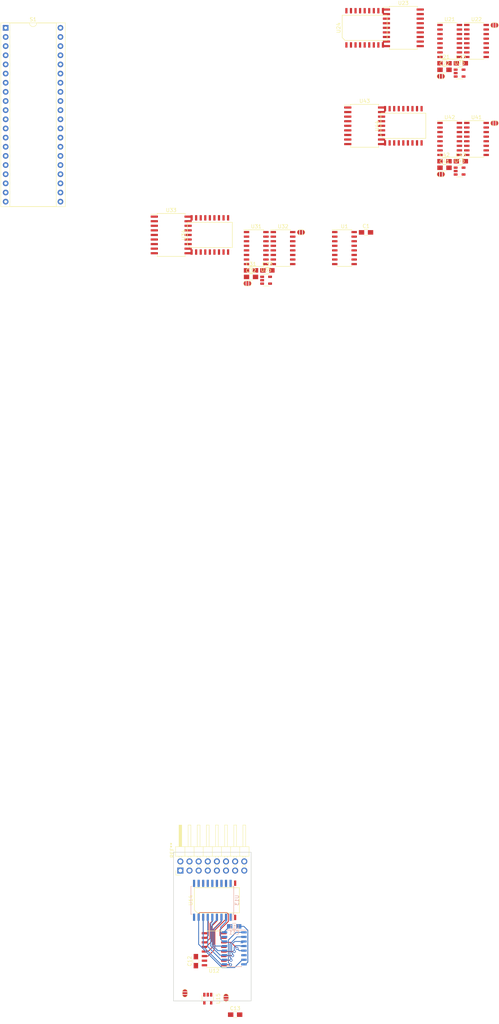
<source format=kicad_pcb>
(kicad_pcb (version 20171130) (host pcbnew "(5.0.2)-1")

  (general
    (thickness 1.6)
    (drawings 4)
    (tracks 118)
    (zones 0)
    (modules 44)
    (nets 127)
  )

  (page A4)
  (layers
    (0 F.Cu signal)
    (31 B.Cu signal)
    (36 B.SilkS user)
    (37 F.SilkS user)
    (38 B.Mask user)
    (39 F.Mask user)
    (40 Dwgs.User user)
    (41 Cmts.User user)
    (42 Eco1.User user)
    (43 Eco2.User user)
    (44 Edge.Cuts user)
    (45 Margin user)
    (46 B.CrtYd user)
    (47 F.CrtYd user)
    (48 B.Fab user)
    (49 F.Fab user)
  )

  (setup
    (last_trace_width 0.25)
    (trace_clearance 0.2)
    (zone_clearance 0.1526)
    (zone_45_only no)
    (trace_min 0.2)
    (segment_width 0.11)
    (edge_width 0.15)
    (via_size 0.8)
    (via_drill 0.4)
    (via_min_size 0.4)
    (via_min_drill 0.3)
    (uvia_size 0.3)
    (uvia_drill 0.1)
    (uvias_allowed no)
    (uvia_min_size 0.2)
    (uvia_min_drill 0.1)
    (pcb_text_width 0.3)
    (pcb_text_size 1.5 1.5)
    (mod_edge_width 0.15)
    (mod_text_size 1 1)
    (mod_text_width 0.15)
    (pad_size 1.6 1.6)
    (pad_drill 0.8)
    (pad_to_mask_clearance 0.051)
    (solder_mask_min_width 0.25)
    (aux_axis_origin 0 0)
    (grid_origin 50.8 50.8)
    (visible_elements 7FFFFF7F)
    (pcbplotparams
      (layerselection 0x010fc_ffffffff)
      (usegerberextensions false)
      (usegerberattributes false)
      (usegerberadvancedattributes false)
      (creategerberjobfile false)
      (excludeedgelayer true)
      (linewidth 0.100000)
      (plotframeref false)
      (viasonmask false)
      (mode 1)
      (useauxorigin false)
      (hpglpennumber 1)
      (hpglpenspeed 20)
      (hpglpendiameter 15.000000)
      (psnegative false)
      (psa4output false)
      (plotreference true)
      (plotvalue true)
      (plotinvisibletext false)
      (padsonsilk false)
      (subtractmaskfromsilk false)
      (outputformat 1)
      (mirror false)
      (drillshape 1)
      (scaleselection 1)
      (outputdirectory ""))
  )

  (net 0 "")
  (net 1 VCC)
  (net 2 GND)
  (net 3 +24V)
  (net 4 /UnitY/Group0/YL7)
  (net 5 /UnitY/Group0/YL6)
  (net 6 /UnitY/Group0/YL5)
  (net 7 /UnitY/Group0/YL4)
  (net 8 /UnitY/Group0/YL3)
  (net 9 /UnitY/Group0/YL2)
  (net 10 /UnitY/Group0/YL1)
  (net 11 /UnitY/Group0/YH1)
  (net 12 /UnitY/Group0/YH2)
  (net 13 /UnitY/Group0/YH3)
  (net 14 /UnitY/Group0/YH4)
  (net 15 /UnitY/Group0/YH5)
  (net 16 /UnitY/Group0/YH6)
  (net 17 /UnitY/Group0/YH7)
  (net 18 /UnitY/Group1/YL7)
  (net 19 /UnitY/Group1/YL6)
  (net 20 /UnitY/Group1/YL5)
  (net 21 /UnitY/Group1/YL4)
  (net 22 /UnitY/Group1/YL3)
  (net 23 /UnitY/Group1/YL2)
  (net 24 /UnitY/Group1/YL1)
  (net 25 /UnitY/Group1/YH1)
  (net 26 /UnitY/Group1/YH2)
  (net 27 /UnitY/Group1/YH3)
  (net 28 /UnitY/Group1/YH4)
  (net 29 /UnitY/Group1/YH5)
  (net 30 /UnitY/Group1/YH6)
  (net 31 /UnitY/Group1/YH7)
  (net 32 /UnitY/Group2/YL7)
  (net 33 /UnitY/Group2/YL6)
  (net 34 /UnitY/Group2/YL5)
  (net 35 /UnitY/Group2/YL4)
  (net 36 /UnitY/Group2/YL3)
  (net 37 /UnitY/Group2/YL2)
  (net 38 /UnitY/Group2/YL1)
  (net 39 /UnitY/Group2/YH1)
  (net 40 /UnitY/Group2/YH2)
  (net 41 /UnitY/Group2/YH3)
  (net 42 /UnitY/Group2/YH4)
  (net 43 /UnitY/Group2/YH5)
  (net 44 /UnitY/Group2/YH6)
  (net 45 /UnitY/Group2/YH7)
  (net 46 /UnitY/Group3/YL1)
  (net 47 /UnitY/Group3/YL2)
  (net 48 /UnitY/Group3/YL3)
  (net 49 /UnitY/Group3/YL4)
  (net 50 /UnitY/Group3/YL5)
  (net 51 /UnitY/Group3/YL6)
  (net 52 /UnitY/Group3/YL7)
  (net 53 /UnitY/Group3/YH7)
  (net 54 /UnitY/Group3/YH6)
  (net 55 /UnitY/Group3/YH5)
  (net 56 /UnitY/Group3/YH4)
  (net 57 /UnitY/Group3/YH3)
  (net 58 /UnitY/Group3/YH2)
  (net 59 /UnitY/Group3/YH1)
  (net 60 "Net-(U12-Pad15)")
  (net 61 "Net-(U11-Pad15)")
  (net 62 "Net-(U22-Pad15)")
  (net 63 "Net-(U21-Pad15)")
  (net 64 "Net-(U32-Pad15)")
  (net 65 "Net-(U31-Pad15)")
  (net 66 "Net-(U42-Pad15)")
  (net 67 "Net-(U41-Pad15)")
  (net 68 /COM)
  (net 69 /UnitY/Group0/YL0)
  (net 70 /DATA)
  (net 71 /UnitY/Group0/~DATA)
  (net 72 /UnitY/Group0/YH0)
  (net 73 /UnitY/Group1/YL0)
  (net 74 /UnitY/Group1/YH0)
  (net 75 /UnitY/Group1/~DATA)
  (net 76 /UnitY/Group2/YL0)
  (net 77 /UnitY/Group2/YH0)
  (net 78 /UnitY/Group2/~DATA)
  (net 79 /UnitY/Group3/YL0)
  (net 80 /UnitY/Group3/YH0)
  (net 81 /UnitY/Group3/~DATA)
  (net 82 /2D)
  (net 83 /A2)
  (net 84 /2F)
  (net 85 /A0)
  (net 86 /2C)
  (net 87 /A1)
  (net 88 /2B)
  (net 89 /2A)
  (net 90 /0A)
  (net 91 /0B)
  (net 92 /2E)
  (net 93 /0C)
  (net 94 /2G)
  (net 95 /0D)
  (net 96 /3G)
  (net 97 /0F)
  (net 98 /3E)
  (net 99 /0E)
  (net 100 /3F)
  (net 101 /0G)
  (net 102 /3D)
  (net 103 /1G)
  (net 104 /3C)
  (net 105 /1E)
  (net 106 /3B)
  (net 107 /3A)
  (net 108 /1A)
  (net 109 /1B)
  (net 110 /EN)
  (net 111 /1C)
  (net 112 /1F)
  (net 113 /B1)
  (net 114 /1D)
  (net 115 /B0)
  (net 116 /UnitY/~ENGR0)
  (net 117 /UnitY/~ENGR1)
  (net 118 /UnitY/~ENGR2)
  (net 119 /UnitY/~ENGR3)
  (net 120 "Net-(U1-Pad11)")
  (net 121 "Net-(U1-Pad10)")
  (net 122 "Net-(U1-Pad9)")
  (net 123 "Net-(U1-Pad7)")
  (net 124 /UnitY/Group1/O0)
  (net 125 /UnitY/Group2/O0)
  (net 126 /UnitY/Group3/O0)

  (net_class Default "Dies ist die voreingestellte Netzklasse."
    (clearance 0.2)
    (trace_width 0.25)
    (via_dia 0.8)
    (via_drill 0.4)
    (uvia_dia 0.3)
    (uvia_drill 0.1)
    (add_net /0A)
    (add_net /0B)
    (add_net /0C)
    (add_net /0D)
    (add_net /0E)
    (add_net /0F)
    (add_net /0G)
    (add_net /1A)
    (add_net /1B)
    (add_net /1C)
    (add_net /1D)
    (add_net /1E)
    (add_net /1F)
    (add_net /1G)
    (add_net /2A)
    (add_net /2B)
    (add_net /2C)
    (add_net /2D)
    (add_net /2E)
    (add_net /2F)
    (add_net /2G)
    (add_net /3A)
    (add_net /3B)
    (add_net /3C)
    (add_net /3D)
    (add_net /3E)
    (add_net /3F)
    (add_net /3G)
    (add_net /A0)
    (add_net /A1)
    (add_net /A2)
    (add_net /B0)
    (add_net /B1)
    (add_net /DATA)
    (add_net /EN)
    (add_net /UnitY/Group0/YH0)
    (add_net /UnitY/Group0/YH1)
    (add_net /UnitY/Group0/YH2)
    (add_net /UnitY/Group0/YH3)
    (add_net /UnitY/Group0/YH4)
    (add_net /UnitY/Group0/YH5)
    (add_net /UnitY/Group0/YH6)
    (add_net /UnitY/Group0/YH7)
    (add_net /UnitY/Group0/YL0)
    (add_net /UnitY/Group0/YL1)
    (add_net /UnitY/Group0/YL2)
    (add_net /UnitY/Group0/YL3)
    (add_net /UnitY/Group0/YL4)
    (add_net /UnitY/Group0/YL5)
    (add_net /UnitY/Group0/YL6)
    (add_net /UnitY/Group0/YL7)
    (add_net /UnitY/Group0/~DATA)
    (add_net /UnitY/Group1/O0)
    (add_net /UnitY/Group1/YH0)
    (add_net /UnitY/Group1/YH1)
    (add_net /UnitY/Group1/YH2)
    (add_net /UnitY/Group1/YH3)
    (add_net /UnitY/Group1/YH4)
    (add_net /UnitY/Group1/YH5)
    (add_net /UnitY/Group1/YH6)
    (add_net /UnitY/Group1/YH7)
    (add_net /UnitY/Group1/YL0)
    (add_net /UnitY/Group1/YL1)
    (add_net /UnitY/Group1/YL2)
    (add_net /UnitY/Group1/YL3)
    (add_net /UnitY/Group1/YL4)
    (add_net /UnitY/Group1/YL5)
    (add_net /UnitY/Group1/YL6)
    (add_net /UnitY/Group1/YL7)
    (add_net /UnitY/Group1/~DATA)
    (add_net /UnitY/Group2/O0)
    (add_net /UnitY/Group2/YH0)
    (add_net /UnitY/Group2/YH1)
    (add_net /UnitY/Group2/YH2)
    (add_net /UnitY/Group2/YH3)
    (add_net /UnitY/Group2/YH4)
    (add_net /UnitY/Group2/YH5)
    (add_net /UnitY/Group2/YH6)
    (add_net /UnitY/Group2/YH7)
    (add_net /UnitY/Group2/YL0)
    (add_net /UnitY/Group2/YL1)
    (add_net /UnitY/Group2/YL2)
    (add_net /UnitY/Group2/YL3)
    (add_net /UnitY/Group2/YL4)
    (add_net /UnitY/Group2/YL5)
    (add_net /UnitY/Group2/YL6)
    (add_net /UnitY/Group2/YL7)
    (add_net /UnitY/Group2/~DATA)
    (add_net /UnitY/Group3/O0)
    (add_net /UnitY/Group3/YH0)
    (add_net /UnitY/Group3/YH1)
    (add_net /UnitY/Group3/YH2)
    (add_net /UnitY/Group3/YH3)
    (add_net /UnitY/Group3/YH4)
    (add_net /UnitY/Group3/YH5)
    (add_net /UnitY/Group3/YH6)
    (add_net /UnitY/Group3/YH7)
    (add_net /UnitY/Group3/YL0)
    (add_net /UnitY/Group3/YL1)
    (add_net /UnitY/Group3/YL2)
    (add_net /UnitY/Group3/YL3)
    (add_net /UnitY/Group3/YL4)
    (add_net /UnitY/Group3/YL5)
    (add_net /UnitY/Group3/YL6)
    (add_net /UnitY/Group3/YL7)
    (add_net /UnitY/Group3/~DATA)
    (add_net /UnitY/~ENGR0)
    (add_net /UnitY/~ENGR1)
    (add_net /UnitY/~ENGR2)
    (add_net /UnitY/~ENGR3)
    (add_net GND)
    (add_net "Net-(U1-Pad10)")
    (add_net "Net-(U1-Pad11)")
    (add_net "Net-(U1-Pad7)")
    (add_net "Net-(U1-Pad9)")
    (add_net "Net-(U11-Pad15)")
    (add_net "Net-(U12-Pad15)")
    (add_net "Net-(U21-Pad15)")
    (add_net "Net-(U22-Pad15)")
    (add_net "Net-(U31-Pad15)")
    (add_net "Net-(U32-Pad15)")
    (add_net "Net-(U41-Pad15)")
    (add_net "Net-(U42-Pad15)")
    (add_net VCC)
  )

  (net_class DrivingCurrent ""
    (clearance 0.2)
    (trace_width 0.5)
    (via_dia 0.8)
    (via_drill 0.4)
    (uvia_dia 0.3)
    (uvia_drill 0.1)
    (add_net +24V)
    (add_net /COM)
  )

  (module Capacitors_SMD:C_0805_HandSoldering (layer F.Cu) (tedit 58AA84A8) (tstamp 5C71290B)
    (at 181.180001 -17.154999)
    (descr "Capacitor SMD 0805, hand soldering")
    (tags "capacitor 0805")
    (path /5C4DA960/5C4DAB40)
    (attr smd)
    (fp_text reference C1 (at 0 -1.75) (layer F.SilkS)
      (effects (font (size 1 1) (thickness 0.15)))
    )
    (fp_text value 0μ1 (at 0 1.75) (layer F.Fab)
      (effects (font (size 1 1) (thickness 0.15)))
    )
    (fp_line (start 2.25 0.87) (end -2.25 0.87) (layer F.CrtYd) (width 0.05))
    (fp_line (start 2.25 0.87) (end 2.25 -0.88) (layer F.CrtYd) (width 0.05))
    (fp_line (start -2.25 -0.88) (end -2.25 0.87) (layer F.CrtYd) (width 0.05))
    (fp_line (start -2.25 -0.88) (end 2.25 -0.88) (layer F.CrtYd) (width 0.05))
    (fp_line (start -0.5 0.85) (end 0.5 0.85) (layer F.SilkS) (width 0.12))
    (fp_line (start 0.5 -0.85) (end -0.5 -0.85) (layer F.SilkS) (width 0.12))
    (fp_line (start -1 -0.62) (end 1 -0.62) (layer F.Fab) (width 0.1))
    (fp_line (start 1 -0.62) (end 1 0.62) (layer F.Fab) (width 0.1))
    (fp_line (start 1 0.62) (end -1 0.62) (layer F.Fab) (width 0.1))
    (fp_line (start -1 0.62) (end -1 -0.62) (layer F.Fab) (width 0.1))
    (fp_text user %R (at 0 -1.75) (layer F.Fab)
      (effects (font (size 1 1) (thickness 0.15)))
    )
    (pad 2 smd rect (at 1.25 0) (size 1.5 1.25) (layers F.Cu F.Paste F.Mask)
      (net 2 GND))
    (pad 1 smd rect (at -1.25 0) (size 1.5 1.25) (layers F.Cu F.Paste F.Mask)
      (net 1 VCC))
    (model Capacitors_SMD.3dshapes/C_0805.wrl
      (at (xyz 0 0 0))
      (scale (xyz 1 1 1))
      (rotate (xyz 0 0 0))
    )
  )

  (module Capacitors_SMD:C_0805_HandSoldering (layer B.Cu) (tedit 58AA84A8) (tstamp 5C71291C)
    (at 144.506 175.514)
    (descr "Capacitor SMD 0805, hand soldering")
    (tags "capacitor 0805")
    (path /5C4DA960/5C4DAA7A/5C4F6885)
    (attr smd)
    (fp_text reference C11 (at 0 1.75) (layer B.SilkS)
      (effects (font (size 1 1) (thickness 0.15)) (justify mirror))
    )
    (fp_text value 0μ1 (at 0 -1.75) (layer B.Fab)
      (effects (font (size 1 1) (thickness 0.15)) (justify mirror))
    )
    (fp_text user %R (at 0 1.75) (layer B.Fab)
      (effects (font (size 1 1) (thickness 0.15)) (justify mirror))
    )
    (fp_line (start -1 -0.62) (end -1 0.62) (layer B.Fab) (width 0.1))
    (fp_line (start 1 -0.62) (end -1 -0.62) (layer B.Fab) (width 0.1))
    (fp_line (start 1 0.62) (end 1 -0.62) (layer B.Fab) (width 0.1))
    (fp_line (start -1 0.62) (end 1 0.62) (layer B.Fab) (width 0.1))
    (fp_line (start 0.5 0.85) (end -0.5 0.85) (layer B.SilkS) (width 0.12))
    (fp_line (start -0.5 -0.85) (end 0.5 -0.85) (layer B.SilkS) (width 0.12))
    (fp_line (start -2.25 0.88) (end 2.25 0.88) (layer B.CrtYd) (width 0.05))
    (fp_line (start -2.25 0.88) (end -2.25 -0.87) (layer B.CrtYd) (width 0.05))
    (fp_line (start 2.25 -0.87) (end 2.25 0.88) (layer B.CrtYd) (width 0.05))
    (fp_line (start 2.25 -0.87) (end -2.25 -0.87) (layer B.CrtYd) (width 0.05))
    (pad 1 smd rect (at -1.25 0) (size 1.5 1.25) (layers B.Cu B.Paste B.Mask)
      (net 1 VCC))
    (pad 2 smd rect (at 1.25 0) (size 1.5 1.25) (layers B.Cu B.Paste B.Mask)
      (net 2 GND))
    (model Capacitors_SMD.3dshapes/C_0805.wrl
      (at (xyz 0 0 0))
      (scale (xyz 1 1 1))
      (rotate (xyz 0 0 0))
    )
  )

  (module Capacitors_SMD:C_0805_HandSoldering (layer F.Cu) (tedit 58AA84A8) (tstamp 5C71292D)
    (at 133.858 185.166 90)
    (descr "Capacitor SMD 0805, hand soldering")
    (tags "capacitor 0805")
    (path /5C4DA960/5C4DAA7A/5C4F67EE)
    (attr smd)
    (fp_text reference C12 (at 0 -1.75 90) (layer F.SilkS)
      (effects (font (size 1 1) (thickness 0.15)))
    )
    (fp_text value 0μ1 (at 0 1.75 90) (layer F.Fab)
      (effects (font (size 1 1) (thickness 0.15)))
    )
    (fp_text user %R (at 0 -1.75 90) (layer F.Fab)
      (effects (font (size 1 1) (thickness 0.15)))
    )
    (fp_line (start -1 0.62) (end -1 -0.62) (layer F.Fab) (width 0.1))
    (fp_line (start 1 0.62) (end -1 0.62) (layer F.Fab) (width 0.1))
    (fp_line (start 1 -0.62) (end 1 0.62) (layer F.Fab) (width 0.1))
    (fp_line (start -1 -0.62) (end 1 -0.62) (layer F.Fab) (width 0.1))
    (fp_line (start 0.5 -0.85) (end -0.5 -0.85) (layer F.SilkS) (width 0.12))
    (fp_line (start -0.5 0.85) (end 0.5 0.85) (layer F.SilkS) (width 0.12))
    (fp_line (start -2.25 -0.88) (end 2.25 -0.88) (layer F.CrtYd) (width 0.05))
    (fp_line (start -2.25 -0.88) (end -2.25 0.87) (layer F.CrtYd) (width 0.05))
    (fp_line (start 2.25 0.87) (end 2.25 -0.88) (layer F.CrtYd) (width 0.05))
    (fp_line (start 2.25 0.87) (end -2.25 0.87) (layer F.CrtYd) (width 0.05))
    (pad 1 smd rect (at -1.25 0 90) (size 1.5 1.25) (layers F.Cu F.Paste F.Mask)
      (net 1 VCC))
    (pad 2 smd rect (at 1.25 0 90) (size 1.5 1.25) (layers F.Cu F.Paste F.Mask)
      (net 2 GND))
    (model Capacitors_SMD.3dshapes/C_0805.wrl
      (at (xyz 0 0 0))
      (scale (xyz 1 1 1))
      (rotate (xyz 0 0 0))
    )
  )

  (module Capacitors_SMD:C_0805_HandSoldering (layer F.Cu) (tedit 58AA84A8) (tstamp 5C71293E)
    (at 144.78 200.025)
    (descr "Capacitor SMD 0805, hand soldering")
    (tags "capacitor 0805")
    (path /5C4DA960/5C4DAA7A/5C71B86E)
    (attr smd)
    (fp_text reference C13 (at 0 -1.75) (layer F.SilkS)
      (effects (font (size 1 1) (thickness 0.15)))
    )
    (fp_text value 0μ1 (at 0 1.75) (layer F.Fab)
      (effects (font (size 1 1) (thickness 0.15)))
    )
    (fp_line (start 2.25 0.87) (end -2.25 0.87) (layer F.CrtYd) (width 0.05))
    (fp_line (start 2.25 0.87) (end 2.25 -0.88) (layer F.CrtYd) (width 0.05))
    (fp_line (start -2.25 -0.88) (end -2.25 0.87) (layer F.CrtYd) (width 0.05))
    (fp_line (start -2.25 -0.88) (end 2.25 -0.88) (layer F.CrtYd) (width 0.05))
    (fp_line (start -0.5 0.85) (end 0.5 0.85) (layer F.SilkS) (width 0.12))
    (fp_line (start 0.5 -0.85) (end -0.5 -0.85) (layer F.SilkS) (width 0.12))
    (fp_line (start -1 -0.62) (end 1 -0.62) (layer F.Fab) (width 0.1))
    (fp_line (start 1 -0.62) (end 1 0.62) (layer F.Fab) (width 0.1))
    (fp_line (start 1 0.62) (end -1 0.62) (layer F.Fab) (width 0.1))
    (fp_line (start -1 0.62) (end -1 -0.62) (layer F.Fab) (width 0.1))
    (fp_text user %R (at 0 -1.75) (layer F.Fab)
      (effects (font (size 1 1) (thickness 0.15)))
    )
    (pad 2 smd rect (at 1.25 0) (size 1.5 1.25) (layers F.Cu F.Paste F.Mask)
      (net 2 GND))
    (pad 1 smd rect (at -1.25 0) (size 1.5 1.25) (layers F.Cu F.Paste F.Mask)
      (net 1 VCC))
    (model Capacitors_SMD.3dshapes/C_0805.wrl
      (at (xyz 0 0 0))
      (scale (xyz 1 1 1))
      (rotate (xyz 0 0 0))
    )
  )

  (module Capacitors_SMD:C_0805_HandSoldering (layer F.Cu) (tedit 58AA84A8) (tstamp 5C71294F)
    (at 203.000001 -64.104999)
    (descr "Capacitor SMD 0805, hand soldering")
    (tags "capacitor 0805")
    (path /5C4DA960/5C7C3667/5C4F6885)
    (attr smd)
    (fp_text reference C21 (at 0 -1.75) (layer F.SilkS)
      (effects (font (size 1 1) (thickness 0.15)))
    )
    (fp_text value 0μ1 (at 0 1.75) (layer F.Fab)
      (effects (font (size 1 1) (thickness 0.15)))
    )
    (fp_line (start 2.25 0.87) (end -2.25 0.87) (layer F.CrtYd) (width 0.05))
    (fp_line (start 2.25 0.87) (end 2.25 -0.88) (layer F.CrtYd) (width 0.05))
    (fp_line (start -2.25 -0.88) (end -2.25 0.87) (layer F.CrtYd) (width 0.05))
    (fp_line (start -2.25 -0.88) (end 2.25 -0.88) (layer F.CrtYd) (width 0.05))
    (fp_line (start -0.5 0.85) (end 0.5 0.85) (layer F.SilkS) (width 0.12))
    (fp_line (start 0.5 -0.85) (end -0.5 -0.85) (layer F.SilkS) (width 0.12))
    (fp_line (start -1 -0.62) (end 1 -0.62) (layer F.Fab) (width 0.1))
    (fp_line (start 1 -0.62) (end 1 0.62) (layer F.Fab) (width 0.1))
    (fp_line (start 1 0.62) (end -1 0.62) (layer F.Fab) (width 0.1))
    (fp_line (start -1 0.62) (end -1 -0.62) (layer F.Fab) (width 0.1))
    (fp_text user %R (at 0 -1.75) (layer F.Fab)
      (effects (font (size 1 1) (thickness 0.15)))
    )
    (pad 2 smd rect (at 1.25 0) (size 1.5 1.25) (layers F.Cu F.Paste F.Mask)
      (net 2 GND))
    (pad 1 smd rect (at -1.25 0) (size 1.5 1.25) (layers F.Cu F.Paste F.Mask)
      (net 1 VCC))
    (model Capacitors_SMD.3dshapes/C_0805.wrl
      (at (xyz 0 0 0))
      (scale (xyz 1 1 1))
      (rotate (xyz 0 0 0))
    )
  )

  (module Capacitors_SMD:C_0805_HandSoldering (layer F.Cu) (tedit 58AA84A8) (tstamp 5C712960)
    (at 203.000001 -62.284999)
    (descr "Capacitor SMD 0805, hand soldering")
    (tags "capacitor 0805")
    (path /5C4DA960/5C7C3667/5C4F67EE)
    (attr smd)
    (fp_text reference C22 (at 0 -1.75) (layer F.SilkS)
      (effects (font (size 1 1) (thickness 0.15)))
    )
    (fp_text value 0μ1 (at 0 1.75) (layer F.Fab)
      (effects (font (size 1 1) (thickness 0.15)))
    )
    (fp_text user %R (at 0 -1.75) (layer F.Fab)
      (effects (font (size 1 1) (thickness 0.15)))
    )
    (fp_line (start -1 0.62) (end -1 -0.62) (layer F.Fab) (width 0.1))
    (fp_line (start 1 0.62) (end -1 0.62) (layer F.Fab) (width 0.1))
    (fp_line (start 1 -0.62) (end 1 0.62) (layer F.Fab) (width 0.1))
    (fp_line (start -1 -0.62) (end 1 -0.62) (layer F.Fab) (width 0.1))
    (fp_line (start 0.5 -0.85) (end -0.5 -0.85) (layer F.SilkS) (width 0.12))
    (fp_line (start -0.5 0.85) (end 0.5 0.85) (layer F.SilkS) (width 0.12))
    (fp_line (start -2.25 -0.88) (end 2.25 -0.88) (layer F.CrtYd) (width 0.05))
    (fp_line (start -2.25 -0.88) (end -2.25 0.87) (layer F.CrtYd) (width 0.05))
    (fp_line (start 2.25 0.87) (end 2.25 -0.88) (layer F.CrtYd) (width 0.05))
    (fp_line (start 2.25 0.87) (end -2.25 0.87) (layer F.CrtYd) (width 0.05))
    (pad 1 smd rect (at -1.25 0) (size 1.5 1.25) (layers F.Cu F.Paste F.Mask)
      (net 1 VCC))
    (pad 2 smd rect (at 1.25 0) (size 1.5 1.25) (layers F.Cu F.Paste F.Mask)
      (net 2 GND))
    (model Capacitors_SMD.3dshapes/C_0805.wrl
      (at (xyz 0 0 0))
      (scale (xyz 1 1 1))
      (rotate (xyz 0 0 0))
    )
  )

  (module Capacitors_SMD:C_0805_HandSoldering (layer F.Cu) (tedit 58AA84A8) (tstamp 5C712971)
    (at 207.550001 -64.104999)
    (descr "Capacitor SMD 0805, hand soldering")
    (tags "capacitor 0805")
    (path /5C4DA960/5C7C3667/5C71B86E)
    (attr smd)
    (fp_text reference C23 (at 0 -1.75) (layer F.SilkS)
      (effects (font (size 1 1) (thickness 0.15)))
    )
    (fp_text value 0μ1 (at 0 1.75) (layer F.Fab)
      (effects (font (size 1 1) (thickness 0.15)))
    )
    (fp_line (start 2.25 0.87) (end -2.25 0.87) (layer F.CrtYd) (width 0.05))
    (fp_line (start 2.25 0.87) (end 2.25 -0.88) (layer F.CrtYd) (width 0.05))
    (fp_line (start -2.25 -0.88) (end -2.25 0.87) (layer F.CrtYd) (width 0.05))
    (fp_line (start -2.25 -0.88) (end 2.25 -0.88) (layer F.CrtYd) (width 0.05))
    (fp_line (start -0.5 0.85) (end 0.5 0.85) (layer F.SilkS) (width 0.12))
    (fp_line (start 0.5 -0.85) (end -0.5 -0.85) (layer F.SilkS) (width 0.12))
    (fp_line (start -1 -0.62) (end 1 -0.62) (layer F.Fab) (width 0.1))
    (fp_line (start 1 -0.62) (end 1 0.62) (layer F.Fab) (width 0.1))
    (fp_line (start 1 0.62) (end -1 0.62) (layer F.Fab) (width 0.1))
    (fp_line (start -1 0.62) (end -1 -0.62) (layer F.Fab) (width 0.1))
    (fp_text user %R (at 0 -1.75) (layer F.Fab)
      (effects (font (size 1 1) (thickness 0.15)))
    )
    (pad 2 smd rect (at 1.25 0) (size 1.5 1.25) (layers F.Cu F.Paste F.Mask)
      (net 2 GND))
    (pad 1 smd rect (at -1.25 0) (size 1.5 1.25) (layers F.Cu F.Paste F.Mask)
      (net 1 VCC))
    (model Capacitors_SMD.3dshapes/C_0805.wrl
      (at (xyz 0 0 0))
      (scale (xyz 1 1 1))
      (rotate (xyz 0 0 0))
    )
  )

  (module Capacitors_SMD:C_0805_HandSoldering (layer F.Cu) (tedit 58AA84A8) (tstamp 5C712982)
    (at 149.190001 -6.604999)
    (descr "Capacitor SMD 0805, hand soldering")
    (tags "capacitor 0805")
    (path /5C4DA960/5C7C541F/5C4F6885)
    (attr smd)
    (fp_text reference C31 (at 0 -1.75) (layer F.SilkS)
      (effects (font (size 1 1) (thickness 0.15)))
    )
    (fp_text value 0μ1 (at 0 1.75) (layer F.Fab)
      (effects (font (size 1 1) (thickness 0.15)))
    )
    (fp_line (start 2.25 0.87) (end -2.25 0.87) (layer F.CrtYd) (width 0.05))
    (fp_line (start 2.25 0.87) (end 2.25 -0.88) (layer F.CrtYd) (width 0.05))
    (fp_line (start -2.25 -0.88) (end -2.25 0.87) (layer F.CrtYd) (width 0.05))
    (fp_line (start -2.25 -0.88) (end 2.25 -0.88) (layer F.CrtYd) (width 0.05))
    (fp_line (start -0.5 0.85) (end 0.5 0.85) (layer F.SilkS) (width 0.12))
    (fp_line (start 0.5 -0.85) (end -0.5 -0.85) (layer F.SilkS) (width 0.12))
    (fp_line (start -1 -0.62) (end 1 -0.62) (layer F.Fab) (width 0.1))
    (fp_line (start 1 -0.62) (end 1 0.62) (layer F.Fab) (width 0.1))
    (fp_line (start 1 0.62) (end -1 0.62) (layer F.Fab) (width 0.1))
    (fp_line (start -1 0.62) (end -1 -0.62) (layer F.Fab) (width 0.1))
    (fp_text user %R (at 0 -1.75) (layer F.Fab)
      (effects (font (size 1 1) (thickness 0.15)))
    )
    (pad 2 smd rect (at 1.25 0) (size 1.5 1.25) (layers F.Cu F.Paste F.Mask)
      (net 2 GND))
    (pad 1 smd rect (at -1.25 0) (size 1.5 1.25) (layers F.Cu F.Paste F.Mask)
      (net 1 VCC))
    (model Capacitors_SMD.3dshapes/C_0805.wrl
      (at (xyz 0 0 0))
      (scale (xyz 1 1 1))
      (rotate (xyz 0 0 0))
    )
  )

  (module Capacitors_SMD:C_0805_HandSoldering (layer F.Cu) (tedit 58AA84A8) (tstamp 5C712993)
    (at 149.190001 -4.784999)
    (descr "Capacitor SMD 0805, hand soldering")
    (tags "capacitor 0805")
    (path /5C4DA960/5C7C541F/5C4F67EE)
    (attr smd)
    (fp_text reference C32 (at 0 -1.75) (layer F.SilkS)
      (effects (font (size 1 1) (thickness 0.15)))
    )
    (fp_text value 0μ1 (at 0 1.75) (layer F.Fab)
      (effects (font (size 1 1) (thickness 0.15)))
    )
    (fp_line (start 2.25 0.87) (end -2.25 0.87) (layer F.CrtYd) (width 0.05))
    (fp_line (start 2.25 0.87) (end 2.25 -0.88) (layer F.CrtYd) (width 0.05))
    (fp_line (start -2.25 -0.88) (end -2.25 0.87) (layer F.CrtYd) (width 0.05))
    (fp_line (start -2.25 -0.88) (end 2.25 -0.88) (layer F.CrtYd) (width 0.05))
    (fp_line (start -0.5 0.85) (end 0.5 0.85) (layer F.SilkS) (width 0.12))
    (fp_line (start 0.5 -0.85) (end -0.5 -0.85) (layer F.SilkS) (width 0.12))
    (fp_line (start -1 -0.62) (end 1 -0.62) (layer F.Fab) (width 0.1))
    (fp_line (start 1 -0.62) (end 1 0.62) (layer F.Fab) (width 0.1))
    (fp_line (start 1 0.62) (end -1 0.62) (layer F.Fab) (width 0.1))
    (fp_line (start -1 0.62) (end -1 -0.62) (layer F.Fab) (width 0.1))
    (fp_text user %R (at 0 -1.75) (layer F.Fab)
      (effects (font (size 1 1) (thickness 0.15)))
    )
    (pad 2 smd rect (at 1.25 0) (size 1.5 1.25) (layers F.Cu F.Paste F.Mask)
      (net 2 GND))
    (pad 1 smd rect (at -1.25 0) (size 1.5 1.25) (layers F.Cu F.Paste F.Mask)
      (net 1 VCC))
    (model Capacitors_SMD.3dshapes/C_0805.wrl
      (at (xyz 0 0 0))
      (scale (xyz 1 1 1))
      (rotate (xyz 0 0 0))
    )
  )

  (module Capacitors_SMD:C_0805_HandSoldering (layer F.Cu) (tedit 58AA84A8) (tstamp 5C7129A4)
    (at 153.740001 -6.604999)
    (descr "Capacitor SMD 0805, hand soldering")
    (tags "capacitor 0805")
    (path /5C4DA960/5C7C541F/5C71B86E)
    (attr smd)
    (fp_text reference C33 (at 0 -1.75) (layer F.SilkS)
      (effects (font (size 1 1) (thickness 0.15)))
    )
    (fp_text value 0μ1 (at 0 1.75) (layer F.Fab)
      (effects (font (size 1 1) (thickness 0.15)))
    )
    (fp_text user %R (at 0 -1.75) (layer F.Fab)
      (effects (font (size 1 1) (thickness 0.15)))
    )
    (fp_line (start -1 0.62) (end -1 -0.62) (layer F.Fab) (width 0.1))
    (fp_line (start 1 0.62) (end -1 0.62) (layer F.Fab) (width 0.1))
    (fp_line (start 1 -0.62) (end 1 0.62) (layer F.Fab) (width 0.1))
    (fp_line (start -1 -0.62) (end 1 -0.62) (layer F.Fab) (width 0.1))
    (fp_line (start 0.5 -0.85) (end -0.5 -0.85) (layer F.SilkS) (width 0.12))
    (fp_line (start -0.5 0.85) (end 0.5 0.85) (layer F.SilkS) (width 0.12))
    (fp_line (start -2.25 -0.88) (end 2.25 -0.88) (layer F.CrtYd) (width 0.05))
    (fp_line (start -2.25 -0.88) (end -2.25 0.87) (layer F.CrtYd) (width 0.05))
    (fp_line (start 2.25 0.87) (end 2.25 -0.88) (layer F.CrtYd) (width 0.05))
    (fp_line (start 2.25 0.87) (end -2.25 0.87) (layer F.CrtYd) (width 0.05))
    (pad 1 smd rect (at -1.25 0) (size 1.5 1.25) (layers F.Cu F.Paste F.Mask)
      (net 1 VCC))
    (pad 2 smd rect (at 1.25 0) (size 1.5 1.25) (layers F.Cu F.Paste F.Mask)
      (net 2 GND))
    (model Capacitors_SMD.3dshapes/C_0805.wrl
      (at (xyz 0 0 0))
      (scale (xyz 1 1 1))
      (rotate (xyz 0 0 0))
    )
  )

  (module Capacitors_SMD:C_0805_HandSoldering (layer F.Cu) (tedit 58AA84A8) (tstamp 5C7129B5)
    (at 203.000001 -35.084999)
    (descr "Capacitor SMD 0805, hand soldering")
    (tags "capacitor 0805")
    (path /5C4DA960/5C7C71D1/5C4F6885)
    (attr smd)
    (fp_text reference C41 (at 0 -1.75) (layer F.SilkS)
      (effects (font (size 1 1) (thickness 0.15)))
    )
    (fp_text value 0μ1 (at 0 1.75) (layer F.Fab)
      (effects (font (size 1 1) (thickness 0.15)))
    )
    (fp_line (start 2.25 0.87) (end -2.25 0.87) (layer F.CrtYd) (width 0.05))
    (fp_line (start 2.25 0.87) (end 2.25 -0.88) (layer F.CrtYd) (width 0.05))
    (fp_line (start -2.25 -0.88) (end -2.25 0.87) (layer F.CrtYd) (width 0.05))
    (fp_line (start -2.25 -0.88) (end 2.25 -0.88) (layer F.CrtYd) (width 0.05))
    (fp_line (start -0.5 0.85) (end 0.5 0.85) (layer F.SilkS) (width 0.12))
    (fp_line (start 0.5 -0.85) (end -0.5 -0.85) (layer F.SilkS) (width 0.12))
    (fp_line (start -1 -0.62) (end 1 -0.62) (layer F.Fab) (width 0.1))
    (fp_line (start 1 -0.62) (end 1 0.62) (layer F.Fab) (width 0.1))
    (fp_line (start 1 0.62) (end -1 0.62) (layer F.Fab) (width 0.1))
    (fp_line (start -1 0.62) (end -1 -0.62) (layer F.Fab) (width 0.1))
    (fp_text user %R (at 0 -1.75) (layer F.Fab)
      (effects (font (size 1 1) (thickness 0.15)))
    )
    (pad 2 smd rect (at 1.25 0) (size 1.5 1.25) (layers F.Cu F.Paste F.Mask)
      (net 2 GND))
    (pad 1 smd rect (at -1.25 0) (size 1.5 1.25) (layers F.Cu F.Paste F.Mask)
      (net 1 VCC))
    (model Capacitors_SMD.3dshapes/C_0805.wrl
      (at (xyz 0 0 0))
      (scale (xyz 1 1 1))
      (rotate (xyz 0 0 0))
    )
  )

  (module Capacitors_SMD:C_0805_HandSoldering (layer F.Cu) (tedit 58AA84A8) (tstamp 5C7129C6)
    (at 203.000001 -36.904999)
    (descr "Capacitor SMD 0805, hand soldering")
    (tags "capacitor 0805")
    (path /5C4DA960/5C7C71D1/5C4F67EE)
    (attr smd)
    (fp_text reference C42 (at 0 -1.75) (layer F.SilkS)
      (effects (font (size 1 1) (thickness 0.15)))
    )
    (fp_text value 0μ1 (at 0 1.75) (layer F.Fab)
      (effects (font (size 1 1) (thickness 0.15)))
    )
    (fp_text user %R (at 0 -1.75) (layer F.Fab)
      (effects (font (size 1 1) (thickness 0.15)))
    )
    (fp_line (start -1 0.62) (end -1 -0.62) (layer F.Fab) (width 0.1))
    (fp_line (start 1 0.62) (end -1 0.62) (layer F.Fab) (width 0.1))
    (fp_line (start 1 -0.62) (end 1 0.62) (layer F.Fab) (width 0.1))
    (fp_line (start -1 -0.62) (end 1 -0.62) (layer F.Fab) (width 0.1))
    (fp_line (start 0.5 -0.85) (end -0.5 -0.85) (layer F.SilkS) (width 0.12))
    (fp_line (start -0.5 0.85) (end 0.5 0.85) (layer F.SilkS) (width 0.12))
    (fp_line (start -2.25 -0.88) (end 2.25 -0.88) (layer F.CrtYd) (width 0.05))
    (fp_line (start -2.25 -0.88) (end -2.25 0.87) (layer F.CrtYd) (width 0.05))
    (fp_line (start 2.25 0.87) (end 2.25 -0.88) (layer F.CrtYd) (width 0.05))
    (fp_line (start 2.25 0.87) (end -2.25 0.87) (layer F.CrtYd) (width 0.05))
    (pad 1 smd rect (at -1.25 0) (size 1.5 1.25) (layers F.Cu F.Paste F.Mask)
      (net 1 VCC))
    (pad 2 smd rect (at 1.25 0) (size 1.5 1.25) (layers F.Cu F.Paste F.Mask)
      (net 2 GND))
    (model Capacitors_SMD.3dshapes/C_0805.wrl
      (at (xyz 0 0 0))
      (scale (xyz 1 1 1))
      (rotate (xyz 0 0 0))
    )
  )

  (module Capacitors_SMD:C_0805_HandSoldering (layer F.Cu) (tedit 58AA84A8) (tstamp 5C7129D7)
    (at 207.550001 -36.904999)
    (descr "Capacitor SMD 0805, hand soldering")
    (tags "capacitor 0805")
    (path /5C4DA960/5C7C71D1/5C71B86E)
    (attr smd)
    (fp_text reference C43 (at 0 -1.75) (layer F.SilkS)
      (effects (font (size 1 1) (thickness 0.15)))
    )
    (fp_text value 0μ1 (at 0 1.75) (layer F.Fab)
      (effects (font (size 1 1) (thickness 0.15)))
    )
    (fp_text user %R (at 0 -1.75) (layer F.Fab)
      (effects (font (size 1 1) (thickness 0.15)))
    )
    (fp_line (start -1 0.62) (end -1 -0.62) (layer F.Fab) (width 0.1))
    (fp_line (start 1 0.62) (end -1 0.62) (layer F.Fab) (width 0.1))
    (fp_line (start 1 -0.62) (end 1 0.62) (layer F.Fab) (width 0.1))
    (fp_line (start -1 -0.62) (end 1 -0.62) (layer F.Fab) (width 0.1))
    (fp_line (start 0.5 -0.85) (end -0.5 -0.85) (layer F.SilkS) (width 0.12))
    (fp_line (start -0.5 0.85) (end 0.5 0.85) (layer F.SilkS) (width 0.12))
    (fp_line (start -2.25 -0.88) (end 2.25 -0.88) (layer F.CrtYd) (width 0.05))
    (fp_line (start -2.25 -0.88) (end -2.25 0.87) (layer F.CrtYd) (width 0.05))
    (fp_line (start 2.25 0.87) (end 2.25 -0.88) (layer F.CrtYd) (width 0.05))
    (fp_line (start 2.25 0.87) (end -2.25 0.87) (layer F.CrtYd) (width 0.05))
    (pad 1 smd rect (at -1.25 0) (size 1.5 1.25) (layers F.Cu F.Paste F.Mask)
      (net 1 VCC))
    (pad 2 smd rect (at 1.25 0) (size 1.5 1.25) (layers F.Cu F.Paste F.Mask)
      (net 2 GND))
    (model Capacitors_SMD.3dshapes/C_0805.wrl
      (at (xyz 0 0 0))
      (scale (xyz 1 1 1))
      (rotate (xyz 0 0 0))
    )
  )

  (module Own:SolderJumper1.3mmChoice (layer F.Cu) (tedit 5C705E75) (tstamp 5C7129E8)
    (at 142.24 195.334 90)
    (path /5C4DA960/5C4DAA7A/5C854260)
    (fp_text reference JP11 (at 0 2 90) (layer F.SilkS) hide
      (effects (font (size 1 1) (thickness 0.15)))
    )
    (fp_text value Jumper (at 0 -2 90) (layer F.Fab) hide
      (effects (font (size 1 1) (thickness 0.15)))
    )
    (fp_line (start 0.38 -0.85) (end -0.38 -0.85) (layer F.CrtYd) (width 0.1))
    (fp_line (start -0.38 0.85) (end 0.38 0.85) (layer F.CrtYd) (width 0.1))
    (fp_arc (start -0.38 0) (end -0.38 -0.85) (angle -180) (layer F.CrtYd) (width 0.1))
    (fp_arc (start 0.38 0) (end 0.38 0.85) (angle -180) (layer F.CrtYd) (width 0.1))
    (fp_line (start -0.38 0.75) (end 0.38 0.75) (layer F.SilkS) (width 0.1))
    (fp_line (start -0.38 -0.75) (end 0.38 -0.75) (layer F.SilkS) (width 0.1))
    (fp_arc (start -0.38 0) (end -0.38 -0.75) (angle -180) (layer F.SilkS) (width 0.1))
    (fp_arc (start 0.38 0) (end 0.38 0.75) (angle -180) (layer F.SilkS) (width 0.1))
    (fp_poly (pts (xy -0.4806 -0.65) (xy -0.2806 -0.65) (xy -0.2806 0.65) (xy -0.4806 0.65)) (layer F.Mask) (width 0.01))
    (fp_poly (pts (xy 0.28 -0.65) (xy 0.48 -0.65) (xy 0.48 0.65) (xy 0.28 0.65)) (layer F.Mask) (width 0.01))
    (pad 2 smd rect (at 0 0 90) (size 0.56 1.3) (layers F.Cu F.Paste F.Mask)
      (net 69 /UnitY/Group0/YL0))
    (pad 3 smd custom (at 0.88374 0 90) (size 0.2 0.2) (layers F.Cu F.Paste F.Mask)
      (net 70 /DATA) (zone_connect 0)
      (options (clearance outline) (anchor circle))
      (primitives
        (gr_poly (pts
           (xy -0.40094 -0.64262) (xy -0.3857 -0.64008) (xy -0.373 -0.63754) (xy -0.3603 -0.635) (xy -0.35014 -0.63246)
           (xy -0.33998 -0.62992) (xy -0.32982 -0.62738) (xy -0.3222 -0.62484) (xy -0.31204 -0.6223) (xy -0.30442 -0.61976)
           (xy -0.2968 -0.61722) (xy -0.28918 -0.61468) (xy -0.28156 -0.61214) (xy -0.27394 -0.6096) (xy -0.26886 -0.60706)
           (xy -0.26124 -0.60452) (xy -0.23076 -0.59182) (xy -0.20028 -0.57658) (xy -0.17234 -0.56134) (xy -0.14694 -0.5461)
           (xy -0.12916 -0.5334) (xy -0.11138 -0.5207) (xy -0.09106 -0.50546) (xy -0.05042 -0.4699) (xy -0.02502 -0.4445)
           (xy -0.00978 -0.42672) (xy 0.01308 -0.39878) (xy 0.03594 -0.3683) (xy 0.05372 -0.34036) (xy 0.07658 -0.29972)
           (xy 0.0969 -0.25654) (xy 0.1096 -0.22606) (xy 0.1223 -0.18796) (xy 0.135 -0.1397) (xy 0.1477 -0.0635)
           (xy 0.15024 -0.00508) (xy 0.1477 0.05588) (xy 0.14262 0.09906) (xy 0.135 0.1397) (xy 0.12484 0.18034)
           (xy 0.11214 0.21844) (xy 0.09944 0.25146) (xy 0.07912 0.29464) (xy 0.06134 0.32766) (xy 0.0461 0.35306)
           (xy 0.01816 0.3937) (xy 0.00292 0.41148) (xy -0.03264 0.45212) (xy -0.05804 0.47752) (xy -0.09106 0.50546)
           (xy -0.12408 0.53086) (xy -0.15202 0.54864) (xy -0.17996 0.56642) (xy -0.21552 0.5842) (xy -0.24346 0.5969)
           (xy -0.28156 0.61214) (xy -0.30442 0.61976) (xy -0.35014 0.63246) (xy -0.38824 0.64008) (xy -0.39586 0.64008)
           (xy -0.40094 0.64262)) (width 0.001))
      ))
    (pad 1 smd custom (at -0.881 0 90) (size 0.2 0.2) (layers F.Cu F.Paste F.Mask)
      (net 2 GND) (zone_connect 0)
      (options (clearance outline) (anchor circle))
      (primitives
        (gr_poly (pts
           (xy 0.3984 0.64262) (xy 0.38316 0.64008) (xy 0.37046 0.63754) (xy 0.35776 0.635) (xy 0.3476 0.63246)
           (xy 0.33744 0.62992) (xy 0.32728 0.62738) (xy 0.31966 0.62484) (xy 0.3095 0.6223) (xy 0.30188 0.61976)
           (xy 0.29426 0.61722) (xy 0.28664 0.61468) (xy 0.27902 0.61214) (xy 0.2714 0.6096) (xy 0.26632 0.60706)
           (xy 0.2587 0.60452) (xy 0.22822 0.59182) (xy 0.19774 0.57658) (xy 0.1698 0.56134) (xy 0.1444 0.5461)
           (xy 0.12662 0.5334) (xy 0.10884 0.5207) (xy 0.08852 0.50546) (xy 0.04788 0.4699) (xy 0.02248 0.4445)
           (xy 0.00724 0.42672) (xy -0.01562 0.39878) (xy -0.03848 0.3683) (xy -0.05626 0.34036) (xy -0.07912 0.29972)
           (xy -0.09944 0.25654) (xy -0.11214 0.22606) (xy -0.12484 0.18796) (xy -0.13754 0.1397) (xy -0.15024 0.0635)
           (xy -0.15278 0.00508) (xy -0.15024 -0.05588) (xy -0.14516 -0.09906) (xy -0.13754 -0.1397) (xy -0.12738 -0.18034)
           (xy -0.11468 -0.21844) (xy -0.10198 -0.25146) (xy -0.08166 -0.29464) (xy -0.06388 -0.32766) (xy -0.04864 -0.35306)
           (xy -0.0207 -0.3937) (xy -0.00546 -0.41148) (xy 0.0301 -0.45212) (xy 0.0555 -0.47752) (xy 0.08852 -0.50546)
           (xy 0.12154 -0.53086) (xy 0.14948 -0.54864) (xy 0.17742 -0.56642) (xy 0.21298 -0.5842) (xy 0.24092 -0.5969)
           (xy 0.27902 -0.61214) (xy 0.30188 -0.61976) (xy 0.3476 -0.63246) (xy 0.3857 -0.64008) (xy 0.3984 -0.64262)
) (width 0.001))
      ))
  )

  (module Own:SolderJumper1.3mmChoice (layer F.Cu) (tedit 5C705E75) (tstamp 5C7129F9)
    (at 130.81 194.06126 270)
    (path /5C4DA960/5C4DAA7A/5C861457)
    (fp_text reference JP12 (at 0 2 270) (layer F.SilkS) hide
      (effects (font (size 1 1) (thickness 0.15)))
    )
    (fp_text value Jumper (at 0 -2 270) (layer F.Fab) hide
      (effects (font (size 1 1) (thickness 0.15)))
    )
    (fp_poly (pts (xy 0.28 -0.65) (xy 0.48 -0.65) (xy 0.48 0.65) (xy 0.28 0.65)) (layer F.Mask) (width 0.01))
    (fp_poly (pts (xy -0.4806 -0.65) (xy -0.2806 -0.65) (xy -0.2806 0.65) (xy -0.4806 0.65)) (layer F.Mask) (width 0.01))
    (fp_arc (start 0.38 0) (end 0.38 0.75) (angle -180) (layer F.SilkS) (width 0.1))
    (fp_arc (start -0.38 0) (end -0.38 -0.75) (angle -180) (layer F.SilkS) (width 0.1))
    (fp_line (start -0.38 -0.75) (end 0.38 -0.75) (layer F.SilkS) (width 0.1))
    (fp_line (start -0.38 0.75) (end 0.38 0.75) (layer F.SilkS) (width 0.1))
    (fp_arc (start 0.38 0) (end 0.38 0.85) (angle -180) (layer F.CrtYd) (width 0.1))
    (fp_arc (start -0.38 0) (end -0.38 -0.85) (angle -180) (layer F.CrtYd) (width 0.1))
    (fp_line (start -0.38 0.85) (end 0.38 0.85) (layer F.CrtYd) (width 0.1))
    (fp_line (start 0.38 -0.85) (end -0.38 -0.85) (layer F.CrtYd) (width 0.1))
    (pad 1 smd custom (at -0.881 0 270) (size 0.2 0.2) (layers F.Cu F.Paste F.Mask)
      (net 2 GND) (zone_connect 0)
      (options (clearance outline) (anchor circle))
      (primitives
        (gr_poly (pts
           (xy 0.3984 0.64262) (xy 0.38316 0.64008) (xy 0.37046 0.63754) (xy 0.35776 0.635) (xy 0.3476 0.63246)
           (xy 0.33744 0.62992) (xy 0.32728 0.62738) (xy 0.31966 0.62484) (xy 0.3095 0.6223) (xy 0.30188 0.61976)
           (xy 0.29426 0.61722) (xy 0.28664 0.61468) (xy 0.27902 0.61214) (xy 0.2714 0.6096) (xy 0.26632 0.60706)
           (xy 0.2587 0.60452) (xy 0.22822 0.59182) (xy 0.19774 0.57658) (xy 0.1698 0.56134) (xy 0.1444 0.5461)
           (xy 0.12662 0.5334) (xy 0.10884 0.5207) (xy 0.08852 0.50546) (xy 0.04788 0.4699) (xy 0.02248 0.4445)
           (xy 0.00724 0.42672) (xy -0.01562 0.39878) (xy -0.03848 0.3683) (xy -0.05626 0.34036) (xy -0.07912 0.29972)
           (xy -0.09944 0.25654) (xy -0.11214 0.22606) (xy -0.12484 0.18796) (xy -0.13754 0.1397) (xy -0.15024 0.0635)
           (xy -0.15278 0.00508) (xy -0.15024 -0.05588) (xy -0.14516 -0.09906) (xy -0.13754 -0.1397) (xy -0.12738 -0.18034)
           (xy -0.11468 -0.21844) (xy -0.10198 -0.25146) (xy -0.08166 -0.29464) (xy -0.06388 -0.32766) (xy -0.04864 -0.35306)
           (xy -0.0207 -0.3937) (xy -0.00546 -0.41148) (xy 0.0301 -0.45212) (xy 0.0555 -0.47752) (xy 0.08852 -0.50546)
           (xy 0.12154 -0.53086) (xy 0.14948 -0.54864) (xy 0.17742 -0.56642) (xy 0.21298 -0.5842) (xy 0.24092 -0.5969)
           (xy 0.27902 -0.61214) (xy 0.30188 -0.61976) (xy 0.3476 -0.63246) (xy 0.3857 -0.64008) (xy 0.3984 -0.64262)
) (width 0.001))
      ))
    (pad 3 smd custom (at 0.88374 0 270) (size 0.2 0.2) (layers F.Cu F.Paste F.Mask)
      (net 71 /UnitY/Group0/~DATA) (zone_connect 0)
      (options (clearance outline) (anchor circle))
      (primitives
        (gr_poly (pts
           (xy -0.40094 -0.64262) (xy -0.3857 -0.64008) (xy -0.373 -0.63754) (xy -0.3603 -0.635) (xy -0.35014 -0.63246)
           (xy -0.33998 -0.62992) (xy -0.32982 -0.62738) (xy -0.3222 -0.62484) (xy -0.31204 -0.6223) (xy -0.30442 -0.61976)
           (xy -0.2968 -0.61722) (xy -0.28918 -0.61468) (xy -0.28156 -0.61214) (xy -0.27394 -0.6096) (xy -0.26886 -0.60706)
           (xy -0.26124 -0.60452) (xy -0.23076 -0.59182) (xy -0.20028 -0.57658) (xy -0.17234 -0.56134) (xy -0.14694 -0.5461)
           (xy -0.12916 -0.5334) (xy -0.11138 -0.5207) (xy -0.09106 -0.50546) (xy -0.05042 -0.4699) (xy -0.02502 -0.4445)
           (xy -0.00978 -0.42672) (xy 0.01308 -0.39878) (xy 0.03594 -0.3683) (xy 0.05372 -0.34036) (xy 0.07658 -0.29972)
           (xy 0.0969 -0.25654) (xy 0.1096 -0.22606) (xy 0.1223 -0.18796) (xy 0.135 -0.1397) (xy 0.1477 -0.0635)
           (xy 0.15024 -0.00508) (xy 0.1477 0.05588) (xy 0.14262 0.09906) (xy 0.135 0.1397) (xy 0.12484 0.18034)
           (xy 0.11214 0.21844) (xy 0.09944 0.25146) (xy 0.07912 0.29464) (xy 0.06134 0.32766) (xy 0.0461 0.35306)
           (xy 0.01816 0.3937) (xy 0.00292 0.41148) (xy -0.03264 0.45212) (xy -0.05804 0.47752) (xy -0.09106 0.50546)
           (xy -0.12408 0.53086) (xy -0.15202 0.54864) (xy -0.17996 0.56642) (xy -0.21552 0.5842) (xy -0.24346 0.5969)
           (xy -0.28156 0.61214) (xy -0.30442 0.61976) (xy -0.35014 0.63246) (xy -0.38824 0.64008) (xy -0.39586 0.64008)
           (xy -0.40094 0.64262)) (width 0.001))
      ))
    (pad 2 smd rect (at 0 0 270) (size 0.56 1.3) (layers F.Cu F.Paste F.Mask)
      (net 72 /UnitY/Group0/YH0))
  )

  (module Own:SolderJumper1.3mmChoice (layer F.Cu) (tedit 5C705E75) (tstamp 5C712A0A)
    (at 216.905001 -74.664999)
    (path /5C4DA960/5C7C3667/5C854260)
    (fp_text reference JP21 (at 0 2) (layer F.SilkS) hide
      (effects (font (size 1 1) (thickness 0.15)))
    )
    (fp_text value Jumper (at 0 -2) (layer F.Fab) hide
      (effects (font (size 1 1) (thickness 0.15)))
    )
    (fp_poly (pts (xy 0.28 -0.65) (xy 0.48 -0.65) (xy 0.48 0.65) (xy 0.28 0.65)) (layer F.Mask) (width 0.01))
    (fp_poly (pts (xy -0.4806 -0.65) (xy -0.2806 -0.65) (xy -0.2806 0.65) (xy -0.4806 0.65)) (layer F.Mask) (width 0.01))
    (fp_arc (start 0.38 0) (end 0.38 0.75) (angle -180) (layer F.SilkS) (width 0.1))
    (fp_arc (start -0.38 0) (end -0.38 -0.75) (angle -180) (layer F.SilkS) (width 0.1))
    (fp_line (start -0.38 -0.75) (end 0.38 -0.75) (layer F.SilkS) (width 0.1))
    (fp_line (start -0.38 0.75) (end 0.38 0.75) (layer F.SilkS) (width 0.1))
    (fp_arc (start 0.38 0) (end 0.38 0.85) (angle -180) (layer F.CrtYd) (width 0.1))
    (fp_arc (start -0.38 0) (end -0.38 -0.85) (angle -180) (layer F.CrtYd) (width 0.1))
    (fp_line (start -0.38 0.85) (end 0.38 0.85) (layer F.CrtYd) (width 0.1))
    (fp_line (start 0.38 -0.85) (end -0.38 -0.85) (layer F.CrtYd) (width 0.1))
    (pad 1 smd custom (at -0.881 0) (size 0.2 0.2) (layers F.Cu F.Paste F.Mask)
      (net 2 GND) (zone_connect 0)
      (options (clearance outline) (anchor circle))
      (primitives
        (gr_poly (pts
           (xy 0.3984 0.64262) (xy 0.38316 0.64008) (xy 0.37046 0.63754) (xy 0.35776 0.635) (xy 0.3476 0.63246)
           (xy 0.33744 0.62992) (xy 0.32728 0.62738) (xy 0.31966 0.62484) (xy 0.3095 0.6223) (xy 0.30188 0.61976)
           (xy 0.29426 0.61722) (xy 0.28664 0.61468) (xy 0.27902 0.61214) (xy 0.2714 0.6096) (xy 0.26632 0.60706)
           (xy 0.2587 0.60452) (xy 0.22822 0.59182) (xy 0.19774 0.57658) (xy 0.1698 0.56134) (xy 0.1444 0.5461)
           (xy 0.12662 0.5334) (xy 0.10884 0.5207) (xy 0.08852 0.50546) (xy 0.04788 0.4699) (xy 0.02248 0.4445)
           (xy 0.00724 0.42672) (xy -0.01562 0.39878) (xy -0.03848 0.3683) (xy -0.05626 0.34036) (xy -0.07912 0.29972)
           (xy -0.09944 0.25654) (xy -0.11214 0.22606) (xy -0.12484 0.18796) (xy -0.13754 0.1397) (xy -0.15024 0.0635)
           (xy -0.15278 0.00508) (xy -0.15024 -0.05588) (xy -0.14516 -0.09906) (xy -0.13754 -0.1397) (xy -0.12738 -0.18034)
           (xy -0.11468 -0.21844) (xy -0.10198 -0.25146) (xy -0.08166 -0.29464) (xy -0.06388 -0.32766) (xy -0.04864 -0.35306)
           (xy -0.0207 -0.3937) (xy -0.00546 -0.41148) (xy 0.0301 -0.45212) (xy 0.0555 -0.47752) (xy 0.08852 -0.50546)
           (xy 0.12154 -0.53086) (xy 0.14948 -0.54864) (xy 0.17742 -0.56642) (xy 0.21298 -0.5842) (xy 0.24092 -0.5969)
           (xy 0.27902 -0.61214) (xy 0.30188 -0.61976) (xy 0.3476 -0.63246) (xy 0.3857 -0.64008) (xy 0.3984 -0.64262)
) (width 0.001))
      ))
    (pad 3 smd custom (at 0.88374 0) (size 0.2 0.2) (layers F.Cu F.Paste F.Mask)
      (net 70 /DATA) (zone_connect 0)
      (options (clearance outline) (anchor circle))
      (primitives
        (gr_poly (pts
           (xy -0.40094 -0.64262) (xy -0.3857 -0.64008) (xy -0.373 -0.63754) (xy -0.3603 -0.635) (xy -0.35014 -0.63246)
           (xy -0.33998 -0.62992) (xy -0.32982 -0.62738) (xy -0.3222 -0.62484) (xy -0.31204 -0.6223) (xy -0.30442 -0.61976)
           (xy -0.2968 -0.61722) (xy -0.28918 -0.61468) (xy -0.28156 -0.61214) (xy -0.27394 -0.6096) (xy -0.26886 -0.60706)
           (xy -0.26124 -0.60452) (xy -0.23076 -0.59182) (xy -0.20028 -0.57658) (xy -0.17234 -0.56134) (xy -0.14694 -0.5461)
           (xy -0.12916 -0.5334) (xy -0.11138 -0.5207) (xy -0.09106 -0.50546) (xy -0.05042 -0.4699) (xy -0.02502 -0.4445)
           (xy -0.00978 -0.42672) (xy 0.01308 -0.39878) (xy 0.03594 -0.3683) (xy 0.05372 -0.34036) (xy 0.07658 -0.29972)
           (xy 0.0969 -0.25654) (xy 0.1096 -0.22606) (xy 0.1223 -0.18796) (xy 0.135 -0.1397) (xy 0.1477 -0.0635)
           (xy 0.15024 -0.00508) (xy 0.1477 0.05588) (xy 0.14262 0.09906) (xy 0.135 0.1397) (xy 0.12484 0.18034)
           (xy 0.11214 0.21844) (xy 0.09944 0.25146) (xy 0.07912 0.29464) (xy 0.06134 0.32766) (xy 0.0461 0.35306)
           (xy 0.01816 0.3937) (xy 0.00292 0.41148) (xy -0.03264 0.45212) (xy -0.05804 0.47752) (xy -0.09106 0.50546)
           (xy -0.12408 0.53086) (xy -0.15202 0.54864) (xy -0.17996 0.56642) (xy -0.21552 0.5842) (xy -0.24346 0.5969)
           (xy -0.28156 0.61214) (xy -0.30442 0.61976) (xy -0.35014 0.63246) (xy -0.38824 0.64008) (xy -0.39586 0.64008)
           (xy -0.40094 0.64262)) (width 0.001))
      ))
    (pad 2 smd rect (at 0 0) (size 0.56 1.3) (layers F.Cu F.Paste F.Mask)
      (net 73 /UnitY/Group1/YL0))
  )

  (module Own:SolderJumper1.3mmChoice (layer F.Cu) (tedit 5C705E75) (tstamp 5C712A1B)
    (at 202.005001 -60.474999)
    (path /5C4DA960/5C7C3667/5C861457)
    (fp_text reference JP22 (at 0 2) (layer F.SilkS) hide
      (effects (font (size 1 1) (thickness 0.15)))
    )
    (fp_text value Jumper (at 0 -2) (layer F.Fab) hide
      (effects (font (size 1 1) (thickness 0.15)))
    )
    (fp_line (start 0.38 -0.85) (end -0.38 -0.85) (layer F.CrtYd) (width 0.1))
    (fp_line (start -0.38 0.85) (end 0.38 0.85) (layer F.CrtYd) (width 0.1))
    (fp_arc (start -0.38 0) (end -0.38 -0.85) (angle -180) (layer F.CrtYd) (width 0.1))
    (fp_arc (start 0.38 0) (end 0.38 0.85) (angle -180) (layer F.CrtYd) (width 0.1))
    (fp_line (start -0.38 0.75) (end 0.38 0.75) (layer F.SilkS) (width 0.1))
    (fp_line (start -0.38 -0.75) (end 0.38 -0.75) (layer F.SilkS) (width 0.1))
    (fp_arc (start -0.38 0) (end -0.38 -0.75) (angle -180) (layer F.SilkS) (width 0.1))
    (fp_arc (start 0.38 0) (end 0.38 0.75) (angle -180) (layer F.SilkS) (width 0.1))
    (fp_poly (pts (xy -0.4806 -0.65) (xy -0.2806 -0.65) (xy -0.2806 0.65) (xy -0.4806 0.65)) (layer F.Mask) (width 0.01))
    (fp_poly (pts (xy 0.28 -0.65) (xy 0.48 -0.65) (xy 0.48 0.65) (xy 0.28 0.65)) (layer F.Mask) (width 0.01))
    (pad 2 smd rect (at 0 0) (size 0.56 1.3) (layers F.Cu F.Paste F.Mask)
      (net 74 /UnitY/Group1/YH0))
    (pad 3 smd custom (at 0.88374 0) (size 0.2 0.2) (layers F.Cu F.Paste F.Mask)
      (net 75 /UnitY/Group1/~DATA) (zone_connect 0)
      (options (clearance outline) (anchor circle))
      (primitives
        (gr_poly (pts
           (xy -0.40094 -0.64262) (xy -0.3857 -0.64008) (xy -0.373 -0.63754) (xy -0.3603 -0.635) (xy -0.35014 -0.63246)
           (xy -0.33998 -0.62992) (xy -0.32982 -0.62738) (xy -0.3222 -0.62484) (xy -0.31204 -0.6223) (xy -0.30442 -0.61976)
           (xy -0.2968 -0.61722) (xy -0.28918 -0.61468) (xy -0.28156 -0.61214) (xy -0.27394 -0.6096) (xy -0.26886 -0.60706)
           (xy -0.26124 -0.60452) (xy -0.23076 -0.59182) (xy -0.20028 -0.57658) (xy -0.17234 -0.56134) (xy -0.14694 -0.5461)
           (xy -0.12916 -0.5334) (xy -0.11138 -0.5207) (xy -0.09106 -0.50546) (xy -0.05042 -0.4699) (xy -0.02502 -0.4445)
           (xy -0.00978 -0.42672) (xy 0.01308 -0.39878) (xy 0.03594 -0.3683) (xy 0.05372 -0.34036) (xy 0.07658 -0.29972)
           (xy 0.0969 -0.25654) (xy 0.1096 -0.22606) (xy 0.1223 -0.18796) (xy 0.135 -0.1397) (xy 0.1477 -0.0635)
           (xy 0.15024 -0.00508) (xy 0.1477 0.05588) (xy 0.14262 0.09906) (xy 0.135 0.1397) (xy 0.12484 0.18034)
           (xy 0.11214 0.21844) (xy 0.09944 0.25146) (xy 0.07912 0.29464) (xy 0.06134 0.32766) (xy 0.0461 0.35306)
           (xy 0.01816 0.3937) (xy 0.00292 0.41148) (xy -0.03264 0.45212) (xy -0.05804 0.47752) (xy -0.09106 0.50546)
           (xy -0.12408 0.53086) (xy -0.15202 0.54864) (xy -0.17996 0.56642) (xy -0.21552 0.5842) (xy -0.24346 0.5969)
           (xy -0.28156 0.61214) (xy -0.30442 0.61976) (xy -0.35014 0.63246) (xy -0.38824 0.64008) (xy -0.39586 0.64008)
           (xy -0.40094 0.64262)) (width 0.001))
      ))
    (pad 1 smd custom (at -0.881 0) (size 0.2 0.2) (layers F.Cu F.Paste F.Mask)
      (net 2 GND) (zone_connect 0)
      (options (clearance outline) (anchor circle))
      (primitives
        (gr_poly (pts
           (xy 0.3984 0.64262) (xy 0.38316 0.64008) (xy 0.37046 0.63754) (xy 0.35776 0.635) (xy 0.3476 0.63246)
           (xy 0.33744 0.62992) (xy 0.32728 0.62738) (xy 0.31966 0.62484) (xy 0.3095 0.6223) (xy 0.30188 0.61976)
           (xy 0.29426 0.61722) (xy 0.28664 0.61468) (xy 0.27902 0.61214) (xy 0.2714 0.6096) (xy 0.26632 0.60706)
           (xy 0.2587 0.60452) (xy 0.22822 0.59182) (xy 0.19774 0.57658) (xy 0.1698 0.56134) (xy 0.1444 0.5461)
           (xy 0.12662 0.5334) (xy 0.10884 0.5207) (xy 0.08852 0.50546) (xy 0.04788 0.4699) (xy 0.02248 0.4445)
           (xy 0.00724 0.42672) (xy -0.01562 0.39878) (xy -0.03848 0.3683) (xy -0.05626 0.34036) (xy -0.07912 0.29972)
           (xy -0.09944 0.25654) (xy -0.11214 0.22606) (xy -0.12484 0.18796) (xy -0.13754 0.1397) (xy -0.15024 0.0635)
           (xy -0.15278 0.00508) (xy -0.15024 -0.05588) (xy -0.14516 -0.09906) (xy -0.13754 -0.1397) (xy -0.12738 -0.18034)
           (xy -0.11468 -0.21844) (xy -0.10198 -0.25146) (xy -0.08166 -0.29464) (xy -0.06388 -0.32766) (xy -0.04864 -0.35306)
           (xy -0.0207 -0.3937) (xy -0.00546 -0.41148) (xy 0.0301 -0.45212) (xy 0.0555 -0.47752) (xy 0.08852 -0.50546)
           (xy 0.12154 -0.53086) (xy 0.14948 -0.54864) (xy 0.17742 -0.56642) (xy 0.21298 -0.5842) (xy 0.24092 -0.5969)
           (xy 0.27902 -0.61214) (xy 0.30188 -0.61976) (xy 0.3476 -0.63246) (xy 0.3857 -0.64008) (xy 0.3984 -0.64262)
) (width 0.001))
      ))
  )

  (module Own:SolderJumper1.3mmChoice (layer F.Cu) (tedit 5C705E75) (tstamp 5C712A2C)
    (at 163.095001 -17.164999)
    (path /5C4DA960/5C7C541F/5C854260)
    (fp_text reference JP31 (at 0 2) (layer F.SilkS) hide
      (effects (font (size 1 1) (thickness 0.15)))
    )
    (fp_text value Jumper (at 0 -2) (layer F.Fab) hide
      (effects (font (size 1 1) (thickness 0.15)))
    )
    (fp_poly (pts (xy 0.28 -0.65) (xy 0.48 -0.65) (xy 0.48 0.65) (xy 0.28 0.65)) (layer F.Mask) (width 0.01))
    (fp_poly (pts (xy -0.4806 -0.65) (xy -0.2806 -0.65) (xy -0.2806 0.65) (xy -0.4806 0.65)) (layer F.Mask) (width 0.01))
    (fp_arc (start 0.38 0) (end 0.38 0.75) (angle -180) (layer F.SilkS) (width 0.1))
    (fp_arc (start -0.38 0) (end -0.38 -0.75) (angle -180) (layer F.SilkS) (width 0.1))
    (fp_line (start -0.38 -0.75) (end 0.38 -0.75) (layer F.SilkS) (width 0.1))
    (fp_line (start -0.38 0.75) (end 0.38 0.75) (layer F.SilkS) (width 0.1))
    (fp_arc (start 0.38 0) (end 0.38 0.85) (angle -180) (layer F.CrtYd) (width 0.1))
    (fp_arc (start -0.38 0) (end -0.38 -0.85) (angle -180) (layer F.CrtYd) (width 0.1))
    (fp_line (start -0.38 0.85) (end 0.38 0.85) (layer F.CrtYd) (width 0.1))
    (fp_line (start 0.38 -0.85) (end -0.38 -0.85) (layer F.CrtYd) (width 0.1))
    (pad 1 smd custom (at -0.881 0) (size 0.2 0.2) (layers F.Cu F.Paste F.Mask)
      (net 2 GND) (zone_connect 0)
      (options (clearance outline) (anchor circle))
      (primitives
        (gr_poly (pts
           (xy 0.3984 0.64262) (xy 0.38316 0.64008) (xy 0.37046 0.63754) (xy 0.35776 0.635) (xy 0.3476 0.63246)
           (xy 0.33744 0.62992) (xy 0.32728 0.62738) (xy 0.31966 0.62484) (xy 0.3095 0.6223) (xy 0.30188 0.61976)
           (xy 0.29426 0.61722) (xy 0.28664 0.61468) (xy 0.27902 0.61214) (xy 0.2714 0.6096) (xy 0.26632 0.60706)
           (xy 0.2587 0.60452) (xy 0.22822 0.59182) (xy 0.19774 0.57658) (xy 0.1698 0.56134) (xy 0.1444 0.5461)
           (xy 0.12662 0.5334) (xy 0.10884 0.5207) (xy 0.08852 0.50546) (xy 0.04788 0.4699) (xy 0.02248 0.4445)
           (xy 0.00724 0.42672) (xy -0.01562 0.39878) (xy -0.03848 0.3683) (xy -0.05626 0.34036) (xy -0.07912 0.29972)
           (xy -0.09944 0.25654) (xy -0.11214 0.22606) (xy -0.12484 0.18796) (xy -0.13754 0.1397) (xy -0.15024 0.0635)
           (xy -0.15278 0.00508) (xy -0.15024 -0.05588) (xy -0.14516 -0.09906) (xy -0.13754 -0.1397) (xy -0.12738 -0.18034)
           (xy -0.11468 -0.21844) (xy -0.10198 -0.25146) (xy -0.08166 -0.29464) (xy -0.06388 -0.32766) (xy -0.04864 -0.35306)
           (xy -0.0207 -0.3937) (xy -0.00546 -0.41148) (xy 0.0301 -0.45212) (xy 0.0555 -0.47752) (xy 0.08852 -0.50546)
           (xy 0.12154 -0.53086) (xy 0.14948 -0.54864) (xy 0.17742 -0.56642) (xy 0.21298 -0.5842) (xy 0.24092 -0.5969)
           (xy 0.27902 -0.61214) (xy 0.30188 -0.61976) (xy 0.3476 -0.63246) (xy 0.3857 -0.64008) (xy 0.3984 -0.64262)
) (width 0.001))
      ))
    (pad 3 smd custom (at 0.88374 0) (size 0.2 0.2) (layers F.Cu F.Paste F.Mask)
      (net 70 /DATA) (zone_connect 0)
      (options (clearance outline) (anchor circle))
      (primitives
        (gr_poly (pts
           (xy -0.40094 -0.64262) (xy -0.3857 -0.64008) (xy -0.373 -0.63754) (xy -0.3603 -0.635) (xy -0.35014 -0.63246)
           (xy -0.33998 -0.62992) (xy -0.32982 -0.62738) (xy -0.3222 -0.62484) (xy -0.31204 -0.6223) (xy -0.30442 -0.61976)
           (xy -0.2968 -0.61722) (xy -0.28918 -0.61468) (xy -0.28156 -0.61214) (xy -0.27394 -0.6096) (xy -0.26886 -0.60706)
           (xy -0.26124 -0.60452) (xy -0.23076 -0.59182) (xy -0.20028 -0.57658) (xy -0.17234 -0.56134) (xy -0.14694 -0.5461)
           (xy -0.12916 -0.5334) (xy -0.11138 -0.5207) (xy -0.09106 -0.50546) (xy -0.05042 -0.4699) (xy -0.02502 -0.4445)
           (xy -0.00978 -0.42672) (xy 0.01308 -0.39878) (xy 0.03594 -0.3683) (xy 0.05372 -0.34036) (xy 0.07658 -0.29972)
           (xy 0.0969 -0.25654) (xy 0.1096 -0.22606) (xy 0.1223 -0.18796) (xy 0.135 -0.1397) (xy 0.1477 -0.0635)
           (xy 0.15024 -0.00508) (xy 0.1477 0.05588) (xy 0.14262 0.09906) (xy 0.135 0.1397) (xy 0.12484 0.18034)
           (xy 0.11214 0.21844) (xy 0.09944 0.25146) (xy 0.07912 0.29464) (xy 0.06134 0.32766) (xy 0.0461 0.35306)
           (xy 0.01816 0.3937) (xy 0.00292 0.41148) (xy -0.03264 0.45212) (xy -0.05804 0.47752) (xy -0.09106 0.50546)
           (xy -0.12408 0.53086) (xy -0.15202 0.54864) (xy -0.17996 0.56642) (xy -0.21552 0.5842) (xy -0.24346 0.5969)
           (xy -0.28156 0.61214) (xy -0.30442 0.61976) (xy -0.35014 0.63246) (xy -0.38824 0.64008) (xy -0.39586 0.64008)
           (xy -0.40094 0.64262)) (width 0.001))
      ))
    (pad 2 smd rect (at 0 0) (size 0.56 1.3) (layers F.Cu F.Paste F.Mask)
      (net 76 /UnitY/Group2/YL0))
  )

  (module Own:SolderJumper1.3mmChoice (layer F.Cu) (tedit 5C705E75) (tstamp 5C712A3D)
    (at 148.195001 -2.974999)
    (path /5C4DA960/5C7C541F/5C861457)
    (fp_text reference JP32 (at 0 2) (layer F.SilkS) hide
      (effects (font (size 1 1) (thickness 0.15)))
    )
    (fp_text value Jumper (at 0 -2) (layer F.Fab) hide
      (effects (font (size 1 1) (thickness 0.15)))
    )
    (fp_line (start 0.38 -0.85) (end -0.38 -0.85) (layer F.CrtYd) (width 0.1))
    (fp_line (start -0.38 0.85) (end 0.38 0.85) (layer F.CrtYd) (width 0.1))
    (fp_arc (start -0.38 0) (end -0.38 -0.85) (angle -180) (layer F.CrtYd) (width 0.1))
    (fp_arc (start 0.38 0) (end 0.38 0.85) (angle -180) (layer F.CrtYd) (width 0.1))
    (fp_line (start -0.38 0.75) (end 0.38 0.75) (layer F.SilkS) (width 0.1))
    (fp_line (start -0.38 -0.75) (end 0.38 -0.75) (layer F.SilkS) (width 0.1))
    (fp_arc (start -0.38 0) (end -0.38 -0.75) (angle -180) (layer F.SilkS) (width 0.1))
    (fp_arc (start 0.38 0) (end 0.38 0.75) (angle -180) (layer F.SilkS) (width 0.1))
    (fp_poly (pts (xy -0.4806 -0.65) (xy -0.2806 -0.65) (xy -0.2806 0.65) (xy -0.4806 0.65)) (layer F.Mask) (width 0.01))
    (fp_poly (pts (xy 0.28 -0.65) (xy 0.48 -0.65) (xy 0.48 0.65) (xy 0.28 0.65)) (layer F.Mask) (width 0.01))
    (pad 2 smd rect (at 0 0) (size 0.56 1.3) (layers F.Cu F.Paste F.Mask)
      (net 77 /UnitY/Group2/YH0))
    (pad 3 smd custom (at 0.88374 0) (size 0.2 0.2) (layers F.Cu F.Paste F.Mask)
      (net 78 /UnitY/Group2/~DATA) (zone_connect 0)
      (options (clearance outline) (anchor circle))
      (primitives
        (gr_poly (pts
           (xy -0.40094 -0.64262) (xy -0.3857 -0.64008) (xy -0.373 -0.63754) (xy -0.3603 -0.635) (xy -0.35014 -0.63246)
           (xy -0.33998 -0.62992) (xy -0.32982 -0.62738) (xy -0.3222 -0.62484) (xy -0.31204 -0.6223) (xy -0.30442 -0.61976)
           (xy -0.2968 -0.61722) (xy -0.28918 -0.61468) (xy -0.28156 -0.61214) (xy -0.27394 -0.6096) (xy -0.26886 -0.60706)
           (xy -0.26124 -0.60452) (xy -0.23076 -0.59182) (xy -0.20028 -0.57658) (xy -0.17234 -0.56134) (xy -0.14694 -0.5461)
           (xy -0.12916 -0.5334) (xy -0.11138 -0.5207) (xy -0.09106 -0.50546) (xy -0.05042 -0.4699) (xy -0.02502 -0.4445)
           (xy -0.00978 -0.42672) (xy 0.01308 -0.39878) (xy 0.03594 -0.3683) (xy 0.05372 -0.34036) (xy 0.07658 -0.29972)
           (xy 0.0969 -0.25654) (xy 0.1096 -0.22606) (xy 0.1223 -0.18796) (xy 0.135 -0.1397) (xy 0.1477 -0.0635)
           (xy 0.15024 -0.00508) (xy 0.1477 0.05588) (xy 0.14262 0.09906) (xy 0.135 0.1397) (xy 0.12484 0.18034)
           (xy 0.11214 0.21844) (xy 0.09944 0.25146) (xy 0.07912 0.29464) (xy 0.06134 0.32766) (xy 0.0461 0.35306)
           (xy 0.01816 0.3937) (xy 0.00292 0.41148) (xy -0.03264 0.45212) (xy -0.05804 0.47752) (xy -0.09106 0.50546)
           (xy -0.12408 0.53086) (xy -0.15202 0.54864) (xy -0.17996 0.56642) (xy -0.21552 0.5842) (xy -0.24346 0.5969)
           (xy -0.28156 0.61214) (xy -0.30442 0.61976) (xy -0.35014 0.63246) (xy -0.38824 0.64008) (xy -0.39586 0.64008)
           (xy -0.40094 0.64262)) (width 0.001))
      ))
    (pad 1 smd custom (at -0.881 0) (size 0.2 0.2) (layers F.Cu F.Paste F.Mask)
      (net 2 GND) (zone_connect 0)
      (options (clearance outline) (anchor circle))
      (primitives
        (gr_poly (pts
           (xy 0.3984 0.64262) (xy 0.38316 0.64008) (xy 0.37046 0.63754) (xy 0.35776 0.635) (xy 0.3476 0.63246)
           (xy 0.33744 0.62992) (xy 0.32728 0.62738) (xy 0.31966 0.62484) (xy 0.3095 0.6223) (xy 0.30188 0.61976)
           (xy 0.29426 0.61722) (xy 0.28664 0.61468) (xy 0.27902 0.61214) (xy 0.2714 0.6096) (xy 0.26632 0.60706)
           (xy 0.2587 0.60452) (xy 0.22822 0.59182) (xy 0.19774 0.57658) (xy 0.1698 0.56134) (xy 0.1444 0.5461)
           (xy 0.12662 0.5334) (xy 0.10884 0.5207) (xy 0.08852 0.50546) (xy 0.04788 0.4699) (xy 0.02248 0.4445)
           (xy 0.00724 0.42672) (xy -0.01562 0.39878) (xy -0.03848 0.3683) (xy -0.05626 0.34036) (xy -0.07912 0.29972)
           (xy -0.09944 0.25654) (xy -0.11214 0.22606) (xy -0.12484 0.18796) (xy -0.13754 0.1397) (xy -0.15024 0.0635)
           (xy -0.15278 0.00508) (xy -0.15024 -0.05588) (xy -0.14516 -0.09906) (xy -0.13754 -0.1397) (xy -0.12738 -0.18034)
           (xy -0.11468 -0.21844) (xy -0.10198 -0.25146) (xy -0.08166 -0.29464) (xy -0.06388 -0.32766) (xy -0.04864 -0.35306)
           (xy -0.0207 -0.3937) (xy -0.00546 -0.41148) (xy 0.0301 -0.45212) (xy 0.0555 -0.47752) (xy 0.08852 -0.50546)
           (xy 0.12154 -0.53086) (xy 0.14948 -0.54864) (xy 0.17742 -0.56642) (xy 0.21298 -0.5842) (xy 0.24092 -0.5969)
           (xy 0.27902 -0.61214) (xy 0.30188 -0.61976) (xy 0.3476 -0.63246) (xy 0.3857 -0.64008) (xy 0.3984 -0.64262)
) (width 0.001))
      ))
  )

  (module Own:SolderJumper1.3mmChoice (layer F.Cu) (tedit 5C705E75) (tstamp 5C712A4E)
    (at 216.905001 -47.464999)
    (path /5C4DA960/5C7C71D1/5C854260)
    (fp_text reference JP41 (at 0 2) (layer F.SilkS) hide
      (effects (font (size 1 1) (thickness 0.15)))
    )
    (fp_text value Jumper (at 0 -2) (layer F.Fab) hide
      (effects (font (size 1 1) (thickness 0.15)))
    )
    (fp_poly (pts (xy 0.28 -0.65) (xy 0.48 -0.65) (xy 0.48 0.65) (xy 0.28 0.65)) (layer F.Mask) (width 0.01))
    (fp_poly (pts (xy -0.4806 -0.65) (xy -0.2806 -0.65) (xy -0.2806 0.65) (xy -0.4806 0.65)) (layer F.Mask) (width 0.01))
    (fp_arc (start 0.38 0) (end 0.38 0.75) (angle -180) (layer F.SilkS) (width 0.1))
    (fp_arc (start -0.38 0) (end -0.38 -0.75) (angle -180) (layer F.SilkS) (width 0.1))
    (fp_line (start -0.38 -0.75) (end 0.38 -0.75) (layer F.SilkS) (width 0.1))
    (fp_line (start -0.38 0.75) (end 0.38 0.75) (layer F.SilkS) (width 0.1))
    (fp_arc (start 0.38 0) (end 0.38 0.85) (angle -180) (layer F.CrtYd) (width 0.1))
    (fp_arc (start -0.38 0) (end -0.38 -0.85) (angle -180) (layer F.CrtYd) (width 0.1))
    (fp_line (start -0.38 0.85) (end 0.38 0.85) (layer F.CrtYd) (width 0.1))
    (fp_line (start 0.38 -0.85) (end -0.38 -0.85) (layer F.CrtYd) (width 0.1))
    (pad 1 smd custom (at -0.881 0) (size 0.2 0.2) (layers F.Cu F.Paste F.Mask)
      (net 2 GND) (zone_connect 0)
      (options (clearance outline) (anchor circle))
      (primitives
        (gr_poly (pts
           (xy 0.3984 0.64262) (xy 0.38316 0.64008) (xy 0.37046 0.63754) (xy 0.35776 0.635) (xy 0.3476 0.63246)
           (xy 0.33744 0.62992) (xy 0.32728 0.62738) (xy 0.31966 0.62484) (xy 0.3095 0.6223) (xy 0.30188 0.61976)
           (xy 0.29426 0.61722) (xy 0.28664 0.61468) (xy 0.27902 0.61214) (xy 0.2714 0.6096) (xy 0.26632 0.60706)
           (xy 0.2587 0.60452) (xy 0.22822 0.59182) (xy 0.19774 0.57658) (xy 0.1698 0.56134) (xy 0.1444 0.5461)
           (xy 0.12662 0.5334) (xy 0.10884 0.5207) (xy 0.08852 0.50546) (xy 0.04788 0.4699) (xy 0.02248 0.4445)
           (xy 0.00724 0.42672) (xy -0.01562 0.39878) (xy -0.03848 0.3683) (xy -0.05626 0.34036) (xy -0.07912 0.29972)
           (xy -0.09944 0.25654) (xy -0.11214 0.22606) (xy -0.12484 0.18796) (xy -0.13754 0.1397) (xy -0.15024 0.0635)
           (xy -0.15278 0.00508) (xy -0.15024 -0.05588) (xy -0.14516 -0.09906) (xy -0.13754 -0.1397) (xy -0.12738 -0.18034)
           (xy -0.11468 -0.21844) (xy -0.10198 -0.25146) (xy -0.08166 -0.29464) (xy -0.06388 -0.32766) (xy -0.04864 -0.35306)
           (xy -0.0207 -0.3937) (xy -0.00546 -0.41148) (xy 0.0301 -0.45212) (xy 0.0555 -0.47752) (xy 0.08852 -0.50546)
           (xy 0.12154 -0.53086) (xy 0.14948 -0.54864) (xy 0.17742 -0.56642) (xy 0.21298 -0.5842) (xy 0.24092 -0.5969)
           (xy 0.27902 -0.61214) (xy 0.30188 -0.61976) (xy 0.3476 -0.63246) (xy 0.3857 -0.64008) (xy 0.3984 -0.64262)
) (width 0.001))
      ))
    (pad 3 smd custom (at 0.88374 0) (size 0.2 0.2) (layers F.Cu F.Paste F.Mask)
      (net 70 /DATA) (zone_connect 0)
      (options (clearance outline) (anchor circle))
      (primitives
        (gr_poly (pts
           (xy -0.40094 -0.64262) (xy -0.3857 -0.64008) (xy -0.373 -0.63754) (xy -0.3603 -0.635) (xy -0.35014 -0.63246)
           (xy -0.33998 -0.62992) (xy -0.32982 -0.62738) (xy -0.3222 -0.62484) (xy -0.31204 -0.6223) (xy -0.30442 -0.61976)
           (xy -0.2968 -0.61722) (xy -0.28918 -0.61468) (xy -0.28156 -0.61214) (xy -0.27394 -0.6096) (xy -0.26886 -0.60706)
           (xy -0.26124 -0.60452) (xy -0.23076 -0.59182) (xy -0.20028 -0.57658) (xy -0.17234 -0.56134) (xy -0.14694 -0.5461)
           (xy -0.12916 -0.5334) (xy -0.11138 -0.5207) (xy -0.09106 -0.50546) (xy -0.05042 -0.4699) (xy -0.02502 -0.4445)
           (xy -0.00978 -0.42672) (xy 0.01308 -0.39878) (xy 0.03594 -0.3683) (xy 0.05372 -0.34036) (xy 0.07658 -0.29972)
           (xy 0.0969 -0.25654) (xy 0.1096 -0.22606) (xy 0.1223 -0.18796) (xy 0.135 -0.1397) (xy 0.1477 -0.0635)
           (xy 0.15024 -0.00508) (xy 0.1477 0.05588) (xy 0.14262 0.09906) (xy 0.135 0.1397) (xy 0.12484 0.18034)
           (xy 0.11214 0.21844) (xy 0.09944 0.25146) (xy 0.07912 0.29464) (xy 0.06134 0.32766) (xy 0.0461 0.35306)
           (xy 0.01816 0.3937) (xy 0.00292 0.41148) (xy -0.03264 0.45212) (xy -0.05804 0.47752) (xy -0.09106 0.50546)
           (xy -0.12408 0.53086) (xy -0.15202 0.54864) (xy -0.17996 0.56642) (xy -0.21552 0.5842) (xy -0.24346 0.5969)
           (xy -0.28156 0.61214) (xy -0.30442 0.61976) (xy -0.35014 0.63246) (xy -0.38824 0.64008) (xy -0.39586 0.64008)
           (xy -0.40094 0.64262)) (width 0.001))
      ))
    (pad 2 smd rect (at 0 0) (size 0.56 1.3) (layers F.Cu F.Paste F.Mask)
      (net 79 /UnitY/Group3/YL0))
  )

  (module Own:SolderJumper1.3mmChoice (layer F.Cu) (tedit 5C705E75) (tstamp 5C712A5F)
    (at 202.005001 -33.274999)
    (path /5C4DA960/5C7C71D1/5C861457)
    (fp_text reference JP42 (at 0 2) (layer F.SilkS) hide
      (effects (font (size 1 1) (thickness 0.15)))
    )
    (fp_text value Jumper (at 0 -2) (layer F.Fab) hide
      (effects (font (size 1 1) (thickness 0.15)))
    )
    (fp_line (start 0.38 -0.85) (end -0.38 -0.85) (layer F.CrtYd) (width 0.1))
    (fp_line (start -0.38 0.85) (end 0.38 0.85) (layer F.CrtYd) (width 0.1))
    (fp_arc (start -0.38 0) (end -0.38 -0.85) (angle -180) (layer F.CrtYd) (width 0.1))
    (fp_arc (start 0.38 0) (end 0.38 0.85) (angle -180) (layer F.CrtYd) (width 0.1))
    (fp_line (start -0.38 0.75) (end 0.38 0.75) (layer F.SilkS) (width 0.1))
    (fp_line (start -0.38 -0.75) (end 0.38 -0.75) (layer F.SilkS) (width 0.1))
    (fp_arc (start -0.38 0) (end -0.38 -0.75) (angle -180) (layer F.SilkS) (width 0.1))
    (fp_arc (start 0.38 0) (end 0.38 0.75) (angle -180) (layer F.SilkS) (width 0.1))
    (fp_poly (pts (xy -0.4806 -0.65) (xy -0.2806 -0.65) (xy -0.2806 0.65) (xy -0.4806 0.65)) (layer F.Mask) (width 0.01))
    (fp_poly (pts (xy 0.28 -0.65) (xy 0.48 -0.65) (xy 0.48 0.65) (xy 0.28 0.65)) (layer F.Mask) (width 0.01))
    (pad 2 smd rect (at 0 0) (size 0.56 1.3) (layers F.Cu F.Paste F.Mask)
      (net 80 /UnitY/Group3/YH0))
    (pad 3 smd custom (at 0.88374 0) (size 0.2 0.2) (layers F.Cu F.Paste F.Mask)
      (net 81 /UnitY/Group3/~DATA) (zone_connect 0)
      (options (clearance outline) (anchor circle))
      (primitives
        (gr_poly (pts
           (xy -0.40094 -0.64262) (xy -0.3857 -0.64008) (xy -0.373 -0.63754) (xy -0.3603 -0.635) (xy -0.35014 -0.63246)
           (xy -0.33998 -0.62992) (xy -0.32982 -0.62738) (xy -0.3222 -0.62484) (xy -0.31204 -0.6223) (xy -0.30442 -0.61976)
           (xy -0.2968 -0.61722) (xy -0.28918 -0.61468) (xy -0.28156 -0.61214) (xy -0.27394 -0.6096) (xy -0.26886 -0.60706)
           (xy -0.26124 -0.60452) (xy -0.23076 -0.59182) (xy -0.20028 -0.57658) (xy -0.17234 -0.56134) (xy -0.14694 -0.5461)
           (xy -0.12916 -0.5334) (xy -0.11138 -0.5207) (xy -0.09106 -0.50546) (xy -0.05042 -0.4699) (xy -0.02502 -0.4445)
           (xy -0.00978 -0.42672) (xy 0.01308 -0.39878) (xy 0.03594 -0.3683) (xy 0.05372 -0.34036) (xy 0.07658 -0.29972)
           (xy 0.0969 -0.25654) (xy 0.1096 -0.22606) (xy 0.1223 -0.18796) (xy 0.135 -0.1397) (xy 0.1477 -0.0635)
           (xy 0.15024 -0.00508) (xy 0.1477 0.05588) (xy 0.14262 0.09906) (xy 0.135 0.1397) (xy 0.12484 0.18034)
           (xy 0.11214 0.21844) (xy 0.09944 0.25146) (xy 0.07912 0.29464) (xy 0.06134 0.32766) (xy 0.0461 0.35306)
           (xy 0.01816 0.3937) (xy 0.00292 0.41148) (xy -0.03264 0.45212) (xy -0.05804 0.47752) (xy -0.09106 0.50546)
           (xy -0.12408 0.53086) (xy -0.15202 0.54864) (xy -0.17996 0.56642) (xy -0.21552 0.5842) (xy -0.24346 0.5969)
           (xy -0.28156 0.61214) (xy -0.30442 0.61976) (xy -0.35014 0.63246) (xy -0.38824 0.64008) (xy -0.39586 0.64008)
           (xy -0.40094 0.64262)) (width 0.001))
      ))
    (pad 1 smd custom (at -0.881 0) (size 0.2 0.2) (layers F.Cu F.Paste F.Mask)
      (net 2 GND) (zone_connect 0)
      (options (clearance outline) (anchor circle))
      (primitives
        (gr_poly (pts
           (xy 0.3984 0.64262) (xy 0.38316 0.64008) (xy 0.37046 0.63754) (xy 0.35776 0.635) (xy 0.3476 0.63246)
           (xy 0.33744 0.62992) (xy 0.32728 0.62738) (xy 0.31966 0.62484) (xy 0.3095 0.6223) (xy 0.30188 0.61976)
           (xy 0.29426 0.61722) (xy 0.28664 0.61468) (xy 0.27902 0.61214) (xy 0.2714 0.6096) (xy 0.26632 0.60706)
           (xy 0.2587 0.60452) (xy 0.22822 0.59182) (xy 0.19774 0.57658) (xy 0.1698 0.56134) (xy 0.1444 0.5461)
           (xy 0.12662 0.5334) (xy 0.10884 0.5207) (xy 0.08852 0.50546) (xy 0.04788 0.4699) (xy 0.02248 0.4445)
           (xy 0.00724 0.42672) (xy -0.01562 0.39878) (xy -0.03848 0.3683) (xy -0.05626 0.34036) (xy -0.07912 0.29972)
           (xy -0.09944 0.25654) (xy -0.11214 0.22606) (xy -0.12484 0.18796) (xy -0.13754 0.1397) (xy -0.15024 0.0635)
           (xy -0.15278 0.00508) (xy -0.15024 -0.05588) (xy -0.14516 -0.09906) (xy -0.13754 -0.1397) (xy -0.12738 -0.18034)
           (xy -0.11468 -0.21844) (xy -0.10198 -0.25146) (xy -0.08166 -0.29464) (xy -0.06388 -0.32766) (xy -0.04864 -0.35306)
           (xy -0.0207 -0.3937) (xy -0.00546 -0.41148) (xy 0.0301 -0.45212) (xy 0.0555 -0.47752) (xy 0.08852 -0.50546)
           (xy 0.12154 -0.53086) (xy 0.14948 -0.54864) (xy 0.17742 -0.56642) (xy 0.21298 -0.5842) (xy 0.24092 -0.5969)
           (xy 0.27902 -0.61214) (xy 0.30188 -0.61976) (xy 0.3476 -0.63246) (xy 0.3857 -0.64008) (xy 0.3984 -0.64262)
) (width 0.001))
      ))
  )

  (module Housings_DIP:DIP-40_W15.24mm_Socket (layer F.Cu) (tedit 59C78D6C) (tstamp 5C712AA3)
    (at 80.950001 -73.939999)
    (descr "40-lead though-hole mounted DIP package, row spacing 15.24 mm (600 mils), Socket")
    (tags "THT DIP DIL PDIP 2.54mm 15.24mm 600mil Socket")
    (path /5C70335B)
    (fp_text reference S1 (at 7.62 -2.33) (layer F.SilkS)
      (effects (font (size 1 1) (thickness 0.15)))
    )
    (fp_text value FP2800A (at 7.62 50.59) (layer F.Fab)
      (effects (font (size 1 1) (thickness 0.15)))
    )
    (fp_text user %R (at 7.62 24.13) (layer F.Fab)
      (effects (font (size 1 1) (thickness 0.15)))
    )
    (fp_line (start 16.8 -1.6) (end -1.55 -1.6) (layer F.CrtYd) (width 0.05))
    (fp_line (start 16.8 49.85) (end 16.8 -1.6) (layer F.CrtYd) (width 0.05))
    (fp_line (start -1.55 49.85) (end 16.8 49.85) (layer F.CrtYd) (width 0.05))
    (fp_line (start -1.55 -1.6) (end -1.55 49.85) (layer F.CrtYd) (width 0.05))
    (fp_line (start 16.57 -1.39) (end -1.33 -1.39) (layer F.SilkS) (width 0.12))
    (fp_line (start 16.57 49.65) (end 16.57 -1.39) (layer F.SilkS) (width 0.12))
    (fp_line (start -1.33 49.65) (end 16.57 49.65) (layer F.SilkS) (width 0.12))
    (fp_line (start -1.33 -1.39) (end -1.33 49.65) (layer F.SilkS) (width 0.12))
    (fp_line (start 14.08 -1.33) (end 8.62 -1.33) (layer F.SilkS) (width 0.12))
    (fp_line (start 14.08 49.59) (end 14.08 -1.33) (layer F.SilkS) (width 0.12))
    (fp_line (start 1.16 49.59) (end 14.08 49.59) (layer F.SilkS) (width 0.12))
    (fp_line (start 1.16 -1.33) (end 1.16 49.59) (layer F.SilkS) (width 0.12))
    (fp_line (start 6.62 -1.33) (end 1.16 -1.33) (layer F.SilkS) (width 0.12))
    (fp_line (start 16.51 -1.33) (end -1.27 -1.33) (layer F.Fab) (width 0.1))
    (fp_line (start 16.51 49.59) (end 16.51 -1.33) (layer F.Fab) (width 0.1))
    (fp_line (start -1.27 49.59) (end 16.51 49.59) (layer F.Fab) (width 0.1))
    (fp_line (start -1.27 -1.33) (end -1.27 49.59) (layer F.Fab) (width 0.1))
    (fp_line (start 0.255 -0.27) (end 1.255 -1.27) (layer F.Fab) (width 0.1))
    (fp_line (start 0.255 49.53) (end 0.255 -0.27) (layer F.Fab) (width 0.1))
    (fp_line (start 14.985 49.53) (end 0.255 49.53) (layer F.Fab) (width 0.1))
    (fp_line (start 14.985 -1.27) (end 14.985 49.53) (layer F.Fab) (width 0.1))
    (fp_line (start 1.255 -1.27) (end 14.985 -1.27) (layer F.Fab) (width 0.1))
    (fp_arc (start 7.62 -1.33) (end 6.62 -1.33) (angle -180) (layer F.SilkS) (width 0.12))
    (pad 40 thru_hole oval (at 15.24 0) (size 1.6 1.6) (drill 0.8) (layers *.Cu *.Mask)
      (net 82 /2D))
    (pad 20 thru_hole oval (at 0 48.26) (size 1.6 1.6) (drill 0.8) (layers *.Cu *.Mask)
      (net 83 /A2))
    (pad 39 thru_hole oval (at 15.24 2.54) (size 1.6 1.6) (drill 0.8) (layers *.Cu *.Mask)
      (net 84 /2F))
    (pad 19 thru_hole oval (at 0 45.72) (size 1.6 1.6) (drill 0.8) (layers *.Cu *.Mask)
      (net 85 /A0))
    (pad 38 thru_hole oval (at 15.24 5.08) (size 1.6 1.6) (drill 0.8) (layers *.Cu *.Mask)
      (net 86 /2C))
    (pad 18 thru_hole oval (at 0 43.18) (size 1.6 1.6) (drill 0.8) (layers *.Cu *.Mask)
      (net 87 /A1))
    (pad 37 thru_hole oval (at 15.24 7.62) (size 1.6 1.6) (drill 0.8) (layers *.Cu *.Mask)
      (net 88 /2B))
    (pad 17 thru_hole oval (at 0 40.64) (size 1.6 1.6) (drill 0.8) (layers *.Cu *.Mask)
      (net 1 VCC))
    (pad 36 thru_hole oval (at 15.24 10.16) (size 1.6 1.6) (drill 0.8) (layers *.Cu *.Mask)
      (net 89 /2A))
    (pad 16 thru_hole oval (at 0 38.1) (size 1.6 1.6) (drill 0.8) (layers *.Cu *.Mask)
      (net 90 /0A))
    (pad 35 thru_hole oval (at 15.24 12.7) (size 1.6 1.6) (drill 0.8) (layers *.Cu *.Mask)
      (net 3 +24V))
    (pad 15 thru_hole oval (at 0 35.56) (size 1.6 1.6) (drill 0.8) (layers *.Cu *.Mask)
      (net 91 /0B))
    (pad 34 thru_hole oval (at 15.24 15.24) (size 1.6 1.6) (drill 0.8) (layers *.Cu *.Mask)
      (net 92 /2E))
    (pad 14 thru_hole oval (at 0 33.02) (size 1.6 1.6) (drill 0.8) (layers *.Cu *.Mask)
      (net 93 /0C))
    (pad 33 thru_hole oval (at 15.24 17.78) (size 1.6 1.6) (drill 0.8) (layers *.Cu *.Mask)
      (net 94 /2G))
    (pad 13 thru_hole oval (at 0 30.48) (size 1.6 1.6) (drill 0.8) (layers *.Cu *.Mask)
      (net 95 /0D))
    (pad 32 thru_hole oval (at 15.24 20.32) (size 1.6 1.6) (drill 0.8) (layers *.Cu *.Mask)
      (net 96 /3G))
    (pad 12 thru_hole oval (at 0 27.94) (size 1.6 1.6) (drill 0.8) (layers *.Cu *.Mask)
      (net 97 /0F))
    (pad 31 thru_hole oval (at 15.24 22.86) (size 1.6 1.6) (drill 0.8) (layers *.Cu *.Mask)
      (net 98 /3E))
    (pad 11 thru_hole oval (at 0 25.4) (size 1.6 1.6) (drill 0.8) (layers *.Cu *.Mask)
      (net 99 /0E))
    (pad 30 thru_hole oval (at 15.24 25.4) (size 1.6 1.6) (drill 0.8) (layers *.Cu *.Mask)
      (net 100 /3F))
    (pad 10 thru_hole oval (at 0 22.86) (size 1.6 1.6) (drill 0.8) (layers *.Cu *.Mask)
      (net 101 /0G))
    (pad 29 thru_hole oval (at 15.24 27.94) (size 1.6 1.6) (drill 0.8) (layers *.Cu *.Mask)
      (net 102 /3D))
    (pad 9 thru_hole oval (at 0 20.32) (size 1.6 1.6) (drill 0.8) (layers *.Cu *.Mask)
      (net 103 /1G))
    (pad 28 thru_hole oval (at 15.24 30.48) (size 1.6 1.6) (drill 0.8) (layers *.Cu *.Mask)
      (net 104 /3C))
    (pad 8 thru_hole oval (at 0 17.78) (size 1.6 1.6) (drill 0.8) (layers *.Cu *.Mask)
      (net 105 /1E))
    (pad 27 thru_hole oval (at 15.24 33.02) (size 1.6 1.6) (drill 0.8) (layers *.Cu *.Mask)
      (net 106 /3B))
    (pad 7 thru_hole oval (at 0 15.24) (size 1.6 1.6) (drill 0.8) (layers *.Cu *.Mask)
      (net 2 GND))
    (pad 26 thru_hole oval (at 15.24 35.56) (size 1.6 1.6) (drill 0.8) (layers *.Cu *.Mask)
      (net 107 /3A))
    (pad 6 thru_hole oval (at 0 12.7) (size 1.6 1.6) (drill 0.8) (layers *.Cu *.Mask)
      (net 108 /1A))
    (pad 25 thru_hole oval (at 15.24 38.1) (size 1.6 1.6) (drill 0.8) (layers *.Cu *.Mask)
      (net 2 GND))
    (pad 5 thru_hole oval (at 0 10.16) (size 1.6 1.6) (drill 0.8) (layers *.Cu *.Mask)
      (net 109 /1B))
    (pad 24 thru_hole oval (at 15.24 40.64) (size 1.6 1.6) (drill 0.8) (layers *.Cu *.Mask)
      (net 110 /EN))
    (pad 4 thru_hole oval (at 0 7.62) (size 1.6 1.6) (drill 0.8) (layers *.Cu *.Mask)
      (net 111 /1C))
    (pad 23 thru_hole oval (at 15.24 43.18) (size 1.6 1.6) (drill 0.8) (layers *.Cu *.Mask)
      (net 70 /DATA))
    (pad 3 thru_hole oval (at 0 5.08) (size 1.6 1.6) (drill 0.8) (layers *.Cu *.Mask)
      (net 112 /1F))
    (pad 22 thru_hole oval (at 15.24 45.72) (size 1.6 1.6) (drill 0.8) (layers *.Cu *.Mask)
      (net 113 /B1))
    (pad 2 thru_hole oval (at 0 2.54) (size 1.6 1.6) (drill 0.8) (layers *.Cu *.Mask)
      (net 114 /1D))
    (pad 21 thru_hole oval (at 15.24 48.26) (size 1.6 1.6) (drill 0.8) (layers *.Cu *.Mask)
      (net 115 /B0))
    (pad 1 thru_hole rect (at 0 0) (size 1.6 1.6) (drill 0.8) (layers *.Cu *.Mask)
      (net 68 /COM))
    (model ${KISYS3DMOD}/Housings_DIP.3dshapes/DIP-40_W15.24mm_Socket.wrl
      (at (xyz 0 0 0))
      (scale (xyz 1 1 1))
      (rotate (xyz 0 0 0))
    )
  )

  (module Housings_SOIC:SOIC-16_3.9x9.9mm_Pitch1.27mm (layer F.Cu) (tedit 58CC8F64) (tstamp 5C712AC8)
    (at 175.180001 -12.789999)
    (descr "16-Lead Plastic Small Outline (SL) - Narrow, 3.90 mm Body [SOIC] (see Microchip Packaging Specification 00000049BS.pdf)")
    (tags "SOIC 1.27")
    (path /5C4DA960/5C7A2CD8)
    (attr smd)
    (fp_text reference U1 (at 0 -6) (layer F.SilkS)
      (effects (font (size 1 1) (thickness 0.15)))
    )
    (fp_text value 74138 (at 0 6) (layer F.Fab)
      (effects (font (size 1 1) (thickness 0.15)))
    )
    (fp_line (start -2.075 -5.05) (end -3.45 -5.05) (layer F.SilkS) (width 0.15))
    (fp_line (start -2.075 5.075) (end 2.075 5.075) (layer F.SilkS) (width 0.15))
    (fp_line (start -2.075 -5.075) (end 2.075 -5.075) (layer F.SilkS) (width 0.15))
    (fp_line (start -2.075 5.075) (end -2.075 4.97) (layer F.SilkS) (width 0.15))
    (fp_line (start 2.075 5.075) (end 2.075 4.97) (layer F.SilkS) (width 0.15))
    (fp_line (start 2.075 -5.075) (end 2.075 -4.97) (layer F.SilkS) (width 0.15))
    (fp_line (start -2.075 -5.075) (end -2.075 -5.05) (layer F.SilkS) (width 0.15))
    (fp_line (start -3.7 5.25) (end 3.7 5.25) (layer F.CrtYd) (width 0.05))
    (fp_line (start -3.7 -5.25) (end 3.7 -5.25) (layer F.CrtYd) (width 0.05))
    (fp_line (start 3.7 -5.25) (end 3.7 5.25) (layer F.CrtYd) (width 0.05))
    (fp_line (start -3.7 -5.25) (end -3.7 5.25) (layer F.CrtYd) (width 0.05))
    (fp_line (start -1.95 -3.95) (end -0.95 -4.95) (layer F.Fab) (width 0.15))
    (fp_line (start -1.95 4.95) (end -1.95 -3.95) (layer F.Fab) (width 0.15))
    (fp_line (start 1.95 4.95) (end -1.95 4.95) (layer F.Fab) (width 0.15))
    (fp_line (start 1.95 -4.95) (end 1.95 4.95) (layer F.Fab) (width 0.15))
    (fp_line (start -0.95 -4.95) (end 1.95 -4.95) (layer F.Fab) (width 0.15))
    (fp_text user %R (at 0 0) (layer F.Fab)
      (effects (font (size 0.9 0.9) (thickness 0.135)))
    )
    (pad 16 smd rect (at 2.7 -4.445) (size 1.5 0.6) (layers F.Cu F.Paste F.Mask)
      (net 1 VCC))
    (pad 15 smd rect (at 2.7 -3.175) (size 1.5 0.6) (layers F.Cu F.Paste F.Mask)
      (net 116 /UnitY/~ENGR0))
    (pad 14 smd rect (at 2.7 -1.905) (size 1.5 0.6) (layers F.Cu F.Paste F.Mask)
      (net 117 /UnitY/~ENGR1))
    (pad 13 smd rect (at 2.7 -0.635) (size 1.5 0.6) (layers F.Cu F.Paste F.Mask)
      (net 118 /UnitY/~ENGR2))
    (pad 12 smd rect (at 2.7 0.635) (size 1.5 0.6) (layers F.Cu F.Paste F.Mask)
      (net 119 /UnitY/~ENGR3))
    (pad 11 smd rect (at 2.7 1.905) (size 1.5 0.6) (layers F.Cu F.Paste F.Mask)
      (net 120 "Net-(U1-Pad11)"))
    (pad 10 smd rect (at 2.7 3.175) (size 1.5 0.6) (layers F.Cu F.Paste F.Mask)
      (net 121 "Net-(U1-Pad10)"))
    (pad 9 smd rect (at 2.7 4.445) (size 1.5 0.6) (layers F.Cu F.Paste F.Mask)
      (net 122 "Net-(U1-Pad9)"))
    (pad 8 smd rect (at -2.7 4.445) (size 1.5 0.6) (layers F.Cu F.Paste F.Mask)
      (net 2 GND))
    (pad 7 smd rect (at -2.7 3.175) (size 1.5 0.6) (layers F.Cu F.Paste F.Mask)
      (net 123 "Net-(U1-Pad7)"))
    (pad 6 smd rect (at -2.7 1.905) (size 1.5 0.6) (layers F.Cu F.Paste F.Mask)
      (net 110 /EN))
    (pad 5 smd rect (at -2.7 0.635) (size 1.5 0.6) (layers F.Cu F.Paste F.Mask)
      (net 2 GND))
    (pad 4 smd rect (at -2.7 -0.635) (size 1.5 0.6) (layers F.Cu F.Paste F.Mask)
      (net 2 GND))
    (pad 3 smd rect (at -2.7 -1.905) (size 1.5 0.6) (layers F.Cu F.Paste F.Mask)
      (net 2 GND))
    (pad 2 smd rect (at -2.7 -3.175) (size 1.5 0.6) (layers F.Cu F.Paste F.Mask)
      (net 113 /B1))
    (pad 1 smd rect (at -2.7 -4.445) (size 1.5 0.6) (layers F.Cu F.Paste F.Mask)
      (net 115 /B0))
    (model ${KISYS3DMOD}/Housings_SOIC.3dshapes/SOIC-16_3.9x9.9mm_Pitch1.27mm.wrl
      (at (xyz 0 0 0))
      (scale (xyz 1 1 1))
      (rotate (xyz 0 0 0))
    )
  )

  (module Housings_SOIC:SOIC-16_3.9x9.9mm_Pitch1.27mm (layer B.Cu) (tedit 58CC8F64) (tstamp 5C712AED)
    (at 144.526 181.61 180)
    (descr "16-Lead Plastic Small Outline (SL) - Narrow, 3.90 mm Body [SOIC] (see Microchip Packaging Specification 00000049BS.pdf)")
    (tags "SOIC 1.27")
    (path /5C4DA960/5C4DAA7A/5C4CE354)
    (attr smd)
    (fp_text reference U11 (at 0 6 180) (layer B.SilkS)
      (effects (font (size 1 1) (thickness 0.15)) (justify mirror))
    )
    (fp_text value 74238 (at 0 -6 180) (layer B.Fab)
      (effects (font (size 1 1) (thickness 0.15)) (justify mirror))
    )
    (fp_text user %R (at 0 0 180) (layer B.Fab)
      (effects (font (size 0.9 0.9) (thickness 0.135)) (justify mirror))
    )
    (fp_line (start -0.95 4.95) (end 1.95 4.95) (layer B.Fab) (width 0.15))
    (fp_line (start 1.95 4.95) (end 1.95 -4.95) (layer B.Fab) (width 0.15))
    (fp_line (start 1.95 -4.95) (end -1.95 -4.95) (layer B.Fab) (width 0.15))
    (fp_line (start -1.95 -4.95) (end -1.95 3.95) (layer B.Fab) (width 0.15))
    (fp_line (start -1.95 3.95) (end -0.95 4.95) (layer B.Fab) (width 0.15))
    (fp_line (start -3.7 5.25) (end -3.7 -5.25) (layer B.CrtYd) (width 0.05))
    (fp_line (start 3.7 5.25) (end 3.7 -5.25) (layer B.CrtYd) (width 0.05))
    (fp_line (start -3.7 5.25) (end 3.7 5.25) (layer B.CrtYd) (width 0.05))
    (fp_line (start -3.7 -5.25) (end 3.7 -5.25) (layer B.CrtYd) (width 0.05))
    (fp_line (start -2.075 5.075) (end -2.075 5.05) (layer B.SilkS) (width 0.15))
    (fp_line (start 2.075 5.075) (end 2.075 4.97) (layer B.SilkS) (width 0.15))
    (fp_line (start 2.075 -5.075) (end 2.075 -4.97) (layer B.SilkS) (width 0.15))
    (fp_line (start -2.075 -5.075) (end -2.075 -4.97) (layer B.SilkS) (width 0.15))
    (fp_line (start -2.075 5.075) (end 2.075 5.075) (layer B.SilkS) (width 0.15))
    (fp_line (start -2.075 -5.075) (end 2.075 -5.075) (layer B.SilkS) (width 0.15))
    (fp_line (start -2.075 5.05) (end -3.45 5.05) (layer B.SilkS) (width 0.15))
    (pad 1 smd rect (at -2.7 4.445 180) (size 1.5 0.6) (layers B.Cu B.Paste B.Mask)
      (net 85 /A0))
    (pad 2 smd rect (at -2.7 3.175 180) (size 1.5 0.6) (layers B.Cu B.Paste B.Mask)
      (net 87 /A1))
    (pad 3 smd rect (at -2.7 1.905 180) (size 1.5 0.6) (layers B.Cu B.Paste B.Mask)
      (net 83 /A2))
    (pad 4 smd rect (at -2.7 0.635 180) (size 1.5 0.6) (layers B.Cu B.Paste B.Mask)
      (net 116 /UnitY/~ENGR0))
    (pad 5 smd rect (at -2.7 -0.635 180) (size 1.5 0.6) (layers B.Cu B.Paste B.Mask)
      (net 70 /DATA))
    (pad 6 smd rect (at -2.7 -1.905 180) (size 1.5 0.6) (layers B.Cu B.Paste B.Mask)
      (net 1 VCC))
    (pad 7 smd rect (at -2.7 -3.175 180) (size 1.5 0.6) (layers B.Cu B.Paste B.Mask)
      (net 4 /UnitY/Group0/YL7))
    (pad 8 smd rect (at -2.7 -4.445 180) (size 1.5 0.6) (layers B.Cu B.Paste B.Mask)
      (net 2 GND))
    (pad 9 smd rect (at 2.7 -4.445 180) (size 1.5 0.6) (layers B.Cu B.Paste B.Mask)
      (net 5 /UnitY/Group0/YL6))
    (pad 10 smd rect (at 2.7 -3.175 180) (size 1.5 0.6) (layers B.Cu B.Paste B.Mask)
      (net 6 /UnitY/Group0/YL5))
    (pad 11 smd rect (at 2.7 -1.905 180) (size 1.5 0.6) (layers B.Cu B.Paste B.Mask)
      (net 7 /UnitY/Group0/YL4))
    (pad 12 smd rect (at 2.7 -0.635 180) (size 1.5 0.6) (layers B.Cu B.Paste B.Mask)
      (net 8 /UnitY/Group0/YL3))
    (pad 13 smd rect (at 2.7 0.635 180) (size 1.5 0.6) (layers B.Cu B.Paste B.Mask)
      (net 9 /UnitY/Group0/YL2))
    (pad 14 smd rect (at 2.7 1.905 180) (size 1.5 0.6) (layers B.Cu B.Paste B.Mask)
      (net 10 /UnitY/Group0/YL1))
    (pad 15 smd rect (at 2.7 3.175 180) (size 1.5 0.6) (layers B.Cu B.Paste B.Mask)
      (net 61 "Net-(U11-Pad15)"))
    (pad 16 smd rect (at 2.7 4.445 180) (size 1.5 0.6) (layers B.Cu B.Paste B.Mask)
      (net 1 VCC))
    (model ${KISYS3DMOD}/Housings_SOIC.3dshapes/SOIC-16_3.9x9.9mm_Pitch1.27mm.wrl
      (at (xyz 0 0 0))
      (scale (xyz 1 1 1))
      (rotate (xyz 0 0 0))
    )
  )

  (module Housings_SOIC:SOIC-16_3.9x9.9mm_Pitch1.27mm (layer F.Cu) (tedit 58CC8F64) (tstamp 5C712B12)
    (at 138.938 181.864 180)
    (descr "16-Lead Plastic Small Outline (SL) - Narrow, 3.90 mm Body [SOIC] (see Microchip Packaging Specification 00000049BS.pdf)")
    (tags "SOIC 1.27")
    (path /5C4DA960/5C4DAA7A/5C4CE35B)
    (attr smd)
    (fp_text reference U12 (at 0 -6 180) (layer F.SilkS)
      (effects (font (size 1 1) (thickness 0.15)))
    )
    (fp_text value 74238 (at 0 6 180) (layer F.Fab)
      (effects (font (size 1 1) (thickness 0.15)))
    )
    (fp_line (start -2.075 -5.05) (end -3.45 -5.05) (layer F.SilkS) (width 0.15))
    (fp_line (start -2.075 5.075) (end 2.075 5.075) (layer F.SilkS) (width 0.15))
    (fp_line (start -2.075 -5.075) (end 2.075 -5.075) (layer F.SilkS) (width 0.15))
    (fp_line (start -2.075 5.075) (end -2.075 4.97) (layer F.SilkS) (width 0.15))
    (fp_line (start 2.075 5.075) (end 2.075 4.97) (layer F.SilkS) (width 0.15))
    (fp_line (start 2.075 -5.075) (end 2.075 -4.97) (layer F.SilkS) (width 0.15))
    (fp_line (start -2.075 -5.075) (end -2.075 -5.05) (layer F.SilkS) (width 0.15))
    (fp_line (start -3.7 5.25) (end 3.7 5.25) (layer F.CrtYd) (width 0.05))
    (fp_line (start -3.7 -5.25) (end 3.7 -5.25) (layer F.CrtYd) (width 0.05))
    (fp_line (start 3.7 -5.25) (end 3.7 5.25) (layer F.CrtYd) (width 0.05))
    (fp_line (start -3.7 -5.25) (end -3.7 5.25) (layer F.CrtYd) (width 0.05))
    (fp_line (start -1.95 -3.95) (end -0.95 -4.95) (layer F.Fab) (width 0.15))
    (fp_line (start -1.95 4.95) (end -1.95 -3.95) (layer F.Fab) (width 0.15))
    (fp_line (start 1.95 4.95) (end -1.95 4.95) (layer F.Fab) (width 0.15))
    (fp_line (start 1.95 -4.95) (end 1.95 4.95) (layer F.Fab) (width 0.15))
    (fp_line (start -0.95 -4.95) (end 1.95 -4.95) (layer F.Fab) (width 0.15))
    (fp_text user %R (at 0 0 180) (layer F.Fab)
      (effects (font (size 0.9 0.9) (thickness 0.135)))
    )
    (pad 16 smd rect (at 2.7 -4.445 180) (size 1.5 0.6) (layers F.Cu F.Paste F.Mask)
      (net 1 VCC))
    (pad 15 smd rect (at 2.7 -3.175 180) (size 1.5 0.6) (layers F.Cu F.Paste F.Mask)
      (net 60 "Net-(U12-Pad15)"))
    (pad 14 smd rect (at 2.7 -1.905 180) (size 1.5 0.6) (layers F.Cu F.Paste F.Mask)
      (net 11 /UnitY/Group0/YH1))
    (pad 13 smd rect (at 2.7 -0.635 180) (size 1.5 0.6) (layers F.Cu F.Paste F.Mask)
      (net 12 /UnitY/Group0/YH2))
    (pad 12 smd rect (at 2.7 0.635 180) (size 1.5 0.6) (layers F.Cu F.Paste F.Mask)
      (net 13 /UnitY/Group0/YH3))
    (pad 11 smd rect (at 2.7 1.905 180) (size 1.5 0.6) (layers F.Cu F.Paste F.Mask)
      (net 14 /UnitY/Group0/YH4))
    (pad 10 smd rect (at 2.7 3.175 180) (size 1.5 0.6) (layers F.Cu F.Paste F.Mask)
      (net 15 /UnitY/Group0/YH5))
    (pad 9 smd rect (at 2.7 4.445 180) (size 1.5 0.6) (layers F.Cu F.Paste F.Mask)
      (net 16 /UnitY/Group0/YH6))
    (pad 8 smd rect (at -2.7 4.445 180) (size 1.5 0.6) (layers F.Cu F.Paste F.Mask)
      (net 2 GND))
    (pad 7 smd rect (at -2.7 3.175 180) (size 1.5 0.6) (layers F.Cu F.Paste F.Mask)
      (net 17 /UnitY/Group0/YH7))
    (pad 6 smd rect (at -2.7 1.905 180) (size 1.5 0.6) (layers F.Cu F.Paste F.Mask)
      (net 70 /DATA))
    (pad 5 smd rect (at -2.7 0.635 180) (size 1.5 0.6) (layers F.Cu F.Paste F.Mask)
      (net 2 GND))
    (pad 4 smd rect (at -2.7 -0.635 180) (size 1.5 0.6) (layers F.Cu F.Paste F.Mask)
      (net 116 /UnitY/~ENGR0))
    (pad 3 smd rect (at -2.7 -1.905 180) (size 1.5 0.6) (layers F.Cu F.Paste F.Mask)
      (net 83 /A2))
    (pad 2 smd rect (at -2.7 -3.175 180) (size 1.5 0.6) (layers F.Cu F.Paste F.Mask)
      (net 87 /A1))
    (pad 1 smd rect (at -2.7 -4.445 180) (size 1.5 0.6) (layers F.Cu F.Paste F.Mask)
      (net 85 /A0))
    (model ${KISYS3DMOD}/Housings_SOIC.3dshapes/SOIC-16_3.9x9.9mm_Pitch1.27mm.wrl
      (at (xyz 0 0 0))
      (scale (xyz 1 1 1))
      (rotate (xyz 0 0 0))
    )
  )

  (module TO_SOT_Packages_SMD:SOT-23-5 (layer F.Cu) (tedit 58CE4E7E) (tstamp 5C71CAFB)
    (at 137.16 195.58 270)
    (descr "5-pin SOT23 package")
    (tags SOT-23-5)
    (path /5C4DA960/5C4DAA7A/5C71B865)
    (attr smd)
    (fp_text reference U15 (at 0 -2.9 270) (layer F.SilkS)
      (effects (font (size 1 1) (thickness 0.15)))
    )
    (fp_text value 741G04 (at 0 2.9 270) (layer F.Fab)
      (effects (font (size 1 1) (thickness 0.15)))
    )
    (fp_text user %R (at 0 0) (layer F.Fab)
      (effects (font (size 0.5 0.5) (thickness 0.075)))
    )
    (fp_line (start -0.9 1.61) (end 0.9 1.61) (layer F.SilkS) (width 0.12))
    (fp_line (start 0.9 -1.61) (end -1.55 -1.61) (layer F.SilkS) (width 0.12))
    (fp_line (start -1.9 -1.8) (end 1.9 -1.8) (layer F.CrtYd) (width 0.05))
    (fp_line (start 1.9 -1.8) (end 1.9 1.8) (layer F.CrtYd) (width 0.05))
    (fp_line (start 1.9 1.8) (end -1.9 1.8) (layer F.CrtYd) (width 0.05))
    (fp_line (start -1.9 1.8) (end -1.9 -1.8) (layer F.CrtYd) (width 0.05))
    (fp_line (start -0.9 -0.9) (end -0.25 -1.55) (layer F.Fab) (width 0.1))
    (fp_line (start 0.9 -1.55) (end -0.25 -1.55) (layer F.Fab) (width 0.1))
    (fp_line (start -0.9 -0.9) (end -0.9 1.55) (layer F.Fab) (width 0.1))
    (fp_line (start 0.9 1.55) (end -0.9 1.55) (layer F.Fab) (width 0.1))
    (fp_line (start 0.9 -1.55) (end 0.9 1.55) (layer F.Fab) (width 0.1))
    (pad 1 smd rect (at -1.1 -0.95 270) (size 1.06 0.65) (layers F.Cu F.Paste F.Mask))
    (pad 2 smd rect (at -1.1 0 270) (size 1.06 0.65) (layers F.Cu F.Paste F.Mask)
      (net 70 /DATA))
    (pad 3 smd rect (at -1.1 0.95 270) (size 1.06 0.65) (layers F.Cu F.Paste F.Mask)
      (net 2 GND))
    (pad 4 smd rect (at 1.1 0.95 270) (size 1.06 0.65) (layers F.Cu F.Paste F.Mask)
      (net 71 /UnitY/Group0/~DATA))
    (pad 5 smd rect (at 1.1 -0.95 270) (size 1.06 0.65) (layers F.Cu F.Paste F.Mask)
      (net 1 VCC))
    (model ${KISYS3DMOD}/TO_SOT_Packages_SMD.3dshapes/SOT-23-5.wrl
      (at (xyz 0 0 0))
      (scale (xyz 1 1 1))
      (rotate (xyz 0 0 0))
    )
  )

  (module Housings_SOIC:SOIC-16_3.9x9.9mm_Pitch1.27mm (layer F.Cu) (tedit 58CC8F64) (tstamp 5C712BA8)
    (at 204.450001 -70.289999)
    (descr "16-Lead Plastic Small Outline (SL) - Narrow, 3.90 mm Body [SOIC] (see Microchip Packaging Specification 00000049BS.pdf)")
    (tags "SOIC 1.27")
    (path /5C4DA960/5C7C3667/5C4CE354)
    (attr smd)
    (fp_text reference U21 (at 0 -6) (layer F.SilkS)
      (effects (font (size 1 1) (thickness 0.15)))
    )
    (fp_text value 74238 (at 0 6) (layer F.Fab)
      (effects (font (size 1 1) (thickness 0.15)))
    )
    (fp_text user %R (at 0 0) (layer F.Fab)
      (effects (font (size 0.9 0.9) (thickness 0.135)))
    )
    (fp_line (start -0.95 -4.95) (end 1.95 -4.95) (layer F.Fab) (width 0.15))
    (fp_line (start 1.95 -4.95) (end 1.95 4.95) (layer F.Fab) (width 0.15))
    (fp_line (start 1.95 4.95) (end -1.95 4.95) (layer F.Fab) (width 0.15))
    (fp_line (start -1.95 4.95) (end -1.95 -3.95) (layer F.Fab) (width 0.15))
    (fp_line (start -1.95 -3.95) (end -0.95 -4.95) (layer F.Fab) (width 0.15))
    (fp_line (start -3.7 -5.25) (end -3.7 5.25) (layer F.CrtYd) (width 0.05))
    (fp_line (start 3.7 -5.25) (end 3.7 5.25) (layer F.CrtYd) (width 0.05))
    (fp_line (start -3.7 -5.25) (end 3.7 -5.25) (layer F.CrtYd) (width 0.05))
    (fp_line (start -3.7 5.25) (end 3.7 5.25) (layer F.CrtYd) (width 0.05))
    (fp_line (start -2.075 -5.075) (end -2.075 -5.05) (layer F.SilkS) (width 0.15))
    (fp_line (start 2.075 -5.075) (end 2.075 -4.97) (layer F.SilkS) (width 0.15))
    (fp_line (start 2.075 5.075) (end 2.075 4.97) (layer F.SilkS) (width 0.15))
    (fp_line (start -2.075 5.075) (end -2.075 4.97) (layer F.SilkS) (width 0.15))
    (fp_line (start -2.075 -5.075) (end 2.075 -5.075) (layer F.SilkS) (width 0.15))
    (fp_line (start -2.075 5.075) (end 2.075 5.075) (layer F.SilkS) (width 0.15))
    (fp_line (start -2.075 -5.05) (end -3.45 -5.05) (layer F.SilkS) (width 0.15))
    (pad 1 smd rect (at -2.7 -4.445) (size 1.5 0.6) (layers F.Cu F.Paste F.Mask)
      (net 85 /A0))
    (pad 2 smd rect (at -2.7 -3.175) (size 1.5 0.6) (layers F.Cu F.Paste F.Mask)
      (net 87 /A1))
    (pad 3 smd rect (at -2.7 -1.905) (size 1.5 0.6) (layers F.Cu F.Paste F.Mask)
      (net 83 /A2))
    (pad 4 smd rect (at -2.7 -0.635) (size 1.5 0.6) (layers F.Cu F.Paste F.Mask)
      (net 117 /UnitY/~ENGR1))
    (pad 5 smd rect (at -2.7 0.635) (size 1.5 0.6) (layers F.Cu F.Paste F.Mask)
      (net 70 /DATA))
    (pad 6 smd rect (at -2.7 1.905) (size 1.5 0.6) (layers F.Cu F.Paste F.Mask)
      (net 1 VCC))
    (pad 7 smd rect (at -2.7 3.175) (size 1.5 0.6) (layers F.Cu F.Paste F.Mask)
      (net 18 /UnitY/Group1/YL7))
    (pad 8 smd rect (at -2.7 4.445) (size 1.5 0.6) (layers F.Cu F.Paste F.Mask)
      (net 2 GND))
    (pad 9 smd rect (at 2.7 4.445) (size 1.5 0.6) (layers F.Cu F.Paste F.Mask)
      (net 19 /UnitY/Group1/YL6))
    (pad 10 smd rect (at 2.7 3.175) (size 1.5 0.6) (layers F.Cu F.Paste F.Mask)
      (net 20 /UnitY/Group1/YL5))
    (pad 11 smd rect (at 2.7 1.905) (size 1.5 0.6) (layers F.Cu F.Paste F.Mask)
      (net 21 /UnitY/Group1/YL4))
    (pad 12 smd rect (at 2.7 0.635) (size 1.5 0.6) (layers F.Cu F.Paste F.Mask)
      (net 22 /UnitY/Group1/YL3))
    (pad 13 smd rect (at 2.7 -0.635) (size 1.5 0.6) (layers F.Cu F.Paste F.Mask)
      (net 23 /UnitY/Group1/YL2))
    (pad 14 smd rect (at 2.7 -1.905) (size 1.5 0.6) (layers F.Cu F.Paste F.Mask)
      (net 24 /UnitY/Group1/YL1))
    (pad 15 smd rect (at 2.7 -3.175) (size 1.5 0.6) (layers F.Cu F.Paste F.Mask)
      (net 63 "Net-(U21-Pad15)"))
    (pad 16 smd rect (at 2.7 -4.445) (size 1.5 0.6) (layers F.Cu F.Paste F.Mask)
      (net 1 VCC))
    (model ${KISYS3DMOD}/Housings_SOIC.3dshapes/SOIC-16_3.9x9.9mm_Pitch1.27mm.wrl
      (at (xyz 0 0 0))
      (scale (xyz 1 1 1))
      (rotate (xyz 0 0 0))
    )
  )

  (module Housings_SOIC:SOIC-16_3.9x9.9mm_Pitch1.27mm (layer F.Cu) (tedit 58CC8F64) (tstamp 5C712BCD)
    (at 211.900001 -70.289999)
    (descr "16-Lead Plastic Small Outline (SL) - Narrow, 3.90 mm Body [SOIC] (see Microchip Packaging Specification 00000049BS.pdf)")
    (tags "SOIC 1.27")
    (path /5C4DA960/5C7C3667/5C4CE35B)
    (attr smd)
    (fp_text reference U22 (at 0 -6) (layer F.SilkS)
      (effects (font (size 1 1) (thickness 0.15)))
    )
    (fp_text value 74238 (at 0 6) (layer F.Fab)
      (effects (font (size 1 1) (thickness 0.15)))
    )
    (fp_line (start -2.075 -5.05) (end -3.45 -5.05) (layer F.SilkS) (width 0.15))
    (fp_line (start -2.075 5.075) (end 2.075 5.075) (layer F.SilkS) (width 0.15))
    (fp_line (start -2.075 -5.075) (end 2.075 -5.075) (layer F.SilkS) (width 0.15))
    (fp_line (start -2.075 5.075) (end -2.075 4.97) (layer F.SilkS) (width 0.15))
    (fp_line (start 2.075 5.075) (end 2.075 4.97) (layer F.SilkS) (width 0.15))
    (fp_line (start 2.075 -5.075) (end 2.075 -4.97) (layer F.SilkS) (width 0.15))
    (fp_line (start -2.075 -5.075) (end -2.075 -5.05) (layer F.SilkS) (width 0.15))
    (fp_line (start -3.7 5.25) (end 3.7 5.25) (layer F.CrtYd) (width 0.05))
    (fp_line (start -3.7 -5.25) (end 3.7 -5.25) (layer F.CrtYd) (width 0.05))
    (fp_line (start 3.7 -5.25) (end 3.7 5.25) (layer F.CrtYd) (width 0.05))
    (fp_line (start -3.7 -5.25) (end -3.7 5.25) (layer F.CrtYd) (width 0.05))
    (fp_line (start -1.95 -3.95) (end -0.95 -4.95) (layer F.Fab) (width 0.15))
    (fp_line (start -1.95 4.95) (end -1.95 -3.95) (layer F.Fab) (width 0.15))
    (fp_line (start 1.95 4.95) (end -1.95 4.95) (layer F.Fab) (width 0.15))
    (fp_line (start 1.95 -4.95) (end 1.95 4.95) (layer F.Fab) (width 0.15))
    (fp_line (start -0.95 -4.95) (end 1.95 -4.95) (layer F.Fab) (width 0.15))
    (fp_text user %R (at 0 0) (layer F.Fab)
      (effects (font (size 0.9 0.9) (thickness 0.135)))
    )
    (pad 16 smd rect (at 2.7 -4.445) (size 1.5 0.6) (layers F.Cu F.Paste F.Mask)
      (net 1 VCC))
    (pad 15 smd rect (at 2.7 -3.175) (size 1.5 0.6) (layers F.Cu F.Paste F.Mask)
      (net 62 "Net-(U22-Pad15)"))
    (pad 14 smd rect (at 2.7 -1.905) (size 1.5 0.6) (layers F.Cu F.Paste F.Mask)
      (net 25 /UnitY/Group1/YH1))
    (pad 13 smd rect (at 2.7 -0.635) (size 1.5 0.6) (layers F.Cu F.Paste F.Mask)
      (net 26 /UnitY/Group1/YH2))
    (pad 12 smd rect (at 2.7 0.635) (size 1.5 0.6) (layers F.Cu F.Paste F.Mask)
      (net 27 /UnitY/Group1/YH3))
    (pad 11 smd rect (at 2.7 1.905) (size 1.5 0.6) (layers F.Cu F.Paste F.Mask)
      (net 28 /UnitY/Group1/YH4))
    (pad 10 smd rect (at 2.7 3.175) (size 1.5 0.6) (layers F.Cu F.Paste F.Mask)
      (net 29 /UnitY/Group1/YH5))
    (pad 9 smd rect (at 2.7 4.445) (size 1.5 0.6) (layers F.Cu F.Paste F.Mask)
      (net 30 /UnitY/Group1/YH6))
    (pad 8 smd rect (at -2.7 4.445) (size 1.5 0.6) (layers F.Cu F.Paste F.Mask)
      (net 2 GND))
    (pad 7 smd rect (at -2.7 3.175) (size 1.5 0.6) (layers F.Cu F.Paste F.Mask)
      (net 31 /UnitY/Group1/YH7))
    (pad 6 smd rect (at -2.7 1.905) (size 1.5 0.6) (layers F.Cu F.Paste F.Mask)
      (net 70 /DATA))
    (pad 5 smd rect (at -2.7 0.635) (size 1.5 0.6) (layers F.Cu F.Paste F.Mask)
      (net 2 GND))
    (pad 4 smd rect (at -2.7 -0.635) (size 1.5 0.6) (layers F.Cu F.Paste F.Mask)
      (net 117 /UnitY/~ENGR1))
    (pad 3 smd rect (at -2.7 -1.905) (size 1.5 0.6) (layers F.Cu F.Paste F.Mask)
      (net 83 /A2))
    (pad 2 smd rect (at -2.7 -3.175) (size 1.5 0.6) (layers F.Cu F.Paste F.Mask)
      (net 87 /A1))
    (pad 1 smd rect (at -2.7 -4.445) (size 1.5 0.6) (layers F.Cu F.Paste F.Mask)
      (net 85 /A0))
    (model ${KISYS3DMOD}/Housings_SOIC.3dshapes/SOIC-16_3.9x9.9mm_Pitch1.27mm.wrl
      (at (xyz 0 0 0))
      (scale (xyz 1 1 1))
      (rotate (xyz 0 0 0))
    )
  )

  (module TO_SOT_Packages_SMD:SOT-23-5 (layer F.Cu) (tedit 58CE4E7E) (tstamp 5C712C3E)
    (at 207.200001 -61.369999)
    (descr "5-pin SOT23 package")
    (tags SOT-23-5)
    (path /5C4DA960/5C7C3667/5C71B865)
    (attr smd)
    (fp_text reference U25 (at 0 -2.9) (layer F.SilkS)
      (effects (font (size 1 1) (thickness 0.15)))
    )
    (fp_text value 741G04 (at 0 2.9) (layer F.Fab)
      (effects (font (size 1 1) (thickness 0.15)))
    )
    (fp_line (start 0.9 -1.55) (end 0.9 1.55) (layer F.Fab) (width 0.1))
    (fp_line (start 0.9 1.55) (end -0.9 1.55) (layer F.Fab) (width 0.1))
    (fp_line (start -0.9 -0.9) (end -0.9 1.55) (layer F.Fab) (width 0.1))
    (fp_line (start 0.9 -1.55) (end -0.25 -1.55) (layer F.Fab) (width 0.1))
    (fp_line (start -0.9 -0.9) (end -0.25 -1.55) (layer F.Fab) (width 0.1))
    (fp_line (start -1.9 1.8) (end -1.9 -1.8) (layer F.CrtYd) (width 0.05))
    (fp_line (start 1.9 1.8) (end -1.9 1.8) (layer F.CrtYd) (width 0.05))
    (fp_line (start 1.9 -1.8) (end 1.9 1.8) (layer F.CrtYd) (width 0.05))
    (fp_line (start -1.9 -1.8) (end 1.9 -1.8) (layer F.CrtYd) (width 0.05))
    (fp_line (start 0.9 -1.61) (end -1.55 -1.61) (layer F.SilkS) (width 0.12))
    (fp_line (start -0.9 1.61) (end 0.9 1.61) (layer F.SilkS) (width 0.12))
    (fp_text user %R (at 0 0 90) (layer F.Fab)
      (effects (font (size 0.5 0.5) (thickness 0.075)))
    )
    (pad 5 smd rect (at 1.1 -0.95) (size 1.06 0.65) (layers F.Cu F.Paste F.Mask)
      (net 1 VCC))
    (pad 4 smd rect (at 1.1 0.95) (size 1.06 0.65) (layers F.Cu F.Paste F.Mask)
      (net 75 /UnitY/Group1/~DATA))
    (pad 3 smd rect (at -1.1 0.95) (size 1.06 0.65) (layers F.Cu F.Paste F.Mask)
      (net 2 GND))
    (pad 2 smd rect (at -1.1 0) (size 1.06 0.65) (layers F.Cu F.Paste F.Mask)
      (net 70 /DATA))
    (pad 1 smd rect (at -1.1 -0.95) (size 1.06 0.65) (layers F.Cu F.Paste F.Mask))
    (model ${KISYS3DMOD}/TO_SOT_Packages_SMD.3dshapes/SOT-23-5.wrl
      (at (xyz 0 0 0))
      (scale (xyz 1 1 1))
      (rotate (xyz 0 0 0))
    )
  )

  (module Housings_SOIC:SOIC-16_3.9x9.9mm_Pitch1.27mm (layer F.Cu) (tedit 58CC8F64) (tstamp 5C712C63)
    (at 150.640001 -12.789999)
    (descr "16-Lead Plastic Small Outline (SL) - Narrow, 3.90 mm Body [SOIC] (see Microchip Packaging Specification 00000049BS.pdf)")
    (tags "SOIC 1.27")
    (path /5C4DA960/5C7C541F/5C4CE354)
    (attr smd)
    (fp_text reference U31 (at 0 -6) (layer F.SilkS)
      (effects (font (size 1 1) (thickness 0.15)))
    )
    (fp_text value 74238 (at 0 6) (layer F.Fab)
      (effects (font (size 1 1) (thickness 0.15)))
    )
    (fp_text user %R (at 0 0) (layer F.Fab)
      (effects (font (size 0.9 0.9) (thickness 0.135)))
    )
    (fp_line (start -0.95 -4.95) (end 1.95 -4.95) (layer F.Fab) (width 0.15))
    (fp_line (start 1.95 -4.95) (end 1.95 4.95) (layer F.Fab) (width 0.15))
    (fp_line (start 1.95 4.95) (end -1.95 4.95) (layer F.Fab) (width 0.15))
    (fp_line (start -1.95 4.95) (end -1.95 -3.95) (layer F.Fab) (width 0.15))
    (fp_line (start -1.95 -3.95) (end -0.95 -4.95) (layer F.Fab) (width 0.15))
    (fp_line (start -3.7 -5.25) (end -3.7 5.25) (layer F.CrtYd) (width 0.05))
    (fp_line (start 3.7 -5.25) (end 3.7 5.25) (layer F.CrtYd) (width 0.05))
    (fp_line (start -3.7 -5.25) (end 3.7 -5.25) (layer F.CrtYd) (width 0.05))
    (fp_line (start -3.7 5.25) (end 3.7 5.25) (layer F.CrtYd) (width 0.05))
    (fp_line (start -2.075 -5.075) (end -2.075 -5.05) (layer F.SilkS) (width 0.15))
    (fp_line (start 2.075 -5.075) (end 2.075 -4.97) (layer F.SilkS) (width 0.15))
    (fp_line (start 2.075 5.075) (end 2.075 4.97) (layer F.SilkS) (width 0.15))
    (fp_line (start -2.075 5.075) (end -2.075 4.97) (layer F.SilkS) (width 0.15))
    (fp_line (start -2.075 -5.075) (end 2.075 -5.075) (layer F.SilkS) (width 0.15))
    (fp_line (start -2.075 5.075) (end 2.075 5.075) (layer F.SilkS) (width 0.15))
    (fp_line (start -2.075 -5.05) (end -3.45 -5.05) (layer F.SilkS) (width 0.15))
    (pad 1 smd rect (at -2.7 -4.445) (size 1.5 0.6) (layers F.Cu F.Paste F.Mask)
      (net 85 /A0))
    (pad 2 smd rect (at -2.7 -3.175) (size 1.5 0.6) (layers F.Cu F.Paste F.Mask)
      (net 87 /A1))
    (pad 3 smd rect (at -2.7 -1.905) (size 1.5 0.6) (layers F.Cu F.Paste F.Mask)
      (net 83 /A2))
    (pad 4 smd rect (at -2.7 -0.635) (size 1.5 0.6) (layers F.Cu F.Paste F.Mask)
      (net 118 /UnitY/~ENGR2))
    (pad 5 smd rect (at -2.7 0.635) (size 1.5 0.6) (layers F.Cu F.Paste F.Mask)
      (net 70 /DATA))
    (pad 6 smd rect (at -2.7 1.905) (size 1.5 0.6) (layers F.Cu F.Paste F.Mask)
      (net 1 VCC))
    (pad 7 smd rect (at -2.7 3.175) (size 1.5 0.6) (layers F.Cu F.Paste F.Mask)
      (net 32 /UnitY/Group2/YL7))
    (pad 8 smd rect (at -2.7 4.445) (size 1.5 0.6) (layers F.Cu F.Paste F.Mask)
      (net 2 GND))
    (pad 9 smd rect (at 2.7 4.445) (size 1.5 0.6) (layers F.Cu F.Paste F.Mask)
      (net 33 /UnitY/Group2/YL6))
    (pad 10 smd rect (at 2.7 3.175) (size 1.5 0.6) (layers F.Cu F.Paste F.Mask)
      (net 34 /UnitY/Group2/YL5))
    (pad 11 smd rect (at 2.7 1.905) (size 1.5 0.6) (layers F.Cu F.Paste F.Mask)
      (net 35 /UnitY/Group2/YL4))
    (pad 12 smd rect (at 2.7 0.635) (size 1.5 0.6) (layers F.Cu F.Paste F.Mask)
      (net 36 /UnitY/Group2/YL3))
    (pad 13 smd rect (at 2.7 -0.635) (size 1.5 0.6) (layers F.Cu F.Paste F.Mask)
      (net 37 /UnitY/Group2/YL2))
    (pad 14 smd rect (at 2.7 -1.905) (size 1.5 0.6) (layers F.Cu F.Paste F.Mask)
      (net 38 /UnitY/Group2/YL1))
    (pad 15 smd rect (at 2.7 -3.175) (size 1.5 0.6) (layers F.Cu F.Paste F.Mask)
      (net 65 "Net-(U31-Pad15)"))
    (pad 16 smd rect (at 2.7 -4.445) (size 1.5 0.6) (layers F.Cu F.Paste F.Mask)
      (net 1 VCC))
    (model ${KISYS3DMOD}/Housings_SOIC.3dshapes/SOIC-16_3.9x9.9mm_Pitch1.27mm.wrl
      (at (xyz 0 0 0))
      (scale (xyz 1 1 1))
      (rotate (xyz 0 0 0))
    )
  )

  (module Housings_SOIC:SOIC-16_3.9x9.9mm_Pitch1.27mm (layer F.Cu) (tedit 58CC8F64) (tstamp 5C712C88)
    (at 158.090001 -12.789999)
    (descr "16-Lead Plastic Small Outline (SL) - Narrow, 3.90 mm Body [SOIC] (see Microchip Packaging Specification 00000049BS.pdf)")
    (tags "SOIC 1.27")
    (path /5C4DA960/5C7C541F/5C4CE35B)
    (attr smd)
    (fp_text reference U32 (at 0 -6) (layer F.SilkS)
      (effects (font (size 1 1) (thickness 0.15)))
    )
    (fp_text value 74238 (at 0 6) (layer F.Fab)
      (effects (font (size 1 1) (thickness 0.15)))
    )
    (fp_line (start -2.075 -5.05) (end -3.45 -5.05) (layer F.SilkS) (width 0.15))
    (fp_line (start -2.075 5.075) (end 2.075 5.075) (layer F.SilkS) (width 0.15))
    (fp_line (start -2.075 -5.075) (end 2.075 -5.075) (layer F.SilkS) (width 0.15))
    (fp_line (start -2.075 5.075) (end -2.075 4.97) (layer F.SilkS) (width 0.15))
    (fp_line (start 2.075 5.075) (end 2.075 4.97) (layer F.SilkS) (width 0.15))
    (fp_line (start 2.075 -5.075) (end 2.075 -4.97) (layer F.SilkS) (width 0.15))
    (fp_line (start -2.075 -5.075) (end -2.075 -5.05) (layer F.SilkS) (width 0.15))
    (fp_line (start -3.7 5.25) (end 3.7 5.25) (layer F.CrtYd) (width 0.05))
    (fp_line (start -3.7 -5.25) (end 3.7 -5.25) (layer F.CrtYd) (width 0.05))
    (fp_line (start 3.7 -5.25) (end 3.7 5.25) (layer F.CrtYd) (width 0.05))
    (fp_line (start -3.7 -5.25) (end -3.7 5.25) (layer F.CrtYd) (width 0.05))
    (fp_line (start -1.95 -3.95) (end -0.95 -4.95) (layer F.Fab) (width 0.15))
    (fp_line (start -1.95 4.95) (end -1.95 -3.95) (layer F.Fab) (width 0.15))
    (fp_line (start 1.95 4.95) (end -1.95 4.95) (layer F.Fab) (width 0.15))
    (fp_line (start 1.95 -4.95) (end 1.95 4.95) (layer F.Fab) (width 0.15))
    (fp_line (start -0.95 -4.95) (end 1.95 -4.95) (layer F.Fab) (width 0.15))
    (fp_text user %R (at 0 0) (layer F.Fab)
      (effects (font (size 0.9 0.9) (thickness 0.135)))
    )
    (pad 16 smd rect (at 2.7 -4.445) (size 1.5 0.6) (layers F.Cu F.Paste F.Mask)
      (net 1 VCC))
    (pad 15 smd rect (at 2.7 -3.175) (size 1.5 0.6) (layers F.Cu F.Paste F.Mask)
      (net 64 "Net-(U32-Pad15)"))
    (pad 14 smd rect (at 2.7 -1.905) (size 1.5 0.6) (layers F.Cu F.Paste F.Mask)
      (net 39 /UnitY/Group2/YH1))
    (pad 13 smd rect (at 2.7 -0.635) (size 1.5 0.6) (layers F.Cu F.Paste F.Mask)
      (net 40 /UnitY/Group2/YH2))
    (pad 12 smd rect (at 2.7 0.635) (size 1.5 0.6) (layers F.Cu F.Paste F.Mask)
      (net 41 /UnitY/Group2/YH3))
    (pad 11 smd rect (at 2.7 1.905) (size 1.5 0.6) (layers F.Cu F.Paste F.Mask)
      (net 42 /UnitY/Group2/YH4))
    (pad 10 smd rect (at 2.7 3.175) (size 1.5 0.6) (layers F.Cu F.Paste F.Mask)
      (net 43 /UnitY/Group2/YH5))
    (pad 9 smd rect (at 2.7 4.445) (size 1.5 0.6) (layers F.Cu F.Paste F.Mask)
      (net 44 /UnitY/Group2/YH6))
    (pad 8 smd rect (at -2.7 4.445) (size 1.5 0.6) (layers F.Cu F.Paste F.Mask)
      (net 2 GND))
    (pad 7 smd rect (at -2.7 3.175) (size 1.5 0.6) (layers F.Cu F.Paste F.Mask)
      (net 45 /UnitY/Group2/YH7))
    (pad 6 smd rect (at -2.7 1.905) (size 1.5 0.6) (layers F.Cu F.Paste F.Mask)
      (net 70 /DATA))
    (pad 5 smd rect (at -2.7 0.635) (size 1.5 0.6) (layers F.Cu F.Paste F.Mask)
      (net 2 GND))
    (pad 4 smd rect (at -2.7 -0.635) (size 1.5 0.6) (layers F.Cu F.Paste F.Mask)
      (net 118 /UnitY/~ENGR2))
    (pad 3 smd rect (at -2.7 -1.905) (size 1.5 0.6) (layers F.Cu F.Paste F.Mask)
      (net 83 /A2))
    (pad 2 smd rect (at -2.7 -3.175) (size 1.5 0.6) (layers F.Cu F.Paste F.Mask)
      (net 87 /A1))
    (pad 1 smd rect (at -2.7 -4.445) (size 1.5 0.6) (layers F.Cu F.Paste F.Mask)
      (net 85 /A0))
    (model ${KISYS3DMOD}/Housings_SOIC.3dshapes/SOIC-16_3.9x9.9mm_Pitch1.27mm.wrl
      (at (xyz 0 0 0))
      (scale (xyz 1 1 1))
      (rotate (xyz 0 0 0))
    )
  )

  (module TO_SOT_Packages_SMD:SOT-23-5 (layer F.Cu) (tedit 58CE4E7E) (tstamp 5C712CF9)
    (at 153.390001 -3.869999)
    (descr "5-pin SOT23 package")
    (tags SOT-23-5)
    (path /5C4DA960/5C7C541F/5C71B865)
    (attr smd)
    (fp_text reference U35 (at 0 -2.9) (layer F.SilkS)
      (effects (font (size 1 1) (thickness 0.15)))
    )
    (fp_text value 741G04 (at 0 2.9) (layer F.Fab)
      (effects (font (size 1 1) (thickness 0.15)))
    )
    (fp_text user %R (at 0 0 90) (layer F.Fab)
      (effects (font (size 0.5 0.5) (thickness 0.075)))
    )
    (fp_line (start -0.9 1.61) (end 0.9 1.61) (layer F.SilkS) (width 0.12))
    (fp_line (start 0.9 -1.61) (end -1.55 -1.61) (layer F.SilkS) (width 0.12))
    (fp_line (start -1.9 -1.8) (end 1.9 -1.8) (layer F.CrtYd) (width 0.05))
    (fp_line (start 1.9 -1.8) (end 1.9 1.8) (layer F.CrtYd) (width 0.05))
    (fp_line (start 1.9 1.8) (end -1.9 1.8) (layer F.CrtYd) (width 0.05))
    (fp_line (start -1.9 1.8) (end -1.9 -1.8) (layer F.CrtYd) (width 0.05))
    (fp_line (start -0.9 -0.9) (end -0.25 -1.55) (layer F.Fab) (width 0.1))
    (fp_line (start 0.9 -1.55) (end -0.25 -1.55) (layer F.Fab) (width 0.1))
    (fp_line (start -0.9 -0.9) (end -0.9 1.55) (layer F.Fab) (width 0.1))
    (fp_line (start 0.9 1.55) (end -0.9 1.55) (layer F.Fab) (width 0.1))
    (fp_line (start 0.9 -1.55) (end 0.9 1.55) (layer F.Fab) (width 0.1))
    (pad 1 smd rect (at -1.1 -0.95) (size 1.06 0.65) (layers F.Cu F.Paste F.Mask))
    (pad 2 smd rect (at -1.1 0) (size 1.06 0.65) (layers F.Cu F.Paste F.Mask)
      (net 70 /DATA))
    (pad 3 smd rect (at -1.1 0.95) (size 1.06 0.65) (layers F.Cu F.Paste F.Mask)
      (net 2 GND))
    (pad 4 smd rect (at 1.1 0.95) (size 1.06 0.65) (layers F.Cu F.Paste F.Mask)
      (net 78 /UnitY/Group2/~DATA))
    (pad 5 smd rect (at 1.1 -0.95) (size 1.06 0.65) (layers F.Cu F.Paste F.Mask)
      (net 1 VCC))
    (model ${KISYS3DMOD}/TO_SOT_Packages_SMD.3dshapes/SOT-23-5.wrl
      (at (xyz 0 0 0))
      (scale (xyz 1 1 1))
      (rotate (xyz 0 0 0))
    )
  )

  (module Housings_SOIC:SOIC-16_3.9x9.9mm_Pitch1.27mm (layer F.Cu) (tedit 58CC8F64) (tstamp 5C712D1E)
    (at 211.900001 -43.089999)
    (descr "16-Lead Plastic Small Outline (SL) - Narrow, 3.90 mm Body [SOIC] (see Microchip Packaging Specification 00000049BS.pdf)")
    (tags "SOIC 1.27")
    (path /5C4DA960/5C7C71D1/5C4CE354)
    (attr smd)
    (fp_text reference U41 (at 0 -6) (layer F.SilkS)
      (effects (font (size 1 1) (thickness 0.15)))
    )
    (fp_text value 74238 (at 0 6) (layer F.Fab)
      (effects (font (size 1 1) (thickness 0.15)))
    )
    (fp_line (start -2.075 -5.05) (end -3.45 -5.05) (layer F.SilkS) (width 0.15))
    (fp_line (start -2.075 5.075) (end 2.075 5.075) (layer F.SilkS) (width 0.15))
    (fp_line (start -2.075 -5.075) (end 2.075 -5.075) (layer F.SilkS) (width 0.15))
    (fp_line (start -2.075 5.075) (end -2.075 4.97) (layer F.SilkS) (width 0.15))
    (fp_line (start 2.075 5.075) (end 2.075 4.97) (layer F.SilkS) (width 0.15))
    (fp_line (start 2.075 -5.075) (end 2.075 -4.97) (layer F.SilkS) (width 0.15))
    (fp_line (start -2.075 -5.075) (end -2.075 -5.05) (layer F.SilkS) (width 0.15))
    (fp_line (start -3.7 5.25) (end 3.7 5.25) (layer F.CrtYd) (width 0.05))
    (fp_line (start -3.7 -5.25) (end 3.7 -5.25) (layer F.CrtYd) (width 0.05))
    (fp_line (start 3.7 -5.25) (end 3.7 5.25) (layer F.CrtYd) (width 0.05))
    (fp_line (start -3.7 -5.25) (end -3.7 5.25) (layer F.CrtYd) (width 0.05))
    (fp_line (start -1.95 -3.95) (end -0.95 -4.95) (layer F.Fab) (width 0.15))
    (fp_line (start -1.95 4.95) (end -1.95 -3.95) (layer F.Fab) (width 0.15))
    (fp_line (start 1.95 4.95) (end -1.95 4.95) (layer F.Fab) (width 0.15))
    (fp_line (start 1.95 -4.95) (end 1.95 4.95) (layer F.Fab) (width 0.15))
    (fp_line (start -0.95 -4.95) (end 1.95 -4.95) (layer F.Fab) (width 0.15))
    (fp_text user %R (at 0 0) (layer F.Fab)
      (effects (font (size 0.9 0.9) (thickness 0.135)))
    )
    (pad 16 smd rect (at 2.7 -4.445) (size 1.5 0.6) (layers F.Cu F.Paste F.Mask)
      (net 1 VCC))
    (pad 15 smd rect (at 2.7 -3.175) (size 1.5 0.6) (layers F.Cu F.Paste F.Mask)
      (net 67 "Net-(U41-Pad15)"))
    (pad 14 smd rect (at 2.7 -1.905) (size 1.5 0.6) (layers F.Cu F.Paste F.Mask)
      (net 46 /UnitY/Group3/YL1))
    (pad 13 smd rect (at 2.7 -0.635) (size 1.5 0.6) (layers F.Cu F.Paste F.Mask)
      (net 47 /UnitY/Group3/YL2))
    (pad 12 smd rect (at 2.7 0.635) (size 1.5 0.6) (layers F.Cu F.Paste F.Mask)
      (net 48 /UnitY/Group3/YL3))
    (pad 11 smd rect (at 2.7 1.905) (size 1.5 0.6) (layers F.Cu F.Paste F.Mask)
      (net 49 /UnitY/Group3/YL4))
    (pad 10 smd rect (at 2.7 3.175) (size 1.5 0.6) (layers F.Cu F.Paste F.Mask)
      (net 50 /UnitY/Group3/YL5))
    (pad 9 smd rect (at 2.7 4.445) (size 1.5 0.6) (layers F.Cu F.Paste F.Mask)
      (net 51 /UnitY/Group3/YL6))
    (pad 8 smd rect (at -2.7 4.445) (size 1.5 0.6) (layers F.Cu F.Paste F.Mask)
      (net 2 GND))
    (pad 7 smd rect (at -2.7 3.175) (size 1.5 0.6) (layers F.Cu F.Paste F.Mask)
      (net 52 /UnitY/Group3/YL7))
    (pad 6 smd rect (at -2.7 1.905) (size 1.5 0.6) (layers F.Cu F.Paste F.Mask)
      (net 1 VCC))
    (pad 5 smd rect (at -2.7 0.635) (size 1.5 0.6) (layers F.Cu F.Paste F.Mask)
      (net 70 /DATA))
    (pad 4 smd rect (at -2.7 -0.635) (size 1.5 0.6) (layers F.Cu F.Paste F.Mask)
      (net 119 /UnitY/~ENGR3))
    (pad 3 smd rect (at -2.7 -1.905) (size 1.5 0.6) (layers F.Cu F.Paste F.Mask)
      (net 83 /A2))
    (pad 2 smd rect (at -2.7 -3.175) (size 1.5 0.6) (layers F.Cu F.Paste F.Mask)
      (net 87 /A1))
    (pad 1 smd rect (at -2.7 -4.445) (size 1.5 0.6) (layers F.Cu F.Paste F.Mask)
      (net 85 /A0))
    (model ${KISYS3DMOD}/Housings_SOIC.3dshapes/SOIC-16_3.9x9.9mm_Pitch1.27mm.wrl
      (at (xyz 0 0 0))
      (scale (xyz 1 1 1))
      (rotate (xyz 0 0 0))
    )
  )

  (module Housings_SOIC:SOIC-16_3.9x9.9mm_Pitch1.27mm (layer F.Cu) (tedit 58CC8F64) (tstamp 5C712D43)
    (at 204.450001 -43.089999)
    (descr "16-Lead Plastic Small Outline (SL) - Narrow, 3.90 mm Body [SOIC] (see Microchip Packaging Specification 00000049BS.pdf)")
    (tags "SOIC 1.27")
    (path /5C4DA960/5C7C71D1/5C4CE35B)
    (attr smd)
    (fp_text reference U42 (at 0 -6) (layer F.SilkS)
      (effects (font (size 1 1) (thickness 0.15)))
    )
    (fp_text value 74238 (at 0 6) (layer F.Fab)
      (effects (font (size 1 1) (thickness 0.15)))
    )
    (fp_line (start -2.075 -5.05) (end -3.45 -5.05) (layer F.SilkS) (width 0.15))
    (fp_line (start -2.075 5.075) (end 2.075 5.075) (layer F.SilkS) (width 0.15))
    (fp_line (start -2.075 -5.075) (end 2.075 -5.075) (layer F.SilkS) (width 0.15))
    (fp_line (start -2.075 5.075) (end -2.075 4.97) (layer F.SilkS) (width 0.15))
    (fp_line (start 2.075 5.075) (end 2.075 4.97) (layer F.SilkS) (width 0.15))
    (fp_line (start 2.075 -5.075) (end 2.075 -4.97) (layer F.SilkS) (width 0.15))
    (fp_line (start -2.075 -5.075) (end -2.075 -5.05) (layer F.SilkS) (width 0.15))
    (fp_line (start -3.7 5.25) (end 3.7 5.25) (layer F.CrtYd) (width 0.05))
    (fp_line (start -3.7 -5.25) (end 3.7 -5.25) (layer F.CrtYd) (width 0.05))
    (fp_line (start 3.7 -5.25) (end 3.7 5.25) (layer F.CrtYd) (width 0.05))
    (fp_line (start -3.7 -5.25) (end -3.7 5.25) (layer F.CrtYd) (width 0.05))
    (fp_line (start -1.95 -3.95) (end -0.95 -4.95) (layer F.Fab) (width 0.15))
    (fp_line (start -1.95 4.95) (end -1.95 -3.95) (layer F.Fab) (width 0.15))
    (fp_line (start 1.95 4.95) (end -1.95 4.95) (layer F.Fab) (width 0.15))
    (fp_line (start 1.95 -4.95) (end 1.95 4.95) (layer F.Fab) (width 0.15))
    (fp_line (start -0.95 -4.95) (end 1.95 -4.95) (layer F.Fab) (width 0.15))
    (fp_text user %R (at 0 0) (layer F.Fab)
      (effects (font (size 0.9 0.9) (thickness 0.135)))
    )
    (pad 16 smd rect (at 2.7 -4.445) (size 1.5 0.6) (layers F.Cu F.Paste F.Mask)
      (net 1 VCC))
    (pad 15 smd rect (at 2.7 -3.175) (size 1.5 0.6) (layers F.Cu F.Paste F.Mask)
      (net 66 "Net-(U42-Pad15)"))
    (pad 14 smd rect (at 2.7 -1.905) (size 1.5 0.6) (layers F.Cu F.Paste F.Mask)
      (net 59 /UnitY/Group3/YH1))
    (pad 13 smd rect (at 2.7 -0.635) (size 1.5 0.6) (layers F.Cu F.Paste F.Mask)
      (net 58 /UnitY/Group3/YH2))
    (pad 12 smd rect (at 2.7 0.635) (size 1.5 0.6) (layers F.Cu F.Paste F.Mask)
      (net 57 /UnitY/Group3/YH3))
    (pad 11 smd rect (at 2.7 1.905) (size 1.5 0.6) (layers F.Cu F.Paste F.Mask)
      (net 56 /UnitY/Group3/YH4))
    (pad 10 smd rect (at 2.7 3.175) (size 1.5 0.6) (layers F.Cu F.Paste F.Mask)
      (net 55 /UnitY/Group3/YH5))
    (pad 9 smd rect (at 2.7 4.445) (size 1.5 0.6) (layers F.Cu F.Paste F.Mask)
      (net 54 /UnitY/Group3/YH6))
    (pad 8 smd rect (at -2.7 4.445) (size 1.5 0.6) (layers F.Cu F.Paste F.Mask)
      (net 2 GND))
    (pad 7 smd rect (at -2.7 3.175) (size 1.5 0.6) (layers F.Cu F.Paste F.Mask)
      (net 53 /UnitY/Group3/YH7))
    (pad 6 smd rect (at -2.7 1.905) (size 1.5 0.6) (layers F.Cu F.Paste F.Mask)
      (net 70 /DATA))
    (pad 5 smd rect (at -2.7 0.635) (size 1.5 0.6) (layers F.Cu F.Paste F.Mask)
      (net 2 GND))
    (pad 4 smd rect (at -2.7 -0.635) (size 1.5 0.6) (layers F.Cu F.Paste F.Mask)
      (net 119 /UnitY/~ENGR3))
    (pad 3 smd rect (at -2.7 -1.905) (size 1.5 0.6) (layers F.Cu F.Paste F.Mask)
      (net 83 /A2))
    (pad 2 smd rect (at -2.7 -3.175) (size 1.5 0.6) (layers F.Cu F.Paste F.Mask)
      (net 87 /A1))
    (pad 1 smd rect (at -2.7 -4.445) (size 1.5 0.6) (layers F.Cu F.Paste F.Mask)
      (net 85 /A0))
    (model ${KISYS3DMOD}/Housings_SOIC.3dshapes/SOIC-16_3.9x9.9mm_Pitch1.27mm.wrl
      (at (xyz 0 0 0))
      (scale (xyz 1 1 1))
      (rotate (xyz 0 0 0))
    )
  )

  (module TO_SOT_Packages_SMD:SOT-23-5 (layer F.Cu) (tedit 58CE4E7E) (tstamp 5C712DB4)
    (at 207.200001 -34.169999)
    (descr "5-pin SOT23 package")
    (tags SOT-23-5)
    (path /5C4DA960/5C7C71D1/5C71B865)
    (attr smd)
    (fp_text reference U45 (at 0 -2.9) (layer F.SilkS)
      (effects (font (size 1 1) (thickness 0.15)))
    )
    (fp_text value 741G04 (at 0 2.9) (layer F.Fab)
      (effects (font (size 1 1) (thickness 0.15)))
    )
    (fp_line (start 0.9 -1.55) (end 0.9 1.55) (layer F.Fab) (width 0.1))
    (fp_line (start 0.9 1.55) (end -0.9 1.55) (layer F.Fab) (width 0.1))
    (fp_line (start -0.9 -0.9) (end -0.9 1.55) (layer F.Fab) (width 0.1))
    (fp_line (start 0.9 -1.55) (end -0.25 -1.55) (layer F.Fab) (width 0.1))
    (fp_line (start -0.9 -0.9) (end -0.25 -1.55) (layer F.Fab) (width 0.1))
    (fp_line (start -1.9 1.8) (end -1.9 -1.8) (layer F.CrtYd) (width 0.05))
    (fp_line (start 1.9 1.8) (end -1.9 1.8) (layer F.CrtYd) (width 0.05))
    (fp_line (start 1.9 -1.8) (end 1.9 1.8) (layer F.CrtYd) (width 0.05))
    (fp_line (start -1.9 -1.8) (end 1.9 -1.8) (layer F.CrtYd) (width 0.05))
    (fp_line (start 0.9 -1.61) (end -1.55 -1.61) (layer F.SilkS) (width 0.12))
    (fp_line (start -0.9 1.61) (end 0.9 1.61) (layer F.SilkS) (width 0.12))
    (fp_text user %R (at 0 0 90) (layer F.Fab)
      (effects (font (size 0.5 0.5) (thickness 0.075)))
    )
    (pad 5 smd rect (at 1.1 -0.95) (size 1.06 0.65) (layers F.Cu F.Paste F.Mask)
      (net 1 VCC))
    (pad 4 smd rect (at 1.1 0.95) (size 1.06 0.65) (layers F.Cu F.Paste F.Mask)
      (net 81 /UnitY/Group3/~DATA))
    (pad 3 smd rect (at -1.1 0.95) (size 1.06 0.65) (layers F.Cu F.Paste F.Mask)
      (net 2 GND))
    (pad 2 smd rect (at -1.1 0) (size 1.06 0.65) (layers F.Cu F.Paste F.Mask)
      (net 70 /DATA))
    (pad 1 smd rect (at -1.1 -0.95) (size 1.06 0.65) (layers F.Cu F.Paste F.Mask))
    (model ${KISYS3DMOD}/TO_SOT_Packages_SMD.3dshapes/SOT-23-5.wrl
      (at (xyz 0 0 0))
      (scale (xyz 1 1 1))
      (rotate (xyz 0 0 0))
    )
  )

  (module Housings_SOIC:SOIC-18W_7.5x11.6mm_Pitch1.27mm (layer B.Cu) (tedit 58CC8F64) (tstamp 5C717E54)
    (at 138.43 168.275 90)
    (descr "18-Lead Plastic Small Outline (SO) - Wide, 7.50 mm Body [SOIC] (see Microchip Packaging Specification 00000049BS.pdf)")
    (tags "SOIC 1.27")
    (path /5C4DA960/5C4DAA7A/5C4E1AEA)
    (attr smd)
    (fp_text reference U13 (at 0 6.875 90) (layer B.SilkS)
      (effects (font (size 1 1) (thickness 0.15)) (justify mirror))
    )
    (fp_text value ULN2803/2003 (at 0 -6.875 90) (layer B.Fab)
      (effects (font (size 1 1) (thickness 0.15)) (justify mirror))
    )
    (fp_text user %R (at 0 0 90) (layer B.Fab)
      (effects (font (size 1 1) (thickness 0.15)) (justify mirror))
    )
    (fp_line (start -2.75 5.8) (end 3.75 5.8) (layer B.Fab) (width 0.15))
    (fp_line (start 3.75 5.8) (end 3.75 -5.8) (layer B.Fab) (width 0.15))
    (fp_line (start 3.75 -5.8) (end -3.75 -5.8) (layer B.Fab) (width 0.15))
    (fp_line (start -3.75 -5.8) (end -3.75 4.8) (layer B.Fab) (width 0.15))
    (fp_line (start -3.75 4.8) (end -2.75 5.8) (layer B.Fab) (width 0.15))
    (fp_line (start -5.95 6.15) (end -5.95 -6.15) (layer B.CrtYd) (width 0.05))
    (fp_line (start 5.95 6.15) (end 5.95 -6.15) (layer B.CrtYd) (width 0.05))
    (fp_line (start -5.95 6.15) (end 5.95 6.15) (layer B.CrtYd) (width 0.05))
    (fp_line (start -5.95 -6.15) (end 5.95 -6.15) (layer B.CrtYd) (width 0.05))
    (fp_line (start -3.875 5.95) (end -3.875 5.7) (layer B.SilkS) (width 0.15))
    (fp_line (start 3.875 5.95) (end 3.875 5.605) (layer B.SilkS) (width 0.15))
    (fp_line (start 3.875 -5.95) (end 3.875 -5.605) (layer B.SilkS) (width 0.15))
    (fp_line (start -3.875 -5.95) (end -3.875 -5.605) (layer B.SilkS) (width 0.15))
    (fp_line (start -3.875 5.95) (end 3.875 5.95) (layer B.SilkS) (width 0.15))
    (fp_line (start -3.875 -5.95) (end 3.875 -5.95) (layer B.SilkS) (width 0.15))
    (fp_line (start -3.875 5.7) (end -5.7 5.7) (layer B.SilkS) (width 0.15))
    (pad 1 smd rect (at -4.7 5.08 90) (size 2 0.6) (layers B.Cu B.Paste B.Mask)
      (net 69 /UnitY/Group0/YL0))
    (pad 2 smd rect (at -4.7 3.81 90) (size 2 0.6) (layers B.Cu B.Paste B.Mask)
      (net 10 /UnitY/Group0/YL1))
    (pad 3 smd rect (at -4.7 2.54 90) (size 2 0.6) (layers B.Cu B.Paste B.Mask)
      (net 9 /UnitY/Group0/YL2))
    (pad 4 smd rect (at -4.7 1.27 90) (size 2 0.6) (layers B.Cu B.Paste B.Mask)
      (net 8 /UnitY/Group0/YL3))
    (pad 5 smd rect (at -4.7 0 90) (size 2 0.6) (layers B.Cu B.Paste B.Mask)
      (net 7 /UnitY/Group0/YL4))
    (pad 6 smd rect (at -4.7 -1.27 90) (size 2 0.6) (layers B.Cu B.Paste B.Mask)
      (net 6 /UnitY/Group0/YL5))
    (pad 7 smd rect (at -4.7 -2.54 90) (size 2 0.6) (layers B.Cu B.Paste B.Mask)
      (net 5 /UnitY/Group0/YL6))
    (pad 8 smd rect (at -4.7 -3.81 90) (size 2 0.6) (layers B.Cu B.Paste B.Mask)
      (net 4 /UnitY/Group0/YL7))
    (pad 9 smd rect (at -4.7 -5.08 90) (size 2 0.6) (layers B.Cu B.Paste B.Mask)
      (net 2 GND))
    (pad 10 smd rect (at 4.7 -5.08 90) (size 2 0.6) (layers B.Cu B.Paste B.Mask)
      (net 3 +24V))
    (pad 11 smd rect (at 4.7 -3.81 90) (size 2 0.6) (layers B.Cu B.Paste B.Mask)
      (net 101 /0G))
    (pad 12 smd rect (at 4.7 -2.54 90) (size 2 0.6) (layers B.Cu B.Paste B.Mask)
      (net 97 /0F))
    (pad 13 smd rect (at 4.7 -1.27 90) (size 2 0.6) (layers B.Cu B.Paste B.Mask)
      (net 99 /0E))
    (pad 14 smd rect (at 4.7 0 90) (size 2 0.6) (layers B.Cu B.Paste B.Mask)
      (net 95 /0D))
    (pad 15 smd rect (at 4.7 1.27 90) (size 2 0.6) (layers B.Cu B.Paste B.Mask)
      (net 93 /0C))
    (pad 16 smd rect (at 4.7 2.54 90) (size 2 0.6) (layers B.Cu B.Paste B.Mask)
      (net 91 /0B))
    (pad 17 smd rect (at 4.7 3.81 90) (size 2 0.6) (layers B.Cu B.Paste B.Mask)
      (net 90 /0A))
    (pad 18 smd rect (at 4.7 5.08 90) (size 2 0.6) (layers B.Cu B.Paste B.Mask)
      (net 68 /COM))
    (model ${KISYS3DMOD}/Housings_SOIC.3dshapes/SOIC-18W_7.5x11.6mm_Pitch1.27mm.wrl
      (at (xyz 0 0 0))
      (scale (xyz 1 1 1))
      (rotate (xyz 0 0 0))
    )
  )

  (module Own:SOP18 (layer F.Cu) (tedit 5C706801) (tstamp 5C717E7A)
    (at 139.7 168.275)
    (path /5C4DA960/5C4DAA7A/5C4CE34D)
    (attr smd)
    (fp_text reference U14 (at -7.25 0 90) (layer F.SilkS)
      (effects (font (size 1 1) (thickness 0.15)))
    )
    (fp_text value TD62783 (at 0 0) (layer F.Fab)
      (effects (font (size 1 1) (thickness 0.15)))
    )
    (fp_line (start -5.45 3.5) (end -6.25 2.7) (layer F.SilkS) (width 0.15))
    (fp_line (start -6.25 2.7) (end -6.25 -3.5) (layer F.SilkS) (width 0.15))
    (fp_line (start -6.25 -3.5) (end 6.25 -3.5) (layer F.SilkS) (width 0.15))
    (fp_line (start 6.25 -3.5) (end 6.25 3.5) (layer F.SilkS) (width 0.15))
    (fp_line (start 6.25 3.5) (end -5.45 3.5) (layer F.SilkS) (width 0.15))
    (fp_line (start -6.4 -3.65) (end 6.4 -3.65) (layer F.CrtYd) (width 0.05))
    (fp_line (start 6.4 -3.65) (end 6.4 3.65) (layer F.CrtYd) (width 0.05))
    (fp_line (start 6.4 3.65) (end -6.4 3.65) (layer F.CrtYd) (width 0.05))
    (fp_line (start -6.4 3.65) (end -6.4 -3.65) (layer F.CrtYd) (width 0.05))
    (pad 18 smd rect (at -5.08 -4.75) (size 0.6 1.5) (layers F.Cu F.Paste F.Mask)
      (net 101 /0G))
    (pad 1 smd rect (at -5.08 4.75) (size 0.6 1.5) (layers F.Cu F.Paste F.Mask)
      (net 17 /UnitY/Group0/YH7))
    (pad 17 smd rect (at -3.81 -4.75) (size 0.6 1.5) (layers F.Cu F.Paste F.Mask)
      (net 97 /0F))
    (pad 2 smd rect (at -3.81 4.75) (size 0.6 1.5) (layers F.Cu F.Paste F.Mask)
      (net 16 /UnitY/Group0/YH6))
    (pad 16 smd rect (at -2.54 -4.75) (size 0.6 1.5) (layers F.Cu F.Paste F.Mask)
      (net 99 /0E))
    (pad 3 smd rect (at -2.54 4.75) (size 0.6 1.5) (layers F.Cu F.Paste F.Mask)
      (net 15 /UnitY/Group0/YH5))
    (pad 15 smd rect (at -1.27 -4.75) (size 0.6 1.5) (layers F.Cu F.Paste F.Mask)
      (net 95 /0D))
    (pad 4 smd rect (at -1.27 4.75) (size 0.6 1.5) (layers F.Cu F.Paste F.Mask)
      (net 14 /UnitY/Group0/YH4))
    (pad 14 smd rect (at 0 -4.75) (size 0.6 1.5) (layers F.Cu F.Paste F.Mask)
      (net 93 /0C))
    (pad 5 smd rect (at 0 4.75) (size 0.6 1.5) (layers F.Cu F.Paste F.Mask)
      (net 13 /UnitY/Group0/YH3))
    (pad 13 smd rect (at 1.27 -4.75) (size 0.6 1.5) (layers F.Cu F.Paste F.Mask)
      (net 91 /0B))
    (pad 6 smd rect (at 1.27 4.75) (size 0.6 1.5) (layers F.Cu F.Paste F.Mask)
      (net 12 /UnitY/Group0/YH2))
    (pad 12 smd rect (at 2.54 -4.75) (size 0.6 1.5) (layers F.Cu F.Paste F.Mask)
      (net 90 /0A))
    (pad 7 smd rect (at 2.54 4.75) (size 0.6 1.5) (layers F.Cu F.Paste F.Mask)
      (net 11 /UnitY/Group0/YH1))
    (pad 11 smd rect (at 3.81 -4.75) (size 0.6 1.5) (layers F.Cu F.Paste F.Mask)
      (net 68 /COM))
    (pad 8 smd rect (at 3.81 4.75) (size 0.6 1.5) (layers F.Cu F.Paste F.Mask)
      (net 72 /UnitY/Group0/YH0))
    (pad 10 smd rect (at 5.08 -4.75) (size 0.6 1.5) (layers F.Cu F.Paste F.Mask)
      (net 2 GND))
    (pad 9 smd rect (at 5.08 4.75) (size 0.6 1.5) (layers F.Cu F.Paste F.Mask)
      (net 3 +24V))
    (model ${KISYS3DMOD}/Package_SO.3dshapes/SOP-18_7.0x12.5mm_P1.27mm.wrl
      (at (xyz 0 0 0))
      (scale (xyz 1 1 1))
      (rotate (xyz 0 0 -90))
    )
  )

  (module Housings_SOIC:SOIC-18W_7.5x11.6mm_Pitch1.27mm (layer F.Cu) (tedit 58CC8F64) (tstamp 5C717E98)
    (at 191.550001 -73.939999)
    (descr "18-Lead Plastic Small Outline (SO) - Wide, 7.50 mm Body [SOIC] (see Microchip Packaging Specification 00000049BS.pdf)")
    (tags "SOIC 1.27")
    (path /5C4DA960/5C7C3667/5C4E1AEA)
    (attr smd)
    (fp_text reference U23 (at 0 -6.875) (layer F.SilkS)
      (effects (font (size 1 1) (thickness 0.15)))
    )
    (fp_text value ULN2803/2003 (at 0 6.875) (layer F.Fab)
      (effects (font (size 1 1) (thickness 0.15)))
    )
    (fp_line (start -3.875 -5.7) (end -5.7 -5.7) (layer F.SilkS) (width 0.15))
    (fp_line (start -3.875 5.95) (end 3.875 5.95) (layer F.SilkS) (width 0.15))
    (fp_line (start -3.875 -5.95) (end 3.875 -5.95) (layer F.SilkS) (width 0.15))
    (fp_line (start -3.875 5.95) (end -3.875 5.605) (layer F.SilkS) (width 0.15))
    (fp_line (start 3.875 5.95) (end 3.875 5.605) (layer F.SilkS) (width 0.15))
    (fp_line (start 3.875 -5.95) (end 3.875 -5.605) (layer F.SilkS) (width 0.15))
    (fp_line (start -3.875 -5.95) (end -3.875 -5.7) (layer F.SilkS) (width 0.15))
    (fp_line (start -5.95 6.15) (end 5.95 6.15) (layer F.CrtYd) (width 0.05))
    (fp_line (start -5.95 -6.15) (end 5.95 -6.15) (layer F.CrtYd) (width 0.05))
    (fp_line (start 5.95 -6.15) (end 5.95 6.15) (layer F.CrtYd) (width 0.05))
    (fp_line (start -5.95 -6.15) (end -5.95 6.15) (layer F.CrtYd) (width 0.05))
    (fp_line (start -3.75 -4.8) (end -2.75 -5.8) (layer F.Fab) (width 0.15))
    (fp_line (start -3.75 5.8) (end -3.75 -4.8) (layer F.Fab) (width 0.15))
    (fp_line (start 3.75 5.8) (end -3.75 5.8) (layer F.Fab) (width 0.15))
    (fp_line (start 3.75 -5.8) (end 3.75 5.8) (layer F.Fab) (width 0.15))
    (fp_line (start -2.75 -5.8) (end 3.75 -5.8) (layer F.Fab) (width 0.15))
    (fp_text user %R (at 0 0) (layer F.Fab)
      (effects (font (size 1 1) (thickness 0.15)))
    )
    (pad 18 smd rect (at 4.7 -5.08) (size 2 0.6) (layers F.Cu F.Paste F.Mask)
      (net 124 /UnitY/Group1/O0))
    (pad 17 smd rect (at 4.7 -3.81) (size 2 0.6) (layers F.Cu F.Paste F.Mask)
      (net 108 /1A))
    (pad 16 smd rect (at 4.7 -2.54) (size 2 0.6) (layers F.Cu F.Paste F.Mask)
      (net 109 /1B))
    (pad 15 smd rect (at 4.7 -1.27) (size 2 0.6) (layers F.Cu F.Paste F.Mask)
      (net 111 /1C))
    (pad 14 smd rect (at 4.7 0) (size 2 0.6) (layers F.Cu F.Paste F.Mask)
      (net 114 /1D))
    (pad 13 smd rect (at 4.7 1.27) (size 2 0.6) (layers F.Cu F.Paste F.Mask)
      (net 105 /1E))
    (pad 12 smd rect (at 4.7 2.54) (size 2 0.6) (layers F.Cu F.Paste F.Mask)
      (net 112 /1F))
    (pad 11 smd rect (at 4.7 3.81) (size 2 0.6) (layers F.Cu F.Paste F.Mask)
      (net 103 /1G))
    (pad 10 smd rect (at 4.7 5.08) (size 2 0.6) (layers F.Cu F.Paste F.Mask)
      (net 3 +24V))
    (pad 9 smd rect (at -4.7 5.08) (size 2 0.6) (layers F.Cu F.Paste F.Mask)
      (net 2 GND))
    (pad 8 smd rect (at -4.7 3.81) (size 2 0.6) (layers F.Cu F.Paste F.Mask)
      (net 18 /UnitY/Group1/YL7))
    (pad 7 smd rect (at -4.7 2.54) (size 2 0.6) (layers F.Cu F.Paste F.Mask)
      (net 19 /UnitY/Group1/YL6))
    (pad 6 smd rect (at -4.7 1.27) (size 2 0.6) (layers F.Cu F.Paste F.Mask)
      (net 20 /UnitY/Group1/YL5))
    (pad 5 smd rect (at -4.7 0) (size 2 0.6) (layers F.Cu F.Paste F.Mask)
      (net 21 /UnitY/Group1/YL4))
    (pad 4 smd rect (at -4.7 -1.27) (size 2 0.6) (layers F.Cu F.Paste F.Mask)
      (net 22 /UnitY/Group1/YL3))
    (pad 3 smd rect (at -4.7 -2.54) (size 2 0.6) (layers F.Cu F.Paste F.Mask)
      (net 23 /UnitY/Group1/YL2))
    (pad 2 smd rect (at -4.7 -3.81) (size 2 0.6) (layers F.Cu F.Paste F.Mask)
      (net 24 /UnitY/Group1/YL1))
    (pad 1 smd rect (at -4.7 -5.08) (size 2 0.6) (layers F.Cu F.Paste F.Mask)
      (net 73 /UnitY/Group1/YL0))
    (model ${KISYS3DMOD}/Housings_SOIC.3dshapes/SOIC-18W_7.5x11.6mm_Pitch1.27mm.wrl
      (at (xyz 0 0 0))
      (scale (xyz 1 1 1))
      (rotate (xyz 0 0 0))
    )
  )

  (module Own:SOP18 (layer F.Cu) (tedit 5C706801) (tstamp 5C717EBE)
    (at 180.800001 -73.939999)
    (path /5C4DA960/5C7C3667/5C4CE34D)
    (attr smd)
    (fp_text reference U24 (at -7.25 0 90) (layer F.SilkS)
      (effects (font (size 1 1) (thickness 0.15)))
    )
    (fp_text value TD62783 (at 0 0) (layer F.Fab)
      (effects (font (size 1 1) (thickness 0.15)))
    )
    (fp_line (start -6.4 3.65) (end -6.4 -3.65) (layer F.CrtYd) (width 0.05))
    (fp_line (start 6.4 3.65) (end -6.4 3.65) (layer F.CrtYd) (width 0.05))
    (fp_line (start 6.4 -3.65) (end 6.4 3.65) (layer F.CrtYd) (width 0.05))
    (fp_line (start -6.4 -3.65) (end 6.4 -3.65) (layer F.CrtYd) (width 0.05))
    (fp_line (start 6.25 3.5) (end -5.45 3.5) (layer F.SilkS) (width 0.15))
    (fp_line (start 6.25 -3.5) (end 6.25 3.5) (layer F.SilkS) (width 0.15))
    (fp_line (start -6.25 -3.5) (end 6.25 -3.5) (layer F.SilkS) (width 0.15))
    (fp_line (start -6.25 2.7) (end -6.25 -3.5) (layer F.SilkS) (width 0.15))
    (fp_line (start -5.45 3.5) (end -6.25 2.7) (layer F.SilkS) (width 0.15))
    (pad 9 smd rect (at 5.08 4.75) (size 0.6 1.5) (layers F.Cu F.Paste F.Mask)
      (net 3 +24V))
    (pad 10 smd rect (at 5.08 -4.75) (size 0.6 1.5) (layers F.Cu F.Paste F.Mask)
      (net 2 GND))
    (pad 8 smd rect (at 3.81 4.75) (size 0.6 1.5) (layers F.Cu F.Paste F.Mask)
      (net 74 /UnitY/Group1/YH0))
    (pad 11 smd rect (at 3.81 -4.75) (size 0.6 1.5) (layers F.Cu F.Paste F.Mask)
      (net 124 /UnitY/Group1/O0))
    (pad 7 smd rect (at 2.54 4.75) (size 0.6 1.5) (layers F.Cu F.Paste F.Mask)
      (net 25 /UnitY/Group1/YH1))
    (pad 12 smd rect (at 2.54 -4.75) (size 0.6 1.5) (layers F.Cu F.Paste F.Mask)
      (net 108 /1A))
    (pad 6 smd rect (at 1.27 4.75) (size 0.6 1.5) (layers F.Cu F.Paste F.Mask)
      (net 26 /UnitY/Group1/YH2))
    (pad 13 smd rect (at 1.27 -4.75) (size 0.6 1.5) (layers F.Cu F.Paste F.Mask)
      (net 109 /1B))
    (pad 5 smd rect (at 0 4.75) (size 0.6 1.5) (layers F.Cu F.Paste F.Mask)
      (net 27 /UnitY/Group1/YH3))
    (pad 14 smd rect (at 0 -4.75) (size 0.6 1.5) (layers F.Cu F.Paste F.Mask)
      (net 111 /1C))
    (pad 4 smd rect (at -1.27 4.75) (size 0.6 1.5) (layers F.Cu F.Paste F.Mask)
      (net 28 /UnitY/Group1/YH4))
    (pad 15 smd rect (at -1.27 -4.75) (size 0.6 1.5) (layers F.Cu F.Paste F.Mask)
      (net 114 /1D))
    (pad 3 smd rect (at -2.54 4.75) (size 0.6 1.5) (layers F.Cu F.Paste F.Mask)
      (net 29 /UnitY/Group1/YH5))
    (pad 16 smd rect (at -2.54 -4.75) (size 0.6 1.5) (layers F.Cu F.Paste F.Mask)
      (net 105 /1E))
    (pad 2 smd rect (at -3.81 4.75) (size 0.6 1.5) (layers F.Cu F.Paste F.Mask)
      (net 30 /UnitY/Group1/YH6))
    (pad 17 smd rect (at -3.81 -4.75) (size 0.6 1.5) (layers F.Cu F.Paste F.Mask)
      (net 112 /1F))
    (pad 1 smd rect (at -5.08 4.75) (size 0.6 1.5) (layers F.Cu F.Paste F.Mask)
      (net 31 /UnitY/Group1/YH7))
    (pad 18 smd rect (at -5.08 -4.75) (size 0.6 1.5) (layers F.Cu F.Paste F.Mask)
      (net 103 /1G))
    (model ${KISYS3DMOD}/Package_SO.3dshapes/SOP-18_7.0x12.5mm_P1.27mm.wrl
      (at (xyz 0 0 0))
      (scale (xyz 1 1 1))
      (rotate (xyz 0 0 -90))
    )
  )

  (module Housings_SOIC:SOIC-18W_7.5x11.6mm_Pitch1.27mm (layer F.Cu) (tedit 58CC8F64) (tstamp 5C717EDC)
    (at 126.990001 -16.439999)
    (descr "18-Lead Plastic Small Outline (SO) - Wide, 7.50 mm Body [SOIC] (see Microchip Packaging Specification 00000049BS.pdf)")
    (tags "SOIC 1.27")
    (path /5C4DA960/5C7C541F/5C4E1AEA)
    (attr smd)
    (fp_text reference U33 (at 0 -6.875) (layer F.SilkS)
      (effects (font (size 1 1) (thickness 0.15)))
    )
    (fp_text value ULN2803/2003 (at 0 6.875) (layer F.Fab)
      (effects (font (size 1 1) (thickness 0.15)))
    )
    (fp_text user %R (at 0 0) (layer F.Fab)
      (effects (font (size 1 1) (thickness 0.15)))
    )
    (fp_line (start -2.75 -5.8) (end 3.75 -5.8) (layer F.Fab) (width 0.15))
    (fp_line (start 3.75 -5.8) (end 3.75 5.8) (layer F.Fab) (width 0.15))
    (fp_line (start 3.75 5.8) (end -3.75 5.8) (layer F.Fab) (width 0.15))
    (fp_line (start -3.75 5.8) (end -3.75 -4.8) (layer F.Fab) (width 0.15))
    (fp_line (start -3.75 -4.8) (end -2.75 -5.8) (layer F.Fab) (width 0.15))
    (fp_line (start -5.95 -6.15) (end -5.95 6.15) (layer F.CrtYd) (width 0.05))
    (fp_line (start 5.95 -6.15) (end 5.95 6.15) (layer F.CrtYd) (width 0.05))
    (fp_line (start -5.95 -6.15) (end 5.95 -6.15) (layer F.CrtYd) (width 0.05))
    (fp_line (start -5.95 6.15) (end 5.95 6.15) (layer F.CrtYd) (width 0.05))
    (fp_line (start -3.875 -5.95) (end -3.875 -5.7) (layer F.SilkS) (width 0.15))
    (fp_line (start 3.875 -5.95) (end 3.875 -5.605) (layer F.SilkS) (width 0.15))
    (fp_line (start 3.875 5.95) (end 3.875 5.605) (layer F.SilkS) (width 0.15))
    (fp_line (start -3.875 5.95) (end -3.875 5.605) (layer F.SilkS) (width 0.15))
    (fp_line (start -3.875 -5.95) (end 3.875 -5.95) (layer F.SilkS) (width 0.15))
    (fp_line (start -3.875 5.95) (end 3.875 5.95) (layer F.SilkS) (width 0.15))
    (fp_line (start -3.875 -5.7) (end -5.7 -5.7) (layer F.SilkS) (width 0.15))
    (pad 1 smd rect (at -4.7 -5.08) (size 2 0.6) (layers F.Cu F.Paste F.Mask)
      (net 76 /UnitY/Group2/YL0))
    (pad 2 smd rect (at -4.7 -3.81) (size 2 0.6) (layers F.Cu F.Paste F.Mask)
      (net 38 /UnitY/Group2/YL1))
    (pad 3 smd rect (at -4.7 -2.54) (size 2 0.6) (layers F.Cu F.Paste F.Mask)
      (net 37 /UnitY/Group2/YL2))
    (pad 4 smd rect (at -4.7 -1.27) (size 2 0.6) (layers F.Cu F.Paste F.Mask)
      (net 36 /UnitY/Group2/YL3))
    (pad 5 smd rect (at -4.7 0) (size 2 0.6) (layers F.Cu F.Paste F.Mask)
      (net 35 /UnitY/Group2/YL4))
    (pad 6 smd rect (at -4.7 1.27) (size 2 0.6) (layers F.Cu F.Paste F.Mask)
      (net 34 /UnitY/Group2/YL5))
    (pad 7 smd rect (at -4.7 2.54) (size 2 0.6) (layers F.Cu F.Paste F.Mask)
      (net 33 /UnitY/Group2/YL6))
    (pad 8 smd rect (at -4.7 3.81) (size 2 0.6) (layers F.Cu F.Paste F.Mask)
      (net 32 /UnitY/Group2/YL7))
    (pad 9 smd rect (at -4.7 5.08) (size 2 0.6) (layers F.Cu F.Paste F.Mask)
      (net 2 GND))
    (pad 10 smd rect (at 4.7 5.08) (size 2 0.6) (layers F.Cu F.Paste F.Mask)
      (net 3 +24V))
    (pad 11 smd rect (at 4.7 3.81) (size 2 0.6) (layers F.Cu F.Paste F.Mask)
      (net 94 /2G))
    (pad 12 smd rect (at 4.7 2.54) (size 2 0.6) (layers F.Cu F.Paste F.Mask)
      (net 84 /2F))
    (pad 13 smd rect (at 4.7 1.27) (size 2 0.6) (layers F.Cu F.Paste F.Mask)
      (net 92 /2E))
    (pad 14 smd rect (at 4.7 0) (size 2 0.6) (layers F.Cu F.Paste F.Mask)
      (net 82 /2D))
    (pad 15 smd rect (at 4.7 -1.27) (size 2 0.6) (layers F.Cu F.Paste F.Mask)
      (net 86 /2C))
    (pad 16 smd rect (at 4.7 -2.54) (size 2 0.6) (layers F.Cu F.Paste F.Mask)
      (net 88 /2B))
    (pad 17 smd rect (at 4.7 -3.81) (size 2 0.6) (layers F.Cu F.Paste F.Mask)
      (net 89 /2A))
    (pad 18 smd rect (at 4.7 -5.08) (size 2 0.6) (layers F.Cu F.Paste F.Mask)
      (net 125 /UnitY/Group2/O0))
    (model ${KISYS3DMOD}/Housings_SOIC.3dshapes/SOIC-18W_7.5x11.6mm_Pitch1.27mm.wrl
      (at (xyz 0 0 0))
      (scale (xyz 1 1 1))
      (rotate (xyz 0 0 0))
    )
  )

  (module Own:SOP18 (layer F.Cu) (tedit 5C706801) (tstamp 5C717F02)
    (at 137.740001 -16.439999)
    (path /5C4DA960/5C7C541F/5C4CE34D)
    (attr smd)
    (fp_text reference U34 (at -7.25 0 90) (layer F.SilkS)
      (effects (font (size 1 1) (thickness 0.15)))
    )
    (fp_text value TD62783 (at 0 0) (layer F.Fab)
      (effects (font (size 1 1) (thickness 0.15)))
    )
    (fp_line (start -6.4 3.65) (end -6.4 -3.65) (layer F.CrtYd) (width 0.05))
    (fp_line (start 6.4 3.65) (end -6.4 3.65) (layer F.CrtYd) (width 0.05))
    (fp_line (start 6.4 -3.65) (end 6.4 3.65) (layer F.CrtYd) (width 0.05))
    (fp_line (start -6.4 -3.65) (end 6.4 -3.65) (layer F.CrtYd) (width 0.05))
    (fp_line (start 6.25 3.5) (end -5.45 3.5) (layer F.SilkS) (width 0.15))
    (fp_line (start 6.25 -3.5) (end 6.25 3.5) (layer F.SilkS) (width 0.15))
    (fp_line (start -6.25 -3.5) (end 6.25 -3.5) (layer F.SilkS) (width 0.15))
    (fp_line (start -6.25 2.7) (end -6.25 -3.5) (layer F.SilkS) (width 0.15))
    (fp_line (start -5.45 3.5) (end -6.25 2.7) (layer F.SilkS) (width 0.15))
    (pad 9 smd rect (at 5.08 4.75) (size 0.6 1.5) (layers F.Cu F.Paste F.Mask)
      (net 3 +24V))
    (pad 10 smd rect (at 5.08 -4.75) (size 0.6 1.5) (layers F.Cu F.Paste F.Mask)
      (net 2 GND))
    (pad 8 smd rect (at 3.81 4.75) (size 0.6 1.5) (layers F.Cu F.Paste F.Mask)
      (net 77 /UnitY/Group2/YH0))
    (pad 11 smd rect (at 3.81 -4.75) (size 0.6 1.5) (layers F.Cu F.Paste F.Mask)
      (net 125 /UnitY/Group2/O0))
    (pad 7 smd rect (at 2.54 4.75) (size 0.6 1.5) (layers F.Cu F.Paste F.Mask)
      (net 39 /UnitY/Group2/YH1))
    (pad 12 smd rect (at 2.54 -4.75) (size 0.6 1.5) (layers F.Cu F.Paste F.Mask)
      (net 89 /2A))
    (pad 6 smd rect (at 1.27 4.75) (size 0.6 1.5) (layers F.Cu F.Paste F.Mask)
      (net 40 /UnitY/Group2/YH2))
    (pad 13 smd rect (at 1.27 -4.75) (size 0.6 1.5) (layers F.Cu F.Paste F.Mask)
      (net 88 /2B))
    (pad 5 smd rect (at 0 4.75) (size 0.6 1.5) (layers F.Cu F.Paste F.Mask)
      (net 41 /UnitY/Group2/YH3))
    (pad 14 smd rect (at 0 -4.75) (size 0.6 1.5) (layers F.Cu F.Paste F.Mask)
      (net 86 /2C))
    (pad 4 smd rect (at -1.27 4.75) (size 0.6 1.5) (layers F.Cu F.Paste F.Mask)
      (net 42 /UnitY/Group2/YH4))
    (pad 15 smd rect (at -1.27 -4.75) (size 0.6 1.5) (layers F.Cu F.Paste F.Mask)
      (net 82 /2D))
    (pad 3 smd rect (at -2.54 4.75) (size 0.6 1.5) (layers F.Cu F.Paste F.Mask)
      (net 43 /UnitY/Group2/YH5))
    (pad 16 smd rect (at -2.54 -4.75) (size 0.6 1.5) (layers F.Cu F.Paste F.Mask)
      (net 92 /2E))
    (pad 2 smd rect (at -3.81 4.75) (size 0.6 1.5) (layers F.Cu F.Paste F.Mask)
      (net 44 /UnitY/Group2/YH6))
    (pad 17 smd rect (at -3.81 -4.75) (size 0.6 1.5) (layers F.Cu F.Paste F.Mask)
      (net 84 /2F))
    (pad 1 smd rect (at -5.08 4.75) (size 0.6 1.5) (layers F.Cu F.Paste F.Mask)
      (net 45 /UnitY/Group2/YH7))
    (pad 18 smd rect (at -5.08 -4.75) (size 0.6 1.5) (layers F.Cu F.Paste F.Mask)
      (net 94 /2G))
    (model ${KISYS3DMOD}/Package_SO.3dshapes/SOP-18_7.0x12.5mm_P1.27mm.wrl
      (at (xyz 0 0 0))
      (scale (xyz 1 1 1))
      (rotate (xyz 0 0 -90))
    )
  )

  (module Housings_SOIC:SOIC-18W_7.5x11.6mm_Pitch1.27mm (layer F.Cu) (tedit 58CC8F64) (tstamp 5C717F20)
    (at 180.800001 -46.739999)
    (descr "18-Lead Plastic Small Outline (SO) - Wide, 7.50 mm Body [SOIC] (see Microchip Packaging Specification 00000049BS.pdf)")
    (tags "SOIC 1.27")
    (path /5C4DA960/5C7C71D1/5C4E1AEA)
    (attr smd)
    (fp_text reference U43 (at 0 -6.875) (layer F.SilkS)
      (effects (font (size 1 1) (thickness 0.15)))
    )
    (fp_text value ULN2803/2003 (at 0 6.875) (layer F.Fab)
      (effects (font (size 1 1) (thickness 0.15)))
    )
    (fp_line (start -3.875 -5.7) (end -5.7 -5.7) (layer F.SilkS) (width 0.15))
    (fp_line (start -3.875 5.95) (end 3.875 5.95) (layer F.SilkS) (width 0.15))
    (fp_line (start -3.875 -5.95) (end 3.875 -5.95) (layer F.SilkS) (width 0.15))
    (fp_line (start -3.875 5.95) (end -3.875 5.605) (layer F.SilkS) (width 0.15))
    (fp_line (start 3.875 5.95) (end 3.875 5.605) (layer F.SilkS) (width 0.15))
    (fp_line (start 3.875 -5.95) (end 3.875 -5.605) (layer F.SilkS) (width 0.15))
    (fp_line (start -3.875 -5.95) (end -3.875 -5.7) (layer F.SilkS) (width 0.15))
    (fp_line (start -5.95 6.15) (end 5.95 6.15) (layer F.CrtYd) (width 0.05))
    (fp_line (start -5.95 -6.15) (end 5.95 -6.15) (layer F.CrtYd) (width 0.05))
    (fp_line (start 5.95 -6.15) (end 5.95 6.15) (layer F.CrtYd) (width 0.05))
    (fp_line (start -5.95 -6.15) (end -5.95 6.15) (layer F.CrtYd) (width 0.05))
    (fp_line (start -3.75 -4.8) (end -2.75 -5.8) (layer F.Fab) (width 0.15))
    (fp_line (start -3.75 5.8) (end -3.75 -4.8) (layer F.Fab) (width 0.15))
    (fp_line (start 3.75 5.8) (end -3.75 5.8) (layer F.Fab) (width 0.15))
    (fp_line (start 3.75 -5.8) (end 3.75 5.8) (layer F.Fab) (width 0.15))
    (fp_line (start -2.75 -5.8) (end 3.75 -5.8) (layer F.Fab) (width 0.15))
    (fp_text user %R (at 0 0) (layer F.Fab)
      (effects (font (size 1 1) (thickness 0.15)))
    )
    (pad 18 smd rect (at 4.7 -5.08) (size 2 0.6) (layers F.Cu F.Paste F.Mask)
      (net 126 /UnitY/Group3/O0))
    (pad 17 smd rect (at 4.7 -3.81) (size 2 0.6) (layers F.Cu F.Paste F.Mask)
      (net 107 /3A))
    (pad 16 smd rect (at 4.7 -2.54) (size 2 0.6) (layers F.Cu F.Paste F.Mask)
      (net 106 /3B))
    (pad 15 smd rect (at 4.7 -1.27) (size 2 0.6) (layers F.Cu F.Paste F.Mask)
      (net 104 /3C))
    (pad 14 smd rect (at 4.7 0) (size 2 0.6) (layers F.Cu F.Paste F.Mask)
      (net 102 /3D))
    (pad 13 smd rect (at 4.7 1.27) (size 2 0.6) (layers F.Cu F.Paste F.Mask)
      (net 98 /3E))
    (pad 12 smd rect (at 4.7 2.54) (size 2 0.6) (layers F.Cu F.Paste F.Mask)
      (net 100 /3F))
    (pad 11 smd rect (at 4.7 3.81) (size 2 0.6) (layers F.Cu F.Paste F.Mask)
      (net 96 /3G))
    (pad 10 smd rect (at 4.7 5.08) (size 2 0.6) (layers F.Cu F.Paste F.Mask)
      (net 3 +24V))
    (pad 9 smd rect (at -4.7 5.08) (size 2 0.6) (layers F.Cu F.Paste F.Mask)
      (net 2 GND))
    (pad 8 smd rect (at -4.7 3.81) (size 2 0.6) (layers F.Cu F.Paste F.Mask)
      (net 52 /UnitY/Group3/YL7))
    (pad 7 smd rect (at -4.7 2.54) (size 2 0.6) (layers F.Cu F.Paste F.Mask)
      (net 51 /UnitY/Group3/YL6))
    (pad 6 smd rect (at -4.7 1.27) (size 2 0.6) (layers F.Cu F.Paste F.Mask)
      (net 50 /UnitY/Group3/YL5))
    (pad 5 smd rect (at -4.7 0) (size 2 0.6) (layers F.Cu F.Paste F.Mask)
      (net 49 /UnitY/Group3/YL4))
    (pad 4 smd rect (at -4.7 -1.27) (size 2 0.6) (layers F.Cu F.Paste F.Mask)
      (net 48 /UnitY/Group3/YL3))
    (pad 3 smd rect (at -4.7 -2.54) (size 2 0.6) (layers F.Cu F.Paste F.Mask)
      (net 47 /UnitY/Group3/YL2))
    (pad 2 smd rect (at -4.7 -3.81) (size 2 0.6) (layers F.Cu F.Paste F.Mask)
      (net 46 /UnitY/Group3/YL1))
    (pad 1 smd rect (at -4.7 -5.08) (size 2 0.6) (layers F.Cu F.Paste F.Mask)
      (net 79 /UnitY/Group3/YL0))
    (model ${KISYS3DMOD}/Housings_SOIC.3dshapes/SOIC-18W_7.5x11.6mm_Pitch1.27mm.wrl
      (at (xyz 0 0 0))
      (scale (xyz 1 1 1))
      (rotate (xyz 0 0 0))
    )
  )

  (module Own:SOP18 (layer F.Cu) (tedit 5C706801) (tstamp 5C717F46)
    (at 191.550001 -46.739999)
    (path /5C4DA960/5C7C71D1/5C4CE34D)
    (attr smd)
    (fp_text reference U44 (at -7.25 0 90) (layer F.SilkS)
      (effects (font (size 1 1) (thickness 0.15)))
    )
    (fp_text value TD62783 (at 0 0) (layer F.Fab)
      (effects (font (size 1 1) (thickness 0.15)))
    )
    (fp_line (start -5.45 3.5) (end -6.25 2.7) (layer F.SilkS) (width 0.15))
    (fp_line (start -6.25 2.7) (end -6.25 -3.5) (layer F.SilkS) (width 0.15))
    (fp_line (start -6.25 -3.5) (end 6.25 -3.5) (layer F.SilkS) (width 0.15))
    (fp_line (start 6.25 -3.5) (end 6.25 3.5) (layer F.SilkS) (width 0.15))
    (fp_line (start 6.25 3.5) (end -5.45 3.5) (layer F.SilkS) (width 0.15))
    (fp_line (start -6.4 -3.65) (end 6.4 -3.65) (layer F.CrtYd) (width 0.05))
    (fp_line (start 6.4 -3.65) (end 6.4 3.65) (layer F.CrtYd) (width 0.05))
    (fp_line (start 6.4 3.65) (end -6.4 3.65) (layer F.CrtYd) (width 0.05))
    (fp_line (start -6.4 3.65) (end -6.4 -3.65) (layer F.CrtYd) (width 0.05))
    (pad 18 smd rect (at -5.08 -4.75) (size 0.6 1.5) (layers F.Cu F.Paste F.Mask)
      (net 96 /3G))
    (pad 1 smd rect (at -5.08 4.75) (size 0.6 1.5) (layers F.Cu F.Paste F.Mask)
      (net 53 /UnitY/Group3/YH7))
    (pad 17 smd rect (at -3.81 -4.75) (size 0.6 1.5) (layers F.Cu F.Paste F.Mask)
      (net 100 /3F))
    (pad 2 smd rect (at -3.81 4.75) (size 0.6 1.5) (layers F.Cu F.Paste F.Mask)
      (net 54 /UnitY/Group3/YH6))
    (pad 16 smd rect (at -2.54 -4.75) (size 0.6 1.5) (layers F.Cu F.Paste F.Mask)
      (net 98 /3E))
    (pad 3 smd rect (at -2.54 4.75) (size 0.6 1.5) (layers F.Cu F.Paste F.Mask)
      (net 55 /UnitY/Group3/YH5))
    (pad 15 smd rect (at -1.27 -4.75) (size 0.6 1.5) (layers F.Cu F.Paste F.Mask)
      (net 102 /3D))
    (pad 4 smd rect (at -1.27 4.75) (size 0.6 1.5) (layers F.Cu F.Paste F.Mask)
      (net 56 /UnitY/Group3/YH4))
    (pad 14 smd rect (at 0 -4.75) (size 0.6 1.5) (layers F.Cu F.Paste F.Mask)
      (net 104 /3C))
    (pad 5 smd rect (at 0 4.75) (size 0.6 1.5) (layers F.Cu F.Paste F.Mask)
      (net 57 /UnitY/Group3/YH3))
    (pad 13 smd rect (at 1.27 -4.75) (size 0.6 1.5) (layers F.Cu F.Paste F.Mask)
      (net 106 /3B))
    (pad 6 smd rect (at 1.27 4.75) (size 0.6 1.5) (layers F.Cu F.Paste F.Mask)
      (net 58 /UnitY/Group3/YH2))
    (pad 12 smd rect (at 2.54 -4.75) (size 0.6 1.5) (layers F.Cu F.Paste F.Mask)
      (net 107 /3A))
    (pad 7 smd rect (at 2.54 4.75) (size 0.6 1.5) (layers F.Cu F.Paste F.Mask)
      (net 59 /UnitY/Group3/YH1))
    (pad 11 smd rect (at 3.81 -4.75) (size 0.6 1.5) (layers F.Cu F.Paste F.Mask)
      (net 126 /UnitY/Group3/O0))
    (pad 8 smd rect (at 3.81 4.75) (size 0.6 1.5) (layers F.Cu F.Paste F.Mask)
      (net 80 /UnitY/Group3/YH0))
    (pad 10 smd rect (at 5.08 -4.75) (size 0.6 1.5) (layers F.Cu F.Paste F.Mask)
      (net 2 GND))
    (pad 9 smd rect (at 5.08 4.75) (size 0.6 1.5) (layers F.Cu F.Paste F.Mask)
      (net 3 +24V))
    (model ${KISYS3DMOD}/Package_SO.3dshapes/SOP-18_7.0x12.5mm_P1.27mm.wrl
      (at (xyz 0 0 0))
      (scale (xyz 1 1 1))
      (rotate (xyz 0 0 -90))
    )
  )

  (module Pin_Headers:Pin_Header_Angled_2x08_Pitch2.54mm (layer F.Cu) (tedit 59650532) (tstamp 5C71D7C3)
    (at 129.54 160.02 90)
    (descr "Through hole angled pin header, 2x08, 2.54mm pitch, 6mm pin length, double rows")
    (tags "Through hole angled pin header THT 2x08 2.54mm double row")
    (fp_text reference REF** (at 5.655 -2.27 90) (layer F.SilkS)
      (effects (font (size 1 1) (thickness 0.15)))
    )
    (fp_text value Pin_Header_Angled_2x08_Pitch2.54mm (at 5.655 20.05 90) (layer F.Fab)
      (effects (font (size 1 1) (thickness 0.15)))
    )
    (fp_line (start 4.675 -1.27) (end 6.58 -1.27) (layer F.Fab) (width 0.1))
    (fp_line (start 6.58 -1.27) (end 6.58 19.05) (layer F.Fab) (width 0.1))
    (fp_line (start 6.58 19.05) (end 4.04 19.05) (layer F.Fab) (width 0.1))
    (fp_line (start 4.04 19.05) (end 4.04 -0.635) (layer F.Fab) (width 0.1))
    (fp_line (start 4.04 -0.635) (end 4.675 -1.27) (layer F.Fab) (width 0.1))
    (fp_line (start -0.32 -0.32) (end 4.04 -0.32) (layer F.Fab) (width 0.1))
    (fp_line (start -0.32 -0.32) (end -0.32 0.32) (layer F.Fab) (width 0.1))
    (fp_line (start -0.32 0.32) (end 4.04 0.32) (layer F.Fab) (width 0.1))
    (fp_line (start 6.58 -0.32) (end 12.58 -0.32) (layer F.Fab) (width 0.1))
    (fp_line (start 12.58 -0.32) (end 12.58 0.32) (layer F.Fab) (width 0.1))
    (fp_line (start 6.58 0.32) (end 12.58 0.32) (layer F.Fab) (width 0.1))
    (fp_line (start -0.32 2.22) (end 4.04 2.22) (layer F.Fab) (width 0.1))
    (fp_line (start -0.32 2.22) (end -0.32 2.86) (layer F.Fab) (width 0.1))
    (fp_line (start -0.32 2.86) (end 4.04 2.86) (layer F.Fab) (width 0.1))
    (fp_line (start 6.58 2.22) (end 12.58 2.22) (layer F.Fab) (width 0.1))
    (fp_line (start 12.58 2.22) (end 12.58 2.86) (layer F.Fab) (width 0.1))
    (fp_line (start 6.58 2.86) (end 12.58 2.86) (layer F.Fab) (width 0.1))
    (fp_line (start -0.32 4.76) (end 4.04 4.76) (layer F.Fab) (width 0.1))
    (fp_line (start -0.32 4.76) (end -0.32 5.4) (layer F.Fab) (width 0.1))
    (fp_line (start -0.32 5.4) (end 4.04 5.4) (layer F.Fab) (width 0.1))
    (fp_line (start 6.58 4.76) (end 12.58 4.76) (layer F.Fab) (width 0.1))
    (fp_line (start 12.58 4.76) (end 12.58 5.4) (layer F.Fab) (width 0.1))
    (fp_line (start 6.58 5.4) (end 12.58 5.4) (layer F.Fab) (width 0.1))
    (fp_line (start -0.32 7.3) (end 4.04 7.3) (layer F.Fab) (width 0.1))
    (fp_line (start -0.32 7.3) (end -0.32 7.94) (layer F.Fab) (width 0.1))
    (fp_line (start -0.32 7.94) (end 4.04 7.94) (layer F.Fab) (width 0.1))
    (fp_line (start 6.58 7.3) (end 12.58 7.3) (layer F.Fab) (width 0.1))
    (fp_line (start 12.58 7.3) (end 12.58 7.94) (layer F.Fab) (width 0.1))
    (fp_line (start 6.58 7.94) (end 12.58 7.94) (layer F.Fab) (width 0.1))
    (fp_line (start -0.32 9.84) (end 4.04 9.84) (layer F.Fab) (width 0.1))
    (fp_line (start -0.32 9.84) (end -0.32 10.48) (layer F.Fab) (width 0.1))
    (fp_line (start -0.32 10.48) (end 4.04 10.48) (layer F.Fab) (width 0.1))
    (fp_line (start 6.58 9.84) (end 12.58 9.84) (layer F.Fab) (width 0.1))
    (fp_line (start 12.58 9.84) (end 12.58 10.48) (layer F.Fab) (width 0.1))
    (fp_line (start 6.58 10.48) (end 12.58 10.48) (layer F.Fab) (width 0.1))
    (fp_line (start -0.32 12.38) (end 4.04 12.38) (layer F.Fab) (width 0.1))
    (fp_line (start -0.32 12.38) (end -0.32 13.02) (layer F.Fab) (width 0.1))
    (fp_line (start -0.32 13.02) (end 4.04 13.02) (layer F.Fab) (width 0.1))
    (fp_line (start 6.58 12.38) (end 12.58 12.38) (layer F.Fab) (width 0.1))
    (fp_line (start 12.58 12.38) (end 12.58 13.02) (layer F.Fab) (width 0.1))
    (fp_line (start 6.58 13.02) (end 12.58 13.02) (layer F.Fab) (width 0.1))
    (fp_line (start -0.32 14.92) (end 4.04 14.92) (layer F.Fab) (width 0.1))
    (fp_line (start -0.32 14.92) (end -0.32 15.56) (layer F.Fab) (width 0.1))
    (fp_line (start -0.32 15.56) (end 4.04 15.56) (layer F.Fab) (width 0.1))
    (fp_line (start 6.58 14.92) (end 12.58 14.92) (layer F.Fab) (width 0.1))
    (fp_line (start 12.58 14.92) (end 12.58 15.56) (layer F.Fab) (width 0.1))
    (fp_line (start 6.58 15.56) (end 12.58 15.56) (layer F.Fab) (width 0.1))
    (fp_line (start -0.32 17.46) (end 4.04 17.46) (layer F.Fab) (width 0.1))
    (fp_line (start -0.32 17.46) (end -0.32 18.1) (layer F.Fab) (width 0.1))
    (fp_line (start -0.32 18.1) (end 4.04 18.1) (layer F.Fab) (width 0.1))
    (fp_line (start 6.58 17.46) (end 12.58 17.46) (layer F.Fab) (width 0.1))
    (fp_line (start 12.58 17.46) (end 12.58 18.1) (layer F.Fab) (width 0.1))
    (fp_line (start 6.58 18.1) (end 12.58 18.1) (layer F.Fab) (width 0.1))
    (fp_line (start 3.98 -1.33) (end 3.98 19.11) (layer F.SilkS) (width 0.12))
    (fp_line (start 3.98 19.11) (end 6.64 19.11) (layer F.SilkS) (width 0.12))
    (fp_line (start 6.64 19.11) (end 6.64 -1.33) (layer F.SilkS) (width 0.12))
    (fp_line (start 6.64 -1.33) (end 3.98 -1.33) (layer F.SilkS) (width 0.12))
    (fp_line (start 6.64 -0.38) (end 12.64 -0.38) (layer F.SilkS) (width 0.12))
    (fp_line (start 12.64 -0.38) (end 12.64 0.38) (layer F.SilkS) (width 0.12))
    (fp_line (start 12.64 0.38) (end 6.64 0.38) (layer F.SilkS) (width 0.12))
    (fp_line (start 6.64 -0.32) (end 12.64 -0.32) (layer F.SilkS) (width 0.12))
    (fp_line (start 6.64 -0.2) (end 12.64 -0.2) (layer F.SilkS) (width 0.12))
    (fp_line (start 6.64 -0.08) (end 12.64 -0.08) (layer F.SilkS) (width 0.12))
    (fp_line (start 6.64 0.04) (end 12.64 0.04) (layer F.SilkS) (width 0.12))
    (fp_line (start 6.64 0.16) (end 12.64 0.16) (layer F.SilkS) (width 0.12))
    (fp_line (start 6.64 0.28) (end 12.64 0.28) (layer F.SilkS) (width 0.12))
    (fp_line (start 3.582929 -0.38) (end 3.98 -0.38) (layer F.SilkS) (width 0.12))
    (fp_line (start 3.582929 0.38) (end 3.98 0.38) (layer F.SilkS) (width 0.12))
    (fp_line (start 1.11 -0.38) (end 1.497071 -0.38) (layer F.SilkS) (width 0.12))
    (fp_line (start 1.11 0.38) (end 1.497071 0.38) (layer F.SilkS) (width 0.12))
    (fp_line (start 3.98 1.27) (end 6.64 1.27) (layer F.SilkS) (width 0.12))
    (fp_line (start 6.64 2.16) (end 12.64 2.16) (layer F.SilkS) (width 0.12))
    (fp_line (start 12.64 2.16) (end 12.64 2.92) (layer F.SilkS) (width 0.12))
    (fp_line (start 12.64 2.92) (end 6.64 2.92) (layer F.SilkS) (width 0.12))
    (fp_line (start 3.582929 2.16) (end 3.98 2.16) (layer F.SilkS) (width 0.12))
    (fp_line (start 3.582929 2.92) (end 3.98 2.92) (layer F.SilkS) (width 0.12))
    (fp_line (start 1.042929 2.16) (end 1.497071 2.16) (layer F.SilkS) (width 0.12))
    (fp_line (start 1.042929 2.92) (end 1.497071 2.92) (layer F.SilkS) (width 0.12))
    (fp_line (start 3.98 3.81) (end 6.64 3.81) (layer F.SilkS) (width 0.12))
    (fp_line (start 6.64 4.7) (end 12.64 4.7) (layer F.SilkS) (width 0.12))
    (fp_line (start 12.64 4.7) (end 12.64 5.46) (layer F.SilkS) (width 0.12))
    (fp_line (start 12.64 5.46) (end 6.64 5.46) (layer F.SilkS) (width 0.12))
    (fp_line (start 3.582929 4.7) (end 3.98 4.7) (layer F.SilkS) (width 0.12))
    (fp_line (start 3.582929 5.46) (end 3.98 5.46) (layer F.SilkS) (width 0.12))
    (fp_line (start 1.042929 4.7) (end 1.497071 4.7) (layer F.SilkS) (width 0.12))
    (fp_line (start 1.042929 5.46) (end 1.497071 5.46) (layer F.SilkS) (width 0.12))
    (fp_line (start 3.98 6.35) (end 6.64 6.35) (layer F.SilkS) (width 0.12))
    (fp_line (start 6.64 7.24) (end 12.64 7.24) (layer F.SilkS) (width 0.12))
    (fp_line (start 12.64 7.24) (end 12.64 8) (layer F.SilkS) (width 0.12))
    (fp_line (start 12.64 8) (end 6.64 8) (layer F.SilkS) (width 0.12))
    (fp_line (start 3.582929 7.24) (end 3.98 7.24) (layer F.SilkS) (width 0.12))
    (fp_line (start 3.582929 8) (end 3.98 8) (layer F.SilkS) (width 0.12))
    (fp_line (start 1.042929 7.24) (end 1.497071 7.24) (layer F.SilkS) (width 0.12))
    (fp_line (start 1.042929 8) (end 1.497071 8) (layer F.SilkS) (width 0.12))
    (fp_line (start 3.98 8.89) (end 6.64 8.89) (layer F.SilkS) (width 0.12))
    (fp_line (start 6.64 9.78) (end 12.64 9.78) (layer F.SilkS) (width 0.12))
    (fp_line (start 12.64 9.78) (end 12.64 10.54) (layer F.SilkS) (width 0.12))
    (fp_line (start 12.64 10.54) (end 6.64 10.54) (layer F.SilkS) (width 0.12))
    (fp_line (start 3.582929 9.78) (end 3.98 9.78) (layer F.SilkS) (width 0.12))
    (fp_line (start 3.582929 10.54) (end 3.98 10.54) (layer F.SilkS) (width 0.12))
    (fp_line (start 1.042929 9.78) (end 1.497071 9.78) (layer F.SilkS) (width 0.12))
    (fp_line (start 1.042929 10.54) (end 1.497071 10.54) (layer F.SilkS) (width 0.12))
    (fp_line (start 3.98 11.43) (end 6.64 11.43) (layer F.SilkS) (width 0.12))
    (fp_line (start 6.64 12.32) (end 12.64 12.32) (layer F.SilkS) (width 0.12))
    (fp_line (start 12.64 12.32) (end 12.64 13.08) (layer F.SilkS) (width 0.12))
    (fp_line (start 12.64 13.08) (end 6.64 13.08) (layer F.SilkS) (width 0.12))
    (fp_line (start 3.582929 12.32) (end 3.98 12.32) (layer F.SilkS) (width 0.12))
    (fp_line (start 3.582929 13.08) (end 3.98 13.08) (layer F.SilkS) (width 0.12))
    (fp_line (start 1.042929 12.32) (end 1.497071 12.32) (layer F.SilkS) (width 0.12))
    (fp_line (start 1.042929 13.08) (end 1.497071 13.08) (layer F.SilkS) (width 0.12))
    (fp_line (start 3.98 13.97) (end 6.64 13.97) (layer F.SilkS) (width 0.12))
    (fp_line (start 6.64 14.86) (end 12.64 14.86) (layer F.SilkS) (width 0.12))
    (fp_line (start 12.64 14.86) (end 12.64 15.62) (layer F.SilkS) (width 0.12))
    (fp_line (start 12.64 15.62) (end 6.64 15.62) (layer F.SilkS) (width 0.12))
    (fp_line (start 3.582929 14.86) (end 3.98 14.86) (layer F.SilkS) (width 0.12))
    (fp_line (start 3.582929 15.62) (end 3.98 15.62) (layer F.SilkS) (width 0.12))
    (fp_line (start 1.042929 14.86) (end 1.497071 14.86) (layer F.SilkS) (width 0.12))
    (fp_line (start 1.042929 15.62) (end 1.497071 15.62) (layer F.SilkS) (width 0.12))
    (fp_line (start 3.98 16.51) (end 6.64 16.51) (layer F.SilkS) (width 0.12))
    (fp_line (start 6.64 17.4) (end 12.64 17.4) (layer F.SilkS) (width 0.12))
    (fp_line (start 12.64 17.4) (end 12.64 18.16) (layer F.SilkS) (width 0.12))
    (fp_line (start 12.64 18.16) (end 6.64 18.16) (layer F.SilkS) (width 0.12))
    (fp_line (start 3.582929 17.4) (end 3.98 17.4) (layer F.SilkS) (width 0.12))
    (fp_line (start 3.582929 18.16) (end 3.98 18.16) (layer F.SilkS) (width 0.12))
    (fp_line (start 1.042929 17.4) (end 1.497071 17.4) (layer F.SilkS) (width 0.12))
    (fp_line (start 1.042929 18.16) (end 1.497071 18.16) (layer F.SilkS) (width 0.12))
    (fp_line (start -1.27 0) (end -1.27 -1.27) (layer F.SilkS) (width 0.12))
    (fp_line (start -1.27 -1.27) (end 0 -1.27) (layer F.SilkS) (width 0.12))
    (fp_line (start -1.8 -1.8) (end -1.8 19.55) (layer F.CrtYd) (width 0.05))
    (fp_line (start -1.8 19.55) (end 13.1 19.55) (layer F.CrtYd) (width 0.05))
    (fp_line (start 13.1 19.55) (end 13.1 -1.8) (layer F.CrtYd) (width 0.05))
    (fp_line (start 13.1 -1.8) (end -1.8 -1.8) (layer F.CrtYd) (width 0.05))
    (fp_text user %R (at 5.31 8.89 180) (layer F.Fab)
      (effects (font (size 1 1) (thickness 0.15)))
    )
    (pad 1 thru_hole rect (at 0 0 90) (size 1.7 1.7) (drill 1) (layers *.Cu *.Mask))
    (pad 2 thru_hole oval (at 2.54 0 90) (size 1.7 1.7) (drill 1) (layers *.Cu *.Mask))
    (pad 3 thru_hole oval (at 0 2.54 90) (size 1.7 1.7) (drill 1) (layers *.Cu *.Mask))
    (pad 4 thru_hole oval (at 2.54 2.54 90) (size 1.7 1.7) (drill 1) (layers *.Cu *.Mask))
    (pad 5 thru_hole oval (at 0 5.08 90) (size 1.7 1.7) (drill 1) (layers *.Cu *.Mask))
    (pad 6 thru_hole oval (at 2.54 5.08 90) (size 1.7 1.7) (drill 1) (layers *.Cu *.Mask))
    (pad 7 thru_hole oval (at 0 7.62 90) (size 1.7 1.7) (drill 1) (layers *.Cu *.Mask))
    (pad 8 thru_hole oval (at 2.54 7.62 90) (size 1.7 1.7) (drill 1) (layers *.Cu *.Mask))
    (pad 9 thru_hole oval (at 0 10.16 90) (size 1.7 1.7) (drill 1) (layers *.Cu *.Mask))
    (pad 10 thru_hole oval (at 2.54 10.16 90) (size 1.7 1.7) (drill 1) (layers *.Cu *.Mask))
    (pad 11 thru_hole oval (at 0 12.7 90) (size 1.7 1.7) (drill 1) (layers *.Cu *.Mask))
    (pad 12 thru_hole oval (at 2.54 12.7 90) (size 1.7 1.7) (drill 1) (layers *.Cu *.Mask))
    (pad 13 thru_hole oval (at 0 15.24 90) (size 1.7 1.7) (drill 1) (layers *.Cu *.Mask))
    (pad 14 thru_hole oval (at 2.54 15.24 90) (size 1.7 1.7) (drill 1) (layers *.Cu *.Mask))
    (pad 15 thru_hole oval (at 0 17.78 90) (size 1.7 1.7) (drill 1) (layers *.Cu *.Mask))
    (pad 16 thru_hole oval (at 2.54 17.78 90) (size 1.7 1.7) (drill 1) (layers *.Cu *.Mask))
    (model ${KISYS3DMOD}/Pin_Headers.3dshapes/Pin_Header_Angled_2x08_Pitch2.54mm.wrl
      (at (xyz 0 0 0))
      (scale (xyz 1 1 1))
      (rotate (xyz 0 0 0))
    )
  )

  (gr_line (start 127.635 196.215) (end 127.635 154.94) (layer Edge.Cuts) (width 0.15))
  (gr_line (start 149.225 196.215) (end 127.635 196.215) (layer Edge.Cuts) (width 0.15))
  (gr_line (start 149.225 154.94) (end 149.225 196.215) (layer Edge.Cuts) (width 0.15))
  (gr_line (start 127.635 154.94) (end 149.225 154.94) (layer Edge.Cuts) (width 0.15))

  (segment (start 141.826 176.944) (end 143.256 175.514) (width 0.25) (layer B.Cu) (net 1))
  (segment (start 141.826 177.165) (end 141.826 176.944) (width 0.25) (layer B.Cu) (net 1))
  (segment (start 147.676 186.055) (end 147.226 186.055) (width 0.25) (layer B.Cu) (net 2))
  (segment (start 148.301001 185.429999) (end 147.676 186.055) (width 0.25) (layer B.Cu) (net 2))
  (segment (start 148.301001 176.604999) (end 148.301001 185.429999) (width 0.25) (layer B.Cu) (net 2))
  (segment (start 147.210002 175.514) (end 148.301001 176.604999) (width 0.25) (layer B.Cu) (net 2))
  (segment (start 145.756 175.514) (end 147.210002 175.514) (width 0.25) (layer B.Cu) (net 2))
  (segment (start 144.617 186.944) (end 146.776 184.785) (width 0.25) (layer B.Cu) (net 4))
  (segment (start 146.776 184.785) (end 147.226 184.785) (width 0.25) (layer B.Cu) (net 4))
  (segment (start 134.62 180.485411) (end 141.078589 186.944) (width 0.25) (layer B.Cu) (net 4))
  (segment (start 134.62 172.975) (end 134.62 180.485411) (width 0.25) (layer B.Cu) (net 4))
  (segment (start 141.078589 186.944) (end 144.617 186.944) (width 0.25) (layer B.Cu) (net 4))
  (segment (start 135.89 174.225) (end 135.89 172.975) (width 0.25) (layer B.Cu) (net 5))
  (segment (start 135.89 181.119) (end 135.89 174.225) (width 0.25) (layer B.Cu) (net 5))
  (segment (start 140.826 186.055) (end 135.89 181.119) (width 0.25) (layer B.Cu) (net 5))
  (segment (start 141.826 186.055) (end 140.826 186.055) (width 0.25) (layer B.Cu) (net 5))
  (segment (start 137.16 174.225) (end 137.16 172.975) (width 0.25) (layer B.Cu) (net 6))
  (segment (start 137.16 181.119) (end 137.16 174.225) (width 0.25) (layer B.Cu) (net 6))
  (segment (start 140.826 184.785) (end 137.16 181.119) (width 0.25) (layer B.Cu) (net 6))
  (segment (start 141.826 184.785) (end 140.826 184.785) (width 0.25) (layer B.Cu) (net 6))
  (segment (start 140.586179 183.515) (end 137.979989 180.90881) (width 0.25) (layer B.Cu) (net 7))
  (segment (start 138.43 174.225) (end 138.43 172.975) (width 0.25) (layer B.Cu) (net 7))
  (segment (start 137.979989 174.675011) (end 138.43 174.225) (width 0.25) (layer B.Cu) (net 7))
  (segment (start 137.979989 180.90881) (end 137.979989 174.675011) (width 0.25) (layer B.Cu) (net 7))
  (segment (start 141.826 183.515) (end 140.586179 183.515) (width 0.25) (layer B.Cu) (net 7))
  (segment (start 138.43 180.72241) (end 138.43 174.945) (width 0.25) (layer B.Cu) (net 8))
  (segment (start 139.7 173.675) (end 139.7 172.975) (width 0.25) (layer B.Cu) (net 8))
  (segment (start 139.95259 182.245) (end 138.43 180.72241) (width 0.25) (layer B.Cu) (net 8))
  (segment (start 138.43 174.945) (end 139.7 173.675) (width 0.25) (layer B.Cu) (net 8))
  (segment (start 141.826 182.245) (end 139.95259 182.245) (width 0.25) (layer B.Cu) (net 8))
  (segment (start 139.319 180.975) (end 141.826 180.975) (width 0.25) (layer B.Cu) (net 9))
  (segment (start 138.88001 180.53601) (end 139.319 180.975) (width 0.25) (layer B.Cu) (net 9))
  (segment (start 138.88001 176.31499) (end 138.88001 180.53601) (width 0.25) (layer B.Cu) (net 9))
  (segment (start 140.97 172.975) (end 140.97 174.225) (width 0.25) (layer B.Cu) (net 9))
  (segment (start 140.97 174.225) (end 138.88001 176.31499) (width 0.25) (layer B.Cu) (net 9))
  (segment (start 141.376 179.705) (end 141.826 179.705) (width 0.25) (layer B.Cu) (net 10))
  (segment (start 140.750999 179.079999) (end 141.376 179.705) (width 0.25) (layer B.Cu) (net 10))
  (segment (start 140.750999 175.714001) (end 140.750999 179.079999) (width 0.25) (layer B.Cu) (net 10))
  (segment (start 142.24 174.225) (end 140.750999 175.714001) (width 0.25) (layer B.Cu) (net 10))
  (segment (start 142.24 172.975) (end 142.24 174.225) (width 0.25) (layer B.Cu) (net 10))
  (segment (start 139.13401 176.58099) (end 142.24 173.475) (width 0.25) (layer F.Cu) (net 11))
  (segment (start 136.238 183.769) (end 137.238 183.769) (width 0.25) (layer F.Cu) (net 11))
  (segment (start 139.13401 181.2394) (end 139.13401 176.58099) (width 0.25) (layer F.Cu) (net 11))
  (segment (start 138.938 182.069) (end 138.938 181.43541) (width 0.25) (layer F.Cu) (net 11))
  (segment (start 138.938 181.43541) (end 139.13401 181.2394) (width 0.25) (layer F.Cu) (net 11))
  (segment (start 137.238 183.769) (end 138.938 182.069) (width 0.25) (layer F.Cu) (net 11))
  (segment (start 142.24 173.475) (end 142.24 173.025) (width 0.25) (layer F.Cu) (net 11))
  (segment (start 137.238 182.499) (end 138.684 181.053) (width 0.25) (layer F.Cu) (net 12))
  (segment (start 136.238 182.499) (end 137.238 182.499) (width 0.25) (layer F.Cu) (net 12))
  (segment (start 138.684 181.053) (end 138.684 176.311) (width 0.25) (layer F.Cu) (net 12))
  (segment (start 138.684 176.311) (end 140.97 174.025) (width 0.25) (layer F.Cu) (net 12))
  (segment (start 140.97 174.025) (end 140.97 173.025) (width 0.25) (layer F.Cu) (net 12))
  (segment (start 136.238 181.229) (end 136.688 181.229) (width 0.25) (layer F.Cu) (net 13))
  (segment (start 138.233989 179.683011) (end 138.233989 175.491011) (width 0.25) (layer F.Cu) (net 13))
  (segment (start 139.7 174.025) (end 139.7 173.025) (width 0.25) (layer F.Cu) (net 13))
  (segment (start 136.688 181.229) (end 138.233989 179.683011) (width 0.25) (layer F.Cu) (net 13))
  (segment (start 138.233989 175.491011) (end 139.7 174.025) (width 0.25) (layer F.Cu) (net 13))
  (segment (start 137.783978 174.671022) (end 138.43 174.025) (width 0.25) (layer F.Cu) (net 14))
  (segment (start 138.43 174.025) (end 138.43 173.025) (width 0.25) (layer F.Cu) (net 14))
  (segment (start 137.783978 178.863022) (end 137.783978 174.671022) (width 0.25) (layer F.Cu) (net 14))
  (segment (start 136.688 179.959) (end 137.783978 178.863022) (width 0.25) (layer F.Cu) (net 14))
  (segment (start 136.238 179.959) (end 136.688 179.959) (width 0.25) (layer F.Cu) (net 14))
  (segment (start 136.688 178.689) (end 136.238 178.689) (width 0.25) (layer F.Cu) (net 15))
  (segment (start 137.313001 178.063999) (end 136.688 178.689) (width 0.25) (layer F.Cu) (net 15))
  (segment (start 137.313001 174.178001) (end 137.313001 178.063999) (width 0.25) (layer F.Cu) (net 15))
  (segment (start 137.16 174.025) (end 137.313001 174.178001) (width 0.25) (layer F.Cu) (net 15))
  (segment (start 137.16 173.025) (end 137.16 174.025) (width 0.25) (layer F.Cu) (net 15))
  (segment (start 135.89 177.071) (end 136.238 177.419) (width 0.25) (layer F.Cu) (net 16))
  (segment (start 135.89 173.025) (end 135.89 177.071) (width 0.25) (layer F.Cu) (net 16))
  (segment (start 134.62 172.025) (end 134.941 171.704) (width 0.25) (layer F.Cu) (net 17))
  (segment (start 134.62 173.025) (end 134.62 172.025) (width 0.25) (layer F.Cu) (net 17))
  (segment (start 134.941 171.704) (end 142.494 171.704) (width 0.25) (layer F.Cu) (net 17))
  (segment (start 142.884999 172.094999) (end 142.884999 174.126999) (width 0.25) (layer F.Cu) (net 17))
  (segment (start 142.494 171.704) (end 142.884999 172.094999) (width 0.25) (layer F.Cu) (net 17))
  (segment (start 141.188 178.689) (end 141.638 178.689) (width 0.25) (layer F.Cu) (net 17))
  (segment (start 140.562999 178.063999) (end 141.188 178.689) (width 0.25) (layer F.Cu) (net 17))
  (segment (start 140.562999 176.448999) (end 140.562999 178.063999) (width 0.25) (layer F.Cu) (net 17))
  (segment (start 142.884999 174.126999) (end 140.562999 176.448999) (width 0.25) (layer F.Cu) (net 17))
  (via (at 145.288 181.61) (size 0.8) (drill 0.4) (layers F.Cu B.Cu) (net 70))
  (segment (start 147.226 182.245) (end 145.923 182.245) (width 0.25) (layer B.Cu) (net 70))
  (segment (start 145.923 182.245) (end 145.288 181.61) (width 0.25) (layer B.Cu) (net 70))
  (segment (start 143.637 179.959) (end 141.638 179.959) (width 0.25) (layer F.Cu) (net 70))
  (segment (start 145.288 181.61) (end 143.637 179.959) (width 0.25) (layer F.Cu) (net 70))
  (segment (start 146.845 180.086) (end 147.226 179.705) (width 0.25) (layer B.Cu) (net 83))
  (segment (start 146.395 180.086) (end 146.845 180.086) (width 0.25) (layer B.Cu) (net 83))
  (via (at 144.076022 183.642) (size 0.8) (drill 0.4) (layers F.Cu B.Cu) (net 83))
  (segment (start 141.765 183.642) (end 141.638 183.769) (width 0.25) (layer F.Cu) (net 83))
  (segment (start 144.076022 183.642) (end 141.765 183.642) (width 0.25) (layer F.Cu) (net 83))
  (segment (start 144.076022 183.076315) (end 144.076022 183.642) (width 0.25) (layer B.Cu) (net 83))
  (segment (start 147.226 179.705) (end 144.653 179.705) (width 0.25) (layer B.Cu) (net 83))
  (segment (start 144.653 179.705) (end 143.801023 180.556977) (width 0.25) (layer B.Cu) (net 83))
  (segment (start 143.801023 180.556977) (end 143.801023 182.801316) (width 0.25) (layer B.Cu) (net 83))
  (segment (start 143.801023 182.801316) (end 144.076022 183.076315) (width 0.25) (layer B.Cu) (net 83))
  (via (at 143.51 186.182) (size 0.8) (drill 0.4) (layers F.Cu B.Cu) (net 85))
  (segment (start 141.765 186.182) (end 141.638 186.309) (width 0.25) (layer F.Cu) (net 85))
  (segment (start 143.51 186.182) (end 141.765 186.182) (width 0.25) (layer F.Cu) (net 85))
  (segment (start 142.901001 179.296588) (end 142.901001 185.573001) (width 0.25) (layer B.Cu) (net 85))
  (segment (start 147.226 177.165) (end 145.032589 177.165) (width 0.25) (layer B.Cu) (net 85))
  (segment (start 142.901001 185.573001) (end 143.110001 185.782001) (width 0.25) (layer B.Cu) (net 85))
  (segment (start 143.110001 185.782001) (end 143.51 186.182) (width 0.25) (layer B.Cu) (net 85))
  (segment (start 145.032589 177.165) (end 142.901001 179.296588) (width 0.25) (layer B.Cu) (net 85))
  (via (at 143.626011 184.912) (size 0.8) (drill 0.4) (layers F.Cu B.Cu) (net 87))
  (segment (start 141.765 184.912) (end 141.638 185.039) (width 0.25) (layer F.Cu) (net 87))
  (segment (start 143.626011 184.912) (end 141.765 184.912) (width 0.25) (layer F.Cu) (net 87))
  (segment (start 147.226 178.435) (end 145.28659 178.435) (width 0.25) (layer B.Cu) (net 87))
  (segment (start 143.626011 184.346315) (end 143.626011 184.912) (width 0.25) (layer B.Cu) (net 87))
  (segment (start 143.351012 184.071316) (end 143.626011 184.346315) (width 0.25) (layer B.Cu) (net 87))
  (segment (start 145.28659 178.435) (end 143.351012 180.370577) (width 0.25) (layer B.Cu) (net 87))
  (segment (start 143.351012 180.370577) (end 143.351012 184.071316) (width 0.25) (layer B.Cu) (net 87))
  (segment (start 144.526033 181.298963) (end 144.526033 181.924101) (width 0.25) (layer B.Cu) (net 116))
  (segment (start 147.226 180.975) (end 146.226 180.975) (width 0.25) (layer B.Cu) (net 116))
  (segment (start 144.526033 181.924101) (end 144.526033 182.489786) (width 0.25) (layer B.Cu) (net 116))
  (segment (start 144.939998 180.884998) (end 144.526033 181.298963) (width 0.25) (layer B.Cu) (net 116))
  (via (at 144.526033 182.489786) (size 0.8) (drill 0.4) (layers F.Cu B.Cu) (net 116))
  (segment (start 146.135998 180.884998) (end 144.939998 180.884998) (width 0.25) (layer B.Cu) (net 116))
  (segment (start 146.226 180.975) (end 146.135998 180.884998) (width 0.25) (layer B.Cu) (net 116))
  (segment (start 144.516819 182.499) (end 144.526033 182.489786) (width 0.25) (layer F.Cu) (net 116))
  (segment (start 141.638 182.499) (end 144.516819 182.499) (width 0.25) (layer F.Cu) (net 116))

)

</source>
